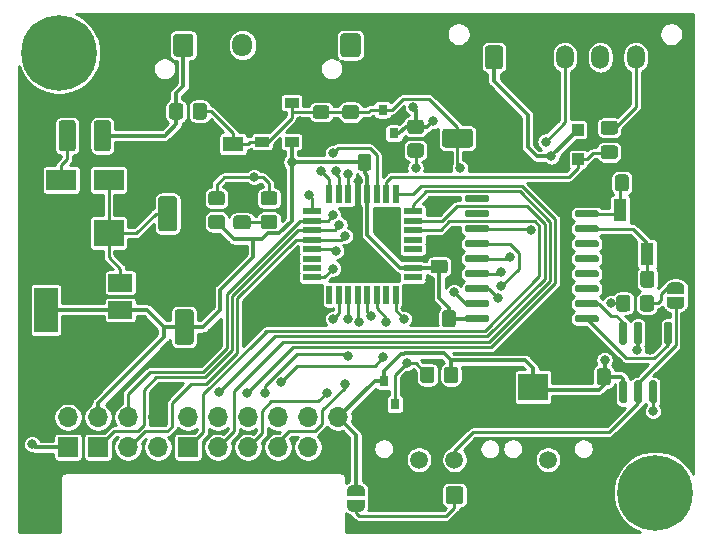
<source format=gbr>
%TF.GenerationSoftware,KiCad,Pcbnew,(5.1.12-1-10_14)*%
%TF.CreationDate,2022-04-05T22:08:35+02:00*%
%TF.ProjectId,SmartDisplay,536d6172-7444-4697-9370-6c61792e6b69,rev?*%
%TF.SameCoordinates,Original*%
%TF.FileFunction,Copper,L1,Top*%
%TF.FilePolarity,Positive*%
%FSLAX46Y46*%
G04 Gerber Fmt 4.6, Leading zero omitted, Abs format (unit mm)*
G04 Created by KiCad (PCBNEW (5.1.12-1-10_14)) date 2022-04-05 22:08:35*
%MOMM*%
%LPD*%
G01*
G04 APERTURE LIST*
%TA.AperFunction,SMDPad,CuDef*%
%ADD10R,0.800000X0.900000*%
%TD*%
%TA.AperFunction,SMDPad,CuDef*%
%ADD11R,2.000000X1.500000*%
%TD*%
%TA.AperFunction,SMDPad,CuDef*%
%ADD12R,2.000000X3.800000*%
%TD*%
%TA.AperFunction,SMDPad,CuDef*%
%ADD13R,2.500000X2.300000*%
%TD*%
%TA.AperFunction,SMDPad,CuDef*%
%ADD14R,2.500000X1.800000*%
%TD*%
%TA.AperFunction,SMDPad,CuDef*%
%ADD15R,1.200000X0.900000*%
%TD*%
%TA.AperFunction,SMDPad,CuDef*%
%ADD16R,0.550000X1.600000*%
%TD*%
%TA.AperFunction,SMDPad,CuDef*%
%ADD17R,1.600000X0.550000*%
%TD*%
%TA.AperFunction,ComponentPad*%
%ADD18O,1.700000X1.700000*%
%TD*%
%TA.AperFunction,ComponentPad*%
%ADD19R,1.700000X1.700000*%
%TD*%
%TA.AperFunction,ComponentPad*%
%ADD20O,1.700000X2.000000*%
%TD*%
%TA.AperFunction,ComponentPad*%
%ADD21O,1.700000X1.950000*%
%TD*%
%TA.AperFunction,ComponentPad*%
%ADD22O,1.500000X2.020000*%
%TD*%
%TA.AperFunction,ComponentPad*%
%ADD23C,1.500000*%
%TD*%
%TA.AperFunction,SMDPad,CuDef*%
%ADD24R,1.000000X1.000000*%
%TD*%
%TA.AperFunction,SMDPad,CuDef*%
%ADD25R,1.100000X1.900000*%
%TD*%
%TA.AperFunction,SMDPad,CuDef*%
%ADD26C,0.100000*%
%TD*%
%TA.AperFunction,SMDPad,CuDef*%
%ADD27R,1.700000X1.300000*%
%TD*%
%TA.AperFunction,ComponentPad*%
%ADD28C,0.800000*%
%TD*%
%TA.AperFunction,ComponentPad*%
%ADD29C,6.400000*%
%TD*%
%TA.AperFunction,ViaPad*%
%ADD30C,0.800000*%
%TD*%
%TA.AperFunction,Conductor*%
%ADD31C,0.250000*%
%TD*%
%TA.AperFunction,Conductor*%
%ADD32C,0.350000*%
%TD*%
%TA.AperFunction,Conductor*%
%ADD33C,0.254000*%
%TD*%
%TA.AperFunction,Conductor*%
%ADD34C,0.100000*%
%TD*%
G04 APERTURE END LIST*
D10*
%TO.P,D9,3*%
%TO.N,A3*%
X158200000Y-85720000D03*
%TO.P,D9,2*%
%TO.N,+5V*%
X159150000Y-87720000D03*
%TO.P,D9,1*%
%TO.N,GND*%
X157250000Y-87720000D03*
%TD*%
%TO.P,C13,2*%
%TO.N,GND*%
%TA.AperFunction,SMDPad,CuDef*%
G36*
G01*
X141950000Y-101220000D02*
X140850000Y-101220000D01*
G75*
G02*
X140600000Y-100970000I0J250000D01*
G01*
X140600000Y-98470000D01*
G75*
G02*
X140850000Y-98220000I250000J0D01*
G01*
X141950000Y-98220000D01*
G75*
G02*
X142200000Y-98470000I0J-250000D01*
G01*
X142200000Y-100970000D01*
G75*
G02*
X141950000Y-101220000I-250000J0D01*
G01*
G37*
%TD.AperFunction*%
%TO.P,C13,1*%
%TO.N,+5V*%
%TA.AperFunction,SMDPad,CuDef*%
G36*
G01*
X141950000Y-105620000D02*
X140850000Y-105620000D01*
G75*
G02*
X140600000Y-105370000I0J250000D01*
G01*
X140600000Y-102870000D01*
G75*
G02*
X140850000Y-102620000I250000J0D01*
G01*
X141950000Y-102620000D01*
G75*
G02*
X142200000Y-102870000I0J-250000D01*
G01*
X142200000Y-105370000D01*
G75*
G02*
X141950000Y-105620000I-250000J0D01*
G01*
G37*
%TD.AperFunction*%
%TD*%
%TO.P,C3,2*%
%TO.N,GND*%
%TA.AperFunction,SMDPad,CuDef*%
G36*
G01*
X140550000Y-91620000D02*
X139450000Y-91620000D01*
G75*
G02*
X139200000Y-91370000I0J250000D01*
G01*
X139200000Y-88870000D01*
G75*
G02*
X139450000Y-88620000I250000J0D01*
G01*
X140550000Y-88620000D01*
G75*
G02*
X140800000Y-88870000I0J-250000D01*
G01*
X140800000Y-91370000D01*
G75*
G02*
X140550000Y-91620000I-250000J0D01*
G01*
G37*
%TD.AperFunction*%
%TO.P,C3,1*%
%TO.N,Net-(C3-Pad1)*%
%TA.AperFunction,SMDPad,CuDef*%
G36*
G01*
X140550000Y-96020000D02*
X139450000Y-96020000D01*
G75*
G02*
X139200000Y-95770000I0J250000D01*
G01*
X139200000Y-93270000D01*
G75*
G02*
X139450000Y-93020000I250000J0D01*
G01*
X140550000Y-93020000D01*
G75*
G02*
X140800000Y-93270000I0J-250000D01*
G01*
X140800000Y-95770000D01*
G75*
G02*
X140550000Y-96020000I-250000J0D01*
G01*
G37*
%TD.AperFunction*%
%TD*%
D11*
%TO.P,U4,1*%
%TO.N,GND*%
X136000000Y-104970000D03*
%TO.P,U4,3*%
%TO.N,Net-(C3-Pad1)*%
X136000000Y-100370000D03*
%TO.P,U4,2*%
%TO.N,+5V*%
X136000000Y-102670000D03*
D12*
X129700000Y-102670000D03*
%TD*%
%TO.P,F1,2*%
%TO.N,+12V*%
%TA.AperFunction,SMDPad,CuDef*%
G36*
G01*
X133762500Y-88995000D02*
X133762500Y-86845000D01*
G75*
G02*
X134012500Y-86595000I250000J0D01*
G01*
X134937500Y-86595000D01*
G75*
G02*
X135187500Y-86845000I0J-250000D01*
G01*
X135187500Y-88995000D01*
G75*
G02*
X134937500Y-89245000I-250000J0D01*
G01*
X134012500Y-89245000D01*
G75*
G02*
X133762500Y-88995000I0J250000D01*
G01*
G37*
%TD.AperFunction*%
%TO.P,F1,1*%
%TO.N,Net-(D7-Pad2)*%
%TA.AperFunction,SMDPad,CuDef*%
G36*
G01*
X130787500Y-88995000D02*
X130787500Y-86845000D01*
G75*
G02*
X131037500Y-86595000I250000J0D01*
G01*
X131962500Y-86595000D01*
G75*
G02*
X132212500Y-86845000I0J-250000D01*
G01*
X132212500Y-88995000D01*
G75*
G02*
X131962500Y-89245000I-250000J0D01*
G01*
X131037500Y-89245000D01*
G75*
G02*
X130787500Y-88995000I0J250000D01*
G01*
G37*
%TD.AperFunction*%
%TD*%
D13*
%TO.P,D8,2*%
%TO.N,GND*%
X130700000Y-96170000D03*
%TO.P,D8,1*%
%TO.N,Net-(C3-Pad1)*%
X135000000Y-96170000D03*
%TD*%
D14*
%TO.P,D7,2*%
%TO.N,Net-(D7-Pad2)*%
X131000000Y-91670000D03*
%TO.P,D7,1*%
%TO.N,Net-(C3-Pad1)*%
X135000000Y-91670000D03*
%TD*%
%TO.P,U3,18*%
%TO.N,+5V*%
%TA.AperFunction,SMDPad,CuDef*%
G36*
G01*
X167225000Y-103270000D02*
X167225000Y-103570000D01*
G75*
G02*
X167075000Y-103720000I-150000J0D01*
G01*
X165325000Y-103720000D01*
G75*
G02*
X165175000Y-103570000I0J150000D01*
G01*
X165175000Y-103270000D01*
G75*
G02*
X165325000Y-103120000I150000J0D01*
G01*
X167075000Y-103120000D01*
G75*
G02*
X167225000Y-103270000I0J-150000D01*
G01*
G37*
%TD.AperFunction*%
%TO.P,U3,17*%
%TO.N,Net-(R3-Pad2)*%
%TA.AperFunction,SMDPad,CuDef*%
G36*
G01*
X167225000Y-102000000D02*
X167225000Y-102300000D01*
G75*
G02*
X167075000Y-102450000I-150000J0D01*
G01*
X165325000Y-102450000D01*
G75*
G02*
X165175000Y-102300000I0J150000D01*
G01*
X165175000Y-102000000D01*
G75*
G02*
X165325000Y-101850000I150000J0D01*
G01*
X167075000Y-101850000D01*
G75*
G02*
X167225000Y-102000000I0J-150000D01*
G01*
G37*
%TD.AperFunction*%
%TO.P,U3,16*%
%TO.N,SS*%
%TA.AperFunction,SMDPad,CuDef*%
G36*
G01*
X167225000Y-100730000D02*
X167225000Y-101030000D01*
G75*
G02*
X167075000Y-101180000I-150000J0D01*
G01*
X165325000Y-101180000D01*
G75*
G02*
X165175000Y-101030000I0J150000D01*
G01*
X165175000Y-100730000D01*
G75*
G02*
X165325000Y-100580000I150000J0D01*
G01*
X167075000Y-100580000D01*
G75*
G02*
X167225000Y-100730000I0J-150000D01*
G01*
G37*
%TD.AperFunction*%
%TO.P,U3,15*%
%TO.N,MISO*%
%TA.AperFunction,SMDPad,CuDef*%
G36*
G01*
X167225000Y-99460000D02*
X167225000Y-99760000D01*
G75*
G02*
X167075000Y-99910000I-150000J0D01*
G01*
X165325000Y-99910000D01*
G75*
G02*
X165175000Y-99760000I0J150000D01*
G01*
X165175000Y-99460000D01*
G75*
G02*
X165325000Y-99310000I150000J0D01*
G01*
X167075000Y-99310000D01*
G75*
G02*
X167225000Y-99460000I0J-150000D01*
G01*
G37*
%TD.AperFunction*%
%TO.P,U3,14*%
%TO.N,MOSI*%
%TA.AperFunction,SMDPad,CuDef*%
G36*
G01*
X167225000Y-98190000D02*
X167225000Y-98490000D01*
G75*
G02*
X167075000Y-98640000I-150000J0D01*
G01*
X165325000Y-98640000D01*
G75*
G02*
X165175000Y-98490000I0J150000D01*
G01*
X165175000Y-98190000D01*
G75*
G02*
X165325000Y-98040000I150000J0D01*
G01*
X167075000Y-98040000D01*
G75*
G02*
X167225000Y-98190000I0J-150000D01*
G01*
G37*
%TD.AperFunction*%
%TO.P,U3,13*%
%TO.N,SCK*%
%TA.AperFunction,SMDPad,CuDef*%
G36*
G01*
X167225000Y-96920000D02*
X167225000Y-97220000D01*
G75*
G02*
X167075000Y-97370000I-150000J0D01*
G01*
X165325000Y-97370000D01*
G75*
G02*
X165175000Y-97220000I0J150000D01*
G01*
X165175000Y-96920000D01*
G75*
G02*
X165325000Y-96770000I150000J0D01*
G01*
X167075000Y-96770000D01*
G75*
G02*
X167225000Y-96920000I0J-150000D01*
G01*
G37*
%TD.AperFunction*%
%TO.P,U3,12*%
%TO.N,INT_CAN*%
%TA.AperFunction,SMDPad,CuDef*%
G36*
G01*
X167225000Y-95650000D02*
X167225000Y-95950000D01*
G75*
G02*
X167075000Y-96100000I-150000J0D01*
G01*
X165325000Y-96100000D01*
G75*
G02*
X165175000Y-95950000I0J150000D01*
G01*
X165175000Y-95650000D01*
G75*
G02*
X165325000Y-95500000I150000J0D01*
G01*
X167075000Y-95500000D01*
G75*
G02*
X167225000Y-95650000I0J-150000D01*
G01*
G37*
%TD.AperFunction*%
%TO.P,U3,11*%
%TO.N,N/C*%
%TA.AperFunction,SMDPad,CuDef*%
G36*
G01*
X167225000Y-94380000D02*
X167225000Y-94680000D01*
G75*
G02*
X167075000Y-94830000I-150000J0D01*
G01*
X165325000Y-94830000D01*
G75*
G02*
X165175000Y-94680000I0J150000D01*
G01*
X165175000Y-94380000D01*
G75*
G02*
X165325000Y-94230000I150000J0D01*
G01*
X167075000Y-94230000D01*
G75*
G02*
X167225000Y-94380000I0J-150000D01*
G01*
G37*
%TD.AperFunction*%
%TO.P,U3,10*%
%TA.AperFunction,SMDPad,CuDef*%
G36*
G01*
X167225000Y-93110000D02*
X167225000Y-93410000D01*
G75*
G02*
X167075000Y-93560000I-150000J0D01*
G01*
X165325000Y-93560000D01*
G75*
G02*
X165175000Y-93410000I0J150000D01*
G01*
X165175000Y-93110000D01*
G75*
G02*
X165325000Y-92960000I150000J0D01*
G01*
X167075000Y-92960000D01*
G75*
G02*
X167225000Y-93110000I0J-150000D01*
G01*
G37*
%TD.AperFunction*%
%TO.P,U3,9*%
%TO.N,GND*%
%TA.AperFunction,SMDPad,CuDef*%
G36*
G01*
X176525000Y-93110000D02*
X176525000Y-93410000D01*
G75*
G02*
X176375000Y-93560000I-150000J0D01*
G01*
X174625000Y-93560000D01*
G75*
G02*
X174475000Y-93410000I0J150000D01*
G01*
X174475000Y-93110000D01*
G75*
G02*
X174625000Y-92960000I150000J0D01*
G01*
X176375000Y-92960000D01*
G75*
G02*
X176525000Y-93110000I0J-150000D01*
G01*
G37*
%TD.AperFunction*%
%TO.P,U3,8*%
%TO.N,Net-(C7-Pad1)*%
%TA.AperFunction,SMDPad,CuDef*%
G36*
G01*
X176525000Y-94380000D02*
X176525000Y-94680000D01*
G75*
G02*
X176375000Y-94830000I-150000J0D01*
G01*
X174625000Y-94830000D01*
G75*
G02*
X174475000Y-94680000I0J150000D01*
G01*
X174475000Y-94380000D01*
G75*
G02*
X174625000Y-94230000I150000J0D01*
G01*
X176375000Y-94230000D01*
G75*
G02*
X176525000Y-94380000I0J-150000D01*
G01*
G37*
%TD.AperFunction*%
%TO.P,U3,7*%
%TO.N,Net-(C8-Pad1)*%
%TA.AperFunction,SMDPad,CuDef*%
G36*
G01*
X176525000Y-95650000D02*
X176525000Y-95950000D01*
G75*
G02*
X176375000Y-96100000I-150000J0D01*
G01*
X174625000Y-96100000D01*
G75*
G02*
X174475000Y-95950000I0J150000D01*
G01*
X174475000Y-95650000D01*
G75*
G02*
X174625000Y-95500000I150000J0D01*
G01*
X176375000Y-95500000D01*
G75*
G02*
X176525000Y-95650000I0J-150000D01*
G01*
G37*
%TD.AperFunction*%
%TO.P,U3,6*%
%TO.N,N/C*%
%TA.AperFunction,SMDPad,CuDef*%
G36*
G01*
X176525000Y-96920000D02*
X176525000Y-97220000D01*
G75*
G02*
X176375000Y-97370000I-150000J0D01*
G01*
X174625000Y-97370000D01*
G75*
G02*
X174475000Y-97220000I0J150000D01*
G01*
X174475000Y-96920000D01*
G75*
G02*
X174625000Y-96770000I150000J0D01*
G01*
X176375000Y-96770000D01*
G75*
G02*
X176525000Y-96920000I0J-150000D01*
G01*
G37*
%TD.AperFunction*%
%TO.P,U3,5*%
%TA.AperFunction,SMDPad,CuDef*%
G36*
G01*
X176525000Y-98190000D02*
X176525000Y-98490000D01*
G75*
G02*
X176375000Y-98640000I-150000J0D01*
G01*
X174625000Y-98640000D01*
G75*
G02*
X174475000Y-98490000I0J150000D01*
G01*
X174475000Y-98190000D01*
G75*
G02*
X174625000Y-98040000I150000J0D01*
G01*
X176375000Y-98040000D01*
G75*
G02*
X176525000Y-98190000I0J-150000D01*
G01*
G37*
%TD.AperFunction*%
%TO.P,U3,4*%
%TA.AperFunction,SMDPad,CuDef*%
G36*
G01*
X176525000Y-99460000D02*
X176525000Y-99760000D01*
G75*
G02*
X176375000Y-99910000I-150000J0D01*
G01*
X174625000Y-99910000D01*
G75*
G02*
X174475000Y-99760000I0J150000D01*
G01*
X174475000Y-99460000D01*
G75*
G02*
X174625000Y-99310000I150000J0D01*
G01*
X176375000Y-99310000D01*
G75*
G02*
X176525000Y-99460000I0J-150000D01*
G01*
G37*
%TD.AperFunction*%
%TO.P,U3,3*%
%TA.AperFunction,SMDPad,CuDef*%
G36*
G01*
X176525000Y-100730000D02*
X176525000Y-101030000D01*
G75*
G02*
X176375000Y-101180000I-150000J0D01*
G01*
X174625000Y-101180000D01*
G75*
G02*
X174475000Y-101030000I0J150000D01*
G01*
X174475000Y-100730000D01*
G75*
G02*
X174625000Y-100580000I150000J0D01*
G01*
X176375000Y-100580000D01*
G75*
G02*
X176525000Y-100730000I0J-150000D01*
G01*
G37*
%TD.AperFunction*%
%TO.P,U3,2*%
%TO.N,Net-(U2-Pad4)*%
%TA.AperFunction,SMDPad,CuDef*%
G36*
G01*
X176525000Y-102000000D02*
X176525000Y-102300000D01*
G75*
G02*
X176375000Y-102450000I-150000J0D01*
G01*
X174625000Y-102450000D01*
G75*
G02*
X174475000Y-102300000I0J150000D01*
G01*
X174475000Y-102000000D01*
G75*
G02*
X174625000Y-101850000I150000J0D01*
G01*
X176375000Y-101850000D01*
G75*
G02*
X176525000Y-102000000I0J-150000D01*
G01*
G37*
%TD.AperFunction*%
%TO.P,U3,1*%
%TO.N,Net-(U2-Pad1)*%
%TA.AperFunction,SMDPad,CuDef*%
G36*
G01*
X176525000Y-103270000D02*
X176525000Y-103570000D01*
G75*
G02*
X176375000Y-103720000I-150000J0D01*
G01*
X174625000Y-103720000D01*
G75*
G02*
X174475000Y-103570000I0J150000D01*
G01*
X174475000Y-103270000D01*
G75*
G02*
X174625000Y-103120000I150000J0D01*
G01*
X176375000Y-103120000D01*
G75*
G02*
X176525000Y-103270000I0J-150000D01*
G01*
G37*
%TD.AperFunction*%
%TD*%
%TO.P,R8,2*%
%TO.N,+5V*%
%TA.AperFunction,SMDPad,CuDef*%
G36*
G01*
X163400000Y-108620001D02*
X163400000Y-107719999D01*
G75*
G02*
X163649999Y-107470000I249999J0D01*
G01*
X164350001Y-107470000D01*
G75*
G02*
X164600000Y-107719999I0J-249999D01*
G01*
X164600000Y-108620001D01*
G75*
G02*
X164350001Y-108870000I-249999J0D01*
G01*
X163649999Y-108870000D01*
G75*
G02*
X163400000Y-108620001I0J249999D01*
G01*
G37*
%TD.AperFunction*%
%TO.P,R8,1*%
%TO.N,1WIRE*%
%TA.AperFunction,SMDPad,CuDef*%
G36*
G01*
X161400000Y-108620001D02*
X161400000Y-107719999D01*
G75*
G02*
X161649999Y-107470000I249999J0D01*
G01*
X162350001Y-107470000D01*
G75*
G02*
X162600000Y-107719999I0J-249999D01*
G01*
X162600000Y-108620001D01*
G75*
G02*
X162350001Y-108870000I-249999J0D01*
G01*
X161649999Y-108870000D01*
G75*
G02*
X161400000Y-108620001I0J249999D01*
G01*
G37*
%TD.AperFunction*%
%TD*%
%TO.P,R7,2*%
%TO.N,GND*%
%TA.AperFunction,SMDPad,CuDef*%
G36*
G01*
X155049999Y-87320000D02*
X155950001Y-87320000D01*
G75*
G02*
X156200000Y-87569999I0J-249999D01*
G01*
X156200000Y-88270001D01*
G75*
G02*
X155950001Y-88520000I-249999J0D01*
G01*
X155049999Y-88520000D01*
G75*
G02*
X154800000Y-88270001I0J249999D01*
G01*
X154800000Y-87569999D01*
G75*
G02*
X155049999Y-87320000I249999J0D01*
G01*
G37*
%TD.AperFunction*%
%TO.P,R7,1*%
%TO.N,A3*%
%TA.AperFunction,SMDPad,CuDef*%
G36*
G01*
X155049999Y-85320000D02*
X155950001Y-85320000D01*
G75*
G02*
X156200000Y-85569999I0J-249999D01*
G01*
X156200000Y-86270001D01*
G75*
G02*
X155950001Y-86520000I-249999J0D01*
G01*
X155049999Y-86520000D01*
G75*
G02*
X154800000Y-86270001I0J249999D01*
G01*
X154800000Y-85569999D01*
G75*
G02*
X155049999Y-85320000I249999J0D01*
G01*
G37*
%TD.AperFunction*%
%TD*%
%TO.P,R6,2*%
%TO.N,+12V*%
%TA.AperFunction,SMDPad,CuDef*%
G36*
G01*
X141323000Y-85401999D02*
X141323000Y-86302001D01*
G75*
G02*
X141073001Y-86552000I-249999J0D01*
G01*
X140372999Y-86552000D01*
G75*
G02*
X140123000Y-86302001I0J249999D01*
G01*
X140123000Y-85401999D01*
G75*
G02*
X140372999Y-85152000I249999J0D01*
G01*
X141073001Y-85152000D01*
G75*
G02*
X141323000Y-85401999I0J-249999D01*
G01*
G37*
%TD.AperFunction*%
%TO.P,R6,1*%
%TO.N,A3*%
%TA.AperFunction,SMDPad,CuDef*%
G36*
G01*
X143323000Y-85401999D02*
X143323000Y-86302001D01*
G75*
G02*
X143073001Y-86552000I-249999J0D01*
G01*
X142372999Y-86552000D01*
G75*
G02*
X142123000Y-86302001I0J249999D01*
G01*
X142123000Y-85401999D01*
G75*
G02*
X142372999Y-85152000I249999J0D01*
G01*
X143073001Y-85152000D01*
G75*
G02*
X143323000Y-85401999I0J-249999D01*
G01*
G37*
%TD.AperFunction*%
%TD*%
%TO.P,R5,2*%
%TO.N,+5V*%
%TA.AperFunction,SMDPad,CuDef*%
G36*
G01*
X143694999Y-94625000D02*
X144595001Y-94625000D01*
G75*
G02*
X144845000Y-94874999I0J-249999D01*
G01*
X144845000Y-95575001D01*
G75*
G02*
X144595001Y-95825000I-249999J0D01*
G01*
X143694999Y-95825000D01*
G75*
G02*
X143445000Y-95575001I0J249999D01*
G01*
X143445000Y-94874999D01*
G75*
G02*
X143694999Y-94625000I249999J0D01*
G01*
G37*
%TD.AperFunction*%
%TO.P,R5,1*%
%TO.N,Net-(J2-Pad1)*%
%TA.AperFunction,SMDPad,CuDef*%
G36*
G01*
X143694999Y-92625000D02*
X144595001Y-92625000D01*
G75*
G02*
X144845000Y-92874999I0J-249999D01*
G01*
X144845000Y-93575001D01*
G75*
G02*
X144595001Y-93825000I-249999J0D01*
G01*
X143694999Y-93825000D01*
G75*
G02*
X143445000Y-93575001I0J249999D01*
G01*
X143445000Y-92874999D01*
G75*
G02*
X143694999Y-92625000I249999J0D01*
G01*
G37*
%TD.AperFunction*%
%TD*%
%TO.P,R4,2*%
%TO.N,D3*%
%TA.AperFunction,SMDPad,CuDef*%
G36*
G01*
X148139999Y-94625000D02*
X149040001Y-94625000D01*
G75*
G02*
X149290000Y-94874999I0J-249999D01*
G01*
X149290000Y-95575001D01*
G75*
G02*
X149040001Y-95825000I-249999J0D01*
G01*
X148139999Y-95825000D01*
G75*
G02*
X147890000Y-95575001I0J249999D01*
G01*
X147890000Y-94874999D01*
G75*
G02*
X148139999Y-94625000I249999J0D01*
G01*
G37*
%TD.AperFunction*%
%TO.P,R4,1*%
%TO.N,Net-(J2-Pad1)*%
%TA.AperFunction,SMDPad,CuDef*%
G36*
G01*
X148139999Y-92625000D02*
X149040001Y-92625000D01*
G75*
G02*
X149290000Y-92874999I0J-249999D01*
G01*
X149290000Y-93575001D01*
G75*
G02*
X149040001Y-93825000I-249999J0D01*
G01*
X148139999Y-93825000D01*
G75*
G02*
X147890000Y-93575001I0J249999D01*
G01*
X147890000Y-92874999D01*
G75*
G02*
X148139999Y-92625000I249999J0D01*
G01*
G37*
%TD.AperFunction*%
%TD*%
%TO.P,R3,2*%
%TO.N,Net-(R3-Pad2)*%
%TA.AperFunction,SMDPad,CuDef*%
G36*
G01*
X160549999Y-88570000D02*
X161450001Y-88570000D01*
G75*
G02*
X161700000Y-88819999I0J-249999D01*
G01*
X161700000Y-89520001D01*
G75*
G02*
X161450001Y-89770000I-249999J0D01*
G01*
X160549999Y-89770000D01*
G75*
G02*
X160300000Y-89520001I0J249999D01*
G01*
X160300000Y-88819999D01*
G75*
G02*
X160549999Y-88570000I249999J0D01*
G01*
G37*
%TD.AperFunction*%
%TO.P,R3,1*%
%TO.N,+5V*%
%TA.AperFunction,SMDPad,CuDef*%
G36*
G01*
X160549999Y-86570000D02*
X161450001Y-86570000D01*
G75*
G02*
X161700000Y-86819999I0J-249999D01*
G01*
X161700000Y-87520001D01*
G75*
G02*
X161450001Y-87770000I-249999J0D01*
G01*
X160549999Y-87770000D01*
G75*
G02*
X160300000Y-87520001I0J249999D01*
G01*
X160300000Y-86819999D01*
G75*
G02*
X160549999Y-86570000I249999J0D01*
G01*
G37*
%TD.AperFunction*%
%TD*%
%TO.P,R2,2*%
%TO.N,CANH*%
%TA.AperFunction,SMDPad,CuDef*%
G36*
G01*
X179187000Y-101657999D02*
X179187000Y-102558001D01*
G75*
G02*
X178937001Y-102808000I-249999J0D01*
G01*
X178236999Y-102808000D01*
G75*
G02*
X177987000Y-102558001I0J249999D01*
G01*
X177987000Y-101657999D01*
G75*
G02*
X178236999Y-101408000I249999J0D01*
G01*
X178937001Y-101408000D01*
G75*
G02*
X179187000Y-101657999I0J-249999D01*
G01*
G37*
%TD.AperFunction*%
%TO.P,R2,1*%
%TO.N,Net-(JP2-Pad1)*%
%TA.AperFunction,SMDPad,CuDef*%
G36*
G01*
X181187000Y-101657999D02*
X181187000Y-102558001D01*
G75*
G02*
X180937001Y-102808000I-249999J0D01*
G01*
X180236999Y-102808000D01*
G75*
G02*
X179987000Y-102558001I0J249999D01*
G01*
X179987000Y-101657999D01*
G75*
G02*
X180236999Y-101408000I249999J0D01*
G01*
X180937001Y-101408000D01*
G75*
G02*
X181187000Y-101657999I0J-249999D01*
G01*
G37*
%TD.AperFunction*%
%TD*%
%TO.P,C12,2*%
%TO.N,RESET*%
%TA.AperFunction,SMDPad,CuDef*%
G36*
G01*
X176925000Y-88732500D02*
X177875000Y-88732500D01*
G75*
G02*
X178125000Y-88982500I0J-250000D01*
G01*
X178125000Y-89657500D01*
G75*
G02*
X177875000Y-89907500I-250000J0D01*
G01*
X176925000Y-89907500D01*
G75*
G02*
X176675000Y-89657500I0J250000D01*
G01*
X176675000Y-88982500D01*
G75*
G02*
X176925000Y-88732500I250000J0D01*
G01*
G37*
%TD.AperFunction*%
%TO.P,C12,1*%
%TO.N,Net-(C12-Pad1)*%
%TA.AperFunction,SMDPad,CuDef*%
G36*
G01*
X176925000Y-86657500D02*
X177875000Y-86657500D01*
G75*
G02*
X178125000Y-86907500I0J-250000D01*
G01*
X178125000Y-87582500D01*
G75*
G02*
X177875000Y-87832500I-250000J0D01*
G01*
X176925000Y-87832500D01*
G75*
G02*
X176675000Y-87582500I0J250000D01*
G01*
X176675000Y-86907500D01*
G75*
G02*
X176925000Y-86657500I250000J0D01*
G01*
G37*
%TD.AperFunction*%
%TD*%
%TO.P,C9,2*%
%TO.N,GND*%
%TA.AperFunction,SMDPad,CuDef*%
G36*
G01*
X146779000Y-93775000D02*
X145829000Y-93775000D01*
G75*
G02*
X145579000Y-93525000I0J250000D01*
G01*
X145579000Y-92850000D01*
G75*
G02*
X145829000Y-92600000I250000J0D01*
G01*
X146779000Y-92600000D01*
G75*
G02*
X147029000Y-92850000I0J-250000D01*
G01*
X147029000Y-93525000D01*
G75*
G02*
X146779000Y-93775000I-250000J0D01*
G01*
G37*
%TD.AperFunction*%
%TO.P,C9,1*%
%TO.N,D3*%
%TA.AperFunction,SMDPad,CuDef*%
G36*
G01*
X146779000Y-95850000D02*
X145829000Y-95850000D01*
G75*
G02*
X145579000Y-95600000I0J250000D01*
G01*
X145579000Y-94925000D01*
G75*
G02*
X145829000Y-94675000I250000J0D01*
G01*
X146779000Y-94675000D01*
G75*
G02*
X147029000Y-94925000I0J-250000D01*
G01*
X147029000Y-95600000D01*
G75*
G02*
X146779000Y-95850000I-250000J0D01*
G01*
G37*
%TD.AperFunction*%
%TD*%
%TO.P,C8,2*%
%TO.N,GND*%
%TA.AperFunction,SMDPad,CuDef*%
G36*
G01*
X179137000Y-99601000D02*
X179137000Y-100551000D01*
G75*
G02*
X178887000Y-100801000I-250000J0D01*
G01*
X178212000Y-100801000D01*
G75*
G02*
X177962000Y-100551000I0J250000D01*
G01*
X177962000Y-99601000D01*
G75*
G02*
X178212000Y-99351000I250000J0D01*
G01*
X178887000Y-99351000D01*
G75*
G02*
X179137000Y-99601000I0J-250000D01*
G01*
G37*
%TD.AperFunction*%
%TO.P,C8,1*%
%TO.N,Net-(C8-Pad1)*%
%TA.AperFunction,SMDPad,CuDef*%
G36*
G01*
X181212000Y-99601000D02*
X181212000Y-100551000D01*
G75*
G02*
X180962000Y-100801000I-250000J0D01*
G01*
X180287000Y-100801000D01*
G75*
G02*
X180037000Y-100551000I0J250000D01*
G01*
X180037000Y-99601000D01*
G75*
G02*
X180287000Y-99351000I250000J0D01*
G01*
X180962000Y-99351000D01*
G75*
G02*
X181212000Y-99601000I0J-250000D01*
G01*
G37*
%TD.AperFunction*%
%TD*%
%TO.P,C7,2*%
%TO.N,GND*%
%TA.AperFunction,SMDPad,CuDef*%
G36*
G01*
X179950000Y-92395000D02*
X179950000Y-91445000D01*
G75*
G02*
X180200000Y-91195000I250000J0D01*
G01*
X180875000Y-91195000D01*
G75*
G02*
X181125000Y-91445000I0J-250000D01*
G01*
X181125000Y-92395000D01*
G75*
G02*
X180875000Y-92645000I-250000J0D01*
G01*
X180200000Y-92645000D01*
G75*
G02*
X179950000Y-92395000I0J250000D01*
G01*
G37*
%TD.AperFunction*%
%TO.P,C7,1*%
%TO.N,Net-(C7-Pad1)*%
%TA.AperFunction,SMDPad,CuDef*%
G36*
G01*
X177875000Y-92395000D02*
X177875000Y-91445000D01*
G75*
G02*
X178125000Y-91195000I250000J0D01*
G01*
X178800000Y-91195000D01*
G75*
G02*
X179050000Y-91445000I0J-250000D01*
G01*
X179050000Y-92395000D01*
G75*
G02*
X178800000Y-92645000I-250000J0D01*
G01*
X178125000Y-92645000D01*
G75*
G02*
X177875000Y-92395000I0J250000D01*
G01*
G37*
%TD.AperFunction*%
%TD*%
%TO.P,C6,2*%
%TO.N,GND*%
%TA.AperFunction,SMDPad,CuDef*%
G36*
G01*
X158162500Y-90645000D02*
X158162500Y-89695000D01*
G75*
G02*
X158412500Y-89445000I250000J0D01*
G01*
X159087500Y-89445000D01*
G75*
G02*
X159337500Y-89695000I0J-250000D01*
G01*
X159337500Y-90645000D01*
G75*
G02*
X159087500Y-90895000I-250000J0D01*
G01*
X158412500Y-90895000D01*
G75*
G02*
X158162500Y-90645000I0J250000D01*
G01*
G37*
%TD.AperFunction*%
%TO.P,C6,1*%
%TO.N,+5V*%
%TA.AperFunction,SMDPad,CuDef*%
G36*
G01*
X156087500Y-90645000D02*
X156087500Y-89695000D01*
G75*
G02*
X156337500Y-89445000I250000J0D01*
G01*
X157012500Y-89445000D01*
G75*
G02*
X157262500Y-89695000I0J-250000D01*
G01*
X157262500Y-90645000D01*
G75*
G02*
X157012500Y-90895000I-250000J0D01*
G01*
X156337500Y-90895000D01*
G75*
G02*
X156087500Y-90645000I0J250000D01*
G01*
G37*
%TD.AperFunction*%
%TD*%
%TO.P,C5,2*%
%TO.N,+5V*%
%TA.AperFunction,SMDPad,CuDef*%
G36*
G01*
X176336000Y-108806000D02*
X176336000Y-107856000D01*
G75*
G02*
X176586000Y-107606000I250000J0D01*
G01*
X177261000Y-107606000D01*
G75*
G02*
X177511000Y-107856000I0J-250000D01*
G01*
X177511000Y-108806000D01*
G75*
G02*
X177261000Y-109056000I-250000J0D01*
G01*
X176586000Y-109056000D01*
G75*
G02*
X176336000Y-108806000I0J250000D01*
G01*
G37*
%TD.AperFunction*%
%TO.P,C5,1*%
%TO.N,GND*%
%TA.AperFunction,SMDPad,CuDef*%
G36*
G01*
X174261000Y-108806000D02*
X174261000Y-107856000D01*
G75*
G02*
X174511000Y-107606000I250000J0D01*
G01*
X175186000Y-107606000D01*
G75*
G02*
X175436000Y-107856000I0J-250000D01*
G01*
X175436000Y-108806000D01*
G75*
G02*
X175186000Y-109056000I-250000J0D01*
G01*
X174511000Y-109056000D01*
G75*
G02*
X174261000Y-108806000I0J250000D01*
G01*
G37*
%TD.AperFunction*%
%TD*%
%TO.P,C2,2*%
%TO.N,GND*%
%TA.AperFunction,SMDPad,CuDef*%
G36*
G01*
X163475000Y-97507500D02*
X162525000Y-97507500D01*
G75*
G02*
X162275000Y-97257500I0J250000D01*
G01*
X162275000Y-96582500D01*
G75*
G02*
X162525000Y-96332500I250000J0D01*
G01*
X163475000Y-96332500D01*
G75*
G02*
X163725000Y-96582500I0J-250000D01*
G01*
X163725000Y-97257500D01*
G75*
G02*
X163475000Y-97507500I-250000J0D01*
G01*
G37*
%TD.AperFunction*%
%TO.P,C2,1*%
%TO.N,+5V*%
%TA.AperFunction,SMDPad,CuDef*%
G36*
G01*
X163475000Y-99582500D02*
X162525000Y-99582500D01*
G75*
G02*
X162275000Y-99332500I0J250000D01*
G01*
X162275000Y-98657500D01*
G75*
G02*
X162525000Y-98407500I250000J0D01*
G01*
X163475000Y-98407500D01*
G75*
G02*
X163725000Y-98657500I0J-250000D01*
G01*
X163725000Y-99332500D01*
G75*
G02*
X163475000Y-99582500I-250000J0D01*
G01*
G37*
%TD.AperFunction*%
%TD*%
%TO.P,C1,2*%
%TO.N,+5V*%
%TA.AperFunction,SMDPad,CuDef*%
G36*
G01*
X163237500Y-103895000D02*
X163237500Y-102945000D01*
G75*
G02*
X163487500Y-102695000I250000J0D01*
G01*
X164162500Y-102695000D01*
G75*
G02*
X164412500Y-102945000I0J-250000D01*
G01*
X164412500Y-103895000D01*
G75*
G02*
X164162500Y-104145000I-250000J0D01*
G01*
X163487500Y-104145000D01*
G75*
G02*
X163237500Y-103895000I0J250000D01*
G01*
G37*
%TD.AperFunction*%
%TO.P,C1,1*%
%TO.N,GND*%
%TA.AperFunction,SMDPad,CuDef*%
G36*
G01*
X161162500Y-103895000D02*
X161162500Y-102945000D01*
G75*
G02*
X161412500Y-102695000I250000J0D01*
G01*
X162087500Y-102695000D01*
G75*
G02*
X162337500Y-102945000I0J-250000D01*
G01*
X162337500Y-103895000D01*
G75*
G02*
X162087500Y-104145000I-250000J0D01*
G01*
X161412500Y-104145000D01*
G75*
G02*
X161162500Y-103895000I0J250000D01*
G01*
G37*
%TD.AperFunction*%
%TD*%
D15*
%TO.P,D6,2*%
%TO.N,GND*%
X148000000Y-85120000D03*
%TO.P,D6,1*%
%TO.N,A3*%
X148000000Y-88420000D03*
%TD*%
%TO.P,D5,2*%
%TO.N,A3*%
X150500000Y-85120000D03*
%TO.P,D5,1*%
%TO.N,+5V*%
X150500000Y-88420000D03*
%TD*%
D16*
%TO.P,U1,32*%
%TO.N,SDA*%
X153700000Y-92870000D03*
%TO.P,U1,31*%
%TO.N,RXD*%
X154500000Y-92870000D03*
%TO.P,U1,30*%
%TO.N,TXD*%
X155300000Y-92870000D03*
%TO.P,U1,29*%
%TO.N,GND*%
X156100000Y-92870000D03*
%TO.P,U1,28*%
%TO.N,+5V*%
X156900000Y-92870000D03*
%TO.P,U1,27*%
%TO.N,UPDI*%
X157700000Y-92870000D03*
%TO.P,U1,26*%
%TO.N,RESET*%
X158500000Y-92870000D03*
%TO.P,U1,25*%
%TO.N,D9*%
X159300000Y-92870000D03*
D17*
%TO.P,U1,24*%
%TO.N,D8*%
X160750000Y-94320000D03*
%TO.P,U1,23*%
%TO.N,D7*%
X160750000Y-95120000D03*
%TO.P,U1,22*%
%TO.N,D6*%
X160750000Y-95920000D03*
%TO.P,U1,21*%
%TO.N,N/C*%
X160750000Y-96720000D03*
%TO.P,U1,20*%
X160750000Y-97520000D03*
%TO.P,U1,19*%
%TO.N,GND*%
X160750000Y-98320000D03*
%TO.P,U1,18*%
%TO.N,+5V*%
X160750000Y-99120000D03*
%TO.P,U1,17*%
%TO.N,N/C*%
X160750000Y-99920000D03*
D16*
%TO.P,U1,16*%
%TO.N,1WIRE*%
X159300000Y-101370000D03*
%TO.P,U1,15*%
%TO.N,N/C*%
X158500000Y-101370000D03*
%TO.P,U1,14*%
%TO.N,D4*%
X157700000Y-101370000D03*
%TO.P,U1,13*%
%TO.N,A3*%
X156900000Y-101370000D03*
%TO.P,U1,12*%
%TO.N,A2*%
X156100000Y-101370000D03*
%TO.P,U1,11*%
%TO.N,A1*%
X155300000Y-101370000D03*
%TO.P,U1,10*%
%TO.N,A0*%
X154500000Y-101370000D03*
%TO.P,U1,9*%
%TO.N,N/C*%
X153700000Y-101370000D03*
D17*
%TO.P,U1,8*%
%TO.N,INT_CAN*%
X152250000Y-99920000D03*
%TO.P,U1,7*%
%TO.N,N/C*%
X152250000Y-99120000D03*
%TO.P,U1,6*%
X152250000Y-98320000D03*
%TO.P,U1,5*%
%TO.N,SS*%
X152250000Y-97520000D03*
%TO.P,U1,4*%
%TO.N,SCK*%
X152250000Y-96720000D03*
%TO.P,U1,3*%
%TO.N,MISO*%
X152250000Y-95920000D03*
%TO.P,U1,2*%
%TO.N,MOSI*%
X152250000Y-95120000D03*
%TO.P,U1,1*%
%TO.N,SCL*%
X152250000Y-94320000D03*
%TD*%
D10*
%TO.P,D3,3*%
%TO.N,1WIRE*%
X159250000Y-110670000D03*
%TO.P,D3,2*%
%TO.N,+5V*%
X158300000Y-108670000D03*
%TO.P,D3,1*%
%TO.N,GND*%
X160200000Y-108670000D03*
%TD*%
D18*
%TO.P,J5,6*%
%TO.N,GND*%
X139192000Y-111760000D03*
%TO.P,J5,5*%
%TO.N,UPDI*%
X139192000Y-114300000D03*
%TO.P,J5,4*%
%TO.N,MOSI*%
X136652000Y-111760000D03*
%TO.P,J5,3*%
%TO.N,SCK*%
X136652000Y-114300000D03*
%TO.P,J5,2*%
%TO.N,+5V*%
X134112000Y-111760000D03*
D19*
%TO.P,J5,1*%
%TO.N,MISO*%
X134112000Y-114300000D03*
%TD*%
D20*
%TO.P,J2,2*%
%TO.N,GND*%
X157988000Y-80264000D03*
%TO.P,J2,1*%
%TO.N,Net-(J2-Pad1)*%
%TA.AperFunction,ComponentPad*%
G36*
G01*
X154638000Y-81014000D02*
X154638000Y-79514000D01*
G75*
G02*
X154888000Y-79264000I250000J0D01*
G01*
X156088000Y-79264000D01*
G75*
G02*
X156338000Y-79514000I0J-250000D01*
G01*
X156338000Y-81014000D01*
G75*
G02*
X156088000Y-81264000I-250000J0D01*
G01*
X154888000Y-81264000D01*
G75*
G02*
X154638000Y-81014000I0J250000D01*
G01*
G37*
%TD.AperFunction*%
%TD*%
D21*
%TO.P,J4,4*%
%TO.N,GND*%
X148844000Y-80264000D03*
%TO.P,J4,3*%
%TO.N,INSTR.BEL*%
X146344000Y-80264000D03*
%TO.P,J4,2*%
%TO.N,GND*%
X143844000Y-80264000D03*
%TO.P,J4,1*%
%TO.N,+12V*%
%TA.AperFunction,ComponentPad*%
G36*
G01*
X140494000Y-80989000D02*
X140494000Y-79539000D01*
G75*
G02*
X140744000Y-79289000I250000J0D01*
G01*
X141944000Y-79289000D01*
G75*
G02*
X142194000Y-79539000I0J-250000D01*
G01*
X142194000Y-80989000D01*
G75*
G02*
X141944000Y-81239000I-250000J0D01*
G01*
X140744000Y-81239000D01*
G75*
G02*
X140494000Y-80989000I0J250000D01*
G01*
G37*
%TD.AperFunction*%
%TD*%
D18*
%TO.P,J3,2*%
%TO.N,INSTR.BEL*%
X131572000Y-111760000D03*
D19*
%TO.P,J3,1*%
%TO.N,+12V*%
X131572000Y-114300000D03*
%TD*%
D22*
%TO.P,J6,5*%
%TO.N,Net-(C12-Pad1)*%
X179640000Y-81280000D03*
%TO.P,J6,4*%
%TO.N,RXD*%
X176640000Y-81280000D03*
%TO.P,J6,3*%
%TO.N,TXD*%
X173640000Y-81280000D03*
%TO.P,J6,2*%
%TO.N,GND*%
X170640000Y-81280000D03*
%TO.P,J6,1*%
%TO.N,+5V*%
%TA.AperFunction,ComponentPad*%
G36*
G01*
X166890000Y-82040000D02*
X166890000Y-80520000D01*
G75*
G02*
X167140000Y-80270000I250000J0D01*
G01*
X168140000Y-80270000D01*
G75*
G02*
X168390000Y-80520000I0J-250000D01*
G01*
X168390000Y-82040000D01*
G75*
G02*
X168140000Y-82290000I-250000J0D01*
G01*
X167140000Y-82290000D01*
G75*
G02*
X166890000Y-82040000I0J250000D01*
G01*
G37*
%TD.AperFunction*%
%TD*%
D18*
%TO.P,J7,12*%
%TO.N,+5V*%
X154432000Y-111760000D03*
%TO.P,J7,11*%
%TO.N,GND*%
X154432000Y-114300000D03*
%TO.P,J7,10*%
%TO.N,SCL*%
X151892000Y-111760000D03*
%TO.P,J7,9*%
%TO.N,SDA*%
X151892000Y-114300000D03*
%TO.P,J7,8*%
%TO.N,D4*%
X149352000Y-111760000D03*
%TO.P,J7,7*%
%TO.N,A2*%
X149352000Y-114300000D03*
%TO.P,J7,6*%
%TO.N,A1*%
X146812000Y-111760000D03*
%TO.P,J7,5*%
%TO.N,A0*%
X146812000Y-114300000D03*
%TO.P,J7,4*%
%TO.N,D9*%
X144272000Y-111760000D03*
%TO.P,J7,3*%
%TO.N,D8*%
X144272000Y-114300000D03*
%TO.P,J7,2*%
%TO.N,D7*%
X141732000Y-111760000D03*
D19*
%TO.P,J7,1*%
%TO.N,D6*%
X141732000Y-114300000D03*
%TD*%
D13*
%TO.P,D2,2*%
%TO.N,GND*%
X166642000Y-109220000D03*
%TO.P,D2,1*%
%TO.N,+5V*%
X170942000Y-109220000D03*
%TD*%
D23*
%TO.P,J8,2*%
%TO.N,1WIRE*%
X172212000Y-115364000D03*
%TO.P,J8,1*%
%TO.N,GND*%
%TA.AperFunction,ComponentPad*%
G36*
G01*
X172962000Y-117864000D02*
X172962000Y-118864000D01*
G75*
G02*
X172712000Y-119114000I-250000J0D01*
G01*
X171712000Y-119114000D01*
G75*
G02*
X171462000Y-118864000I0J250000D01*
G01*
X171462000Y-117864000D01*
G75*
G02*
X171712000Y-117614000I250000J0D01*
G01*
X172712000Y-117614000D01*
G75*
G02*
X172962000Y-117864000I0J-250000D01*
G01*
G37*
%TD.AperFunction*%
%TD*%
D24*
%TO.P,D1,2*%
%TO.N,RESET*%
X174752000Y-89916000D03*
%TO.P,D1,1*%
%TO.N,+5V*%
X174752000Y-87416000D03*
%TD*%
D25*
%TO.P,Y2,4*%
%TO.N,GND*%
X180608000Y-94234000D03*
%TO.P,Y2,3*%
%TO.N,Net-(C8-Pad1)*%
X180608000Y-97934000D03*
%TO.P,Y2,2*%
%TO.N,GND*%
X178308000Y-97934000D03*
%TO.P,Y2,1*%
%TO.N,Net-(C7-Pad1)*%
X178308000Y-94234000D03*
%TD*%
%TA.AperFunction,SMDPad,CuDef*%
D26*
%TO.P,JP1,2*%
%TO.N,Net-(J1-Pad1)*%
G36*
X156705398Y-119268000D02*
G01*
X156705398Y-119292534D01*
X156700588Y-119341365D01*
X156691016Y-119389490D01*
X156676772Y-119436445D01*
X156657995Y-119481778D01*
X156634864Y-119525051D01*
X156607604Y-119565850D01*
X156576476Y-119603779D01*
X156541779Y-119638476D01*
X156503850Y-119669604D01*
X156463051Y-119696864D01*
X156419778Y-119719995D01*
X156374445Y-119738772D01*
X156327490Y-119753016D01*
X156279365Y-119762588D01*
X156230534Y-119767398D01*
X156206000Y-119767398D01*
X156206000Y-119768000D01*
X155706000Y-119768000D01*
X155706000Y-119767398D01*
X155681466Y-119767398D01*
X155632635Y-119762588D01*
X155584510Y-119753016D01*
X155537555Y-119738772D01*
X155492222Y-119719995D01*
X155448949Y-119696864D01*
X155408150Y-119669604D01*
X155370221Y-119638476D01*
X155335524Y-119603779D01*
X155304396Y-119565850D01*
X155277136Y-119525051D01*
X155254005Y-119481778D01*
X155235228Y-119436445D01*
X155220984Y-119389490D01*
X155211412Y-119341365D01*
X155206602Y-119292534D01*
X155206602Y-119268000D01*
X155206000Y-119268000D01*
X155206000Y-118768000D01*
X156706000Y-118768000D01*
X156706000Y-119268000D01*
X156705398Y-119268000D01*
G37*
%TD.AperFunction*%
%TA.AperFunction,SMDPad,CuDef*%
%TO.P,JP1,1*%
%TO.N,+5V*%
G36*
X155206000Y-118468000D02*
G01*
X155206000Y-117968000D01*
X155206602Y-117968000D01*
X155206602Y-117943466D01*
X155211412Y-117894635D01*
X155220984Y-117846510D01*
X155235228Y-117799555D01*
X155254005Y-117754222D01*
X155277136Y-117710949D01*
X155304396Y-117670150D01*
X155335524Y-117632221D01*
X155370221Y-117597524D01*
X155408150Y-117566396D01*
X155448949Y-117539136D01*
X155492222Y-117516005D01*
X155537555Y-117497228D01*
X155584510Y-117482984D01*
X155632635Y-117473412D01*
X155681466Y-117468602D01*
X155706000Y-117468602D01*
X155706000Y-117468000D01*
X156206000Y-117468000D01*
X156206000Y-117468602D01*
X156230534Y-117468602D01*
X156279365Y-117473412D01*
X156327490Y-117482984D01*
X156374445Y-117497228D01*
X156419778Y-117516005D01*
X156463051Y-117539136D01*
X156503850Y-117566396D01*
X156541779Y-117597524D01*
X156576476Y-117632221D01*
X156607604Y-117670150D01*
X156634864Y-117710949D01*
X156657995Y-117754222D01*
X156676772Y-117799555D01*
X156691016Y-117846510D01*
X156700588Y-117894635D01*
X156705398Y-117943466D01*
X156705398Y-117968000D01*
X156706000Y-117968000D01*
X156706000Y-118468000D01*
X155206000Y-118468000D01*
G37*
%TD.AperFunction*%
%TD*%
D27*
%TO.P,D4,2*%
%TO.N,GND*%
X145542000Y-85146000D03*
%TO.P,D4,1*%
%TO.N,A3*%
X145542000Y-88646000D03*
%TD*%
%TO.P,C11,2*%
%TO.N,GND*%
%TA.AperFunction,SMDPad,CuDef*%
G36*
G01*
X166848000Y-88688000D02*
X166848000Y-87588000D01*
G75*
G02*
X167098000Y-87338000I250000J0D01*
G01*
X169198000Y-87338000D01*
G75*
G02*
X169448000Y-87588000I0J-250000D01*
G01*
X169448000Y-88688000D01*
G75*
G02*
X169198000Y-88938000I-250000J0D01*
G01*
X167098000Y-88938000D01*
G75*
G02*
X166848000Y-88688000I0J250000D01*
G01*
G37*
%TD.AperFunction*%
%TO.P,C11,1*%
%TO.N,A3*%
%TA.AperFunction,SMDPad,CuDef*%
G36*
G01*
X163248000Y-88688000D02*
X163248000Y-87588000D01*
G75*
G02*
X163498000Y-87338000I250000J0D01*
G01*
X165598000Y-87338000D01*
G75*
G02*
X165848000Y-87588000I0J-250000D01*
G01*
X165848000Y-88688000D01*
G75*
G02*
X165598000Y-88938000I-250000J0D01*
G01*
X163498000Y-88938000D01*
G75*
G02*
X163248000Y-88688000I0J250000D01*
G01*
G37*
%TD.AperFunction*%
%TD*%
%TO.P,C10,2*%
%TO.N,GND*%
%TA.AperFunction,SMDPad,CuDef*%
G36*
G01*
X152549999Y-87395000D02*
X153450001Y-87395000D01*
G75*
G02*
X153700000Y-87644999I0J-249999D01*
G01*
X153700000Y-88295001D01*
G75*
G02*
X153450001Y-88545000I-249999J0D01*
G01*
X152549999Y-88545000D01*
G75*
G02*
X152300000Y-88295001I0J249999D01*
G01*
X152300000Y-87644999D01*
G75*
G02*
X152549999Y-87395000I249999J0D01*
G01*
G37*
%TD.AperFunction*%
%TO.P,C10,1*%
%TO.N,A3*%
%TA.AperFunction,SMDPad,CuDef*%
G36*
G01*
X152549999Y-85345000D02*
X153450001Y-85345000D01*
G75*
G02*
X153700000Y-85594999I0J-249999D01*
G01*
X153700000Y-86245001D01*
G75*
G02*
X153450001Y-86495000I-249999J0D01*
G01*
X152549999Y-86495000D01*
G75*
G02*
X152300000Y-86245001I0J249999D01*
G01*
X152300000Y-85594999D01*
G75*
G02*
X152549999Y-85345000I249999J0D01*
G01*
G37*
%TD.AperFunction*%
%TD*%
D28*
%TO.P,H2,1*%
%TO.N,Net-(H2-Pad1)*%
X182972112Y-116459000D03*
X181275056Y-115756056D03*
X179578000Y-116459000D03*
X178875056Y-118156056D03*
X179578000Y-119853112D03*
X181275056Y-120556056D03*
X182972112Y-119853112D03*
X183675056Y-118156056D03*
D29*
X181275056Y-118156056D03*
%TD*%
D28*
%TO.P,H1,1*%
%TO.N,Net-(H1-Pad1)*%
X132507056Y-79201944D03*
X130810000Y-78499000D03*
X129112944Y-79201944D03*
X128410000Y-80899000D03*
X129112944Y-82596056D03*
X130810000Y-83299000D03*
X132507056Y-82596056D03*
X133210000Y-80899000D03*
D29*
X130810000Y-80899000D03*
%TD*%
%TO.P,U2,8*%
%TO.N,GND*%
%TA.AperFunction,SMDPad,CuDef*%
G36*
G01*
X182222000Y-108623000D02*
X182522000Y-108623000D01*
G75*
G02*
X182672000Y-108773000I0J-150000D01*
G01*
X182672000Y-110423000D01*
G75*
G02*
X182522000Y-110573000I-150000J0D01*
G01*
X182222000Y-110573000D01*
G75*
G02*
X182072000Y-110423000I0J150000D01*
G01*
X182072000Y-108773000D01*
G75*
G02*
X182222000Y-108623000I150000J0D01*
G01*
G37*
%TD.AperFunction*%
%TO.P,U2,7*%
%TO.N,CANH*%
%TA.AperFunction,SMDPad,CuDef*%
G36*
G01*
X180952000Y-108623000D02*
X181252000Y-108623000D01*
G75*
G02*
X181402000Y-108773000I0J-150000D01*
G01*
X181402000Y-110423000D01*
G75*
G02*
X181252000Y-110573000I-150000J0D01*
G01*
X180952000Y-110573000D01*
G75*
G02*
X180802000Y-110423000I0J150000D01*
G01*
X180802000Y-108773000D01*
G75*
G02*
X180952000Y-108623000I150000J0D01*
G01*
G37*
%TD.AperFunction*%
%TO.P,U2,6*%
%TO.N,CANL*%
%TA.AperFunction,SMDPad,CuDef*%
G36*
G01*
X179682000Y-108623000D02*
X179982000Y-108623000D01*
G75*
G02*
X180132000Y-108773000I0J-150000D01*
G01*
X180132000Y-110423000D01*
G75*
G02*
X179982000Y-110573000I-150000J0D01*
G01*
X179682000Y-110573000D01*
G75*
G02*
X179532000Y-110423000I0J150000D01*
G01*
X179532000Y-108773000D01*
G75*
G02*
X179682000Y-108623000I150000J0D01*
G01*
G37*
%TD.AperFunction*%
%TO.P,U2,5*%
%TO.N,+5V*%
%TA.AperFunction,SMDPad,CuDef*%
G36*
G01*
X178412000Y-108623000D02*
X178712000Y-108623000D01*
G75*
G02*
X178862000Y-108773000I0J-150000D01*
G01*
X178862000Y-110423000D01*
G75*
G02*
X178712000Y-110573000I-150000J0D01*
G01*
X178412000Y-110573000D01*
G75*
G02*
X178262000Y-110423000I0J150000D01*
G01*
X178262000Y-108773000D01*
G75*
G02*
X178412000Y-108623000I150000J0D01*
G01*
G37*
%TD.AperFunction*%
%TO.P,U2,4*%
%TO.N,Net-(U2-Pad4)*%
%TA.AperFunction,SMDPad,CuDef*%
G36*
G01*
X178412000Y-103673000D02*
X178712000Y-103673000D01*
G75*
G02*
X178862000Y-103823000I0J-150000D01*
G01*
X178862000Y-105473000D01*
G75*
G02*
X178712000Y-105623000I-150000J0D01*
G01*
X178412000Y-105623000D01*
G75*
G02*
X178262000Y-105473000I0J150000D01*
G01*
X178262000Y-103823000D01*
G75*
G02*
X178412000Y-103673000I150000J0D01*
G01*
G37*
%TD.AperFunction*%
%TO.P,U2,3*%
%TO.N,+5V*%
%TA.AperFunction,SMDPad,CuDef*%
G36*
G01*
X179682000Y-103673000D02*
X179982000Y-103673000D01*
G75*
G02*
X180132000Y-103823000I0J-150000D01*
G01*
X180132000Y-105473000D01*
G75*
G02*
X179982000Y-105623000I-150000J0D01*
G01*
X179682000Y-105623000D01*
G75*
G02*
X179532000Y-105473000I0J150000D01*
G01*
X179532000Y-103823000D01*
G75*
G02*
X179682000Y-103673000I150000J0D01*
G01*
G37*
%TD.AperFunction*%
%TO.P,U2,2*%
%TO.N,GND*%
%TA.AperFunction,SMDPad,CuDef*%
G36*
G01*
X180952000Y-103673000D02*
X181252000Y-103673000D01*
G75*
G02*
X181402000Y-103823000I0J-150000D01*
G01*
X181402000Y-105473000D01*
G75*
G02*
X181252000Y-105623000I-150000J0D01*
G01*
X180952000Y-105623000D01*
G75*
G02*
X180802000Y-105473000I0J150000D01*
G01*
X180802000Y-103823000D01*
G75*
G02*
X180952000Y-103673000I150000J0D01*
G01*
G37*
%TD.AperFunction*%
%TO.P,U2,1*%
%TO.N,Net-(U2-Pad1)*%
%TA.AperFunction,SMDPad,CuDef*%
G36*
G01*
X182222000Y-103673000D02*
X182522000Y-103673000D01*
G75*
G02*
X182672000Y-103823000I0J-150000D01*
G01*
X182672000Y-105473000D01*
G75*
G02*
X182522000Y-105623000I-150000J0D01*
G01*
X182222000Y-105623000D01*
G75*
G02*
X182072000Y-105473000I0J150000D01*
G01*
X182072000Y-103823000D01*
G75*
G02*
X182222000Y-103673000I150000J0D01*
G01*
G37*
%TD.AperFunction*%
%TD*%
D23*
%TO.P,J1,4*%
%TO.N,CANH*%
X161290000Y-115364000D03*
%TO.P,J1,3*%
%TO.N,CANL*%
X164290000Y-115364000D03*
%TO.P,J1,2*%
%TO.N,GND*%
X161290000Y-118364000D03*
%TO.P,J1,1*%
%TO.N,Net-(J1-Pad1)*%
%TA.AperFunction,ComponentPad*%
G36*
G01*
X165040000Y-117864000D02*
X165040000Y-118864000D01*
G75*
G02*
X164790000Y-119114000I-250000J0D01*
G01*
X163790000Y-119114000D01*
G75*
G02*
X163540000Y-118864000I0J250000D01*
G01*
X163540000Y-117864000D01*
G75*
G02*
X163790000Y-117614000I250000J0D01*
G01*
X164790000Y-117614000D01*
G75*
G02*
X165040000Y-117864000I0J-250000D01*
G01*
G37*
%TD.AperFunction*%
%TD*%
%TA.AperFunction,SMDPad,CuDef*%
D26*
%TO.P,JP2,2*%
%TO.N,CANL*%
G36*
X183756398Y-102108000D02*
G01*
X183756398Y-102132534D01*
X183751588Y-102181365D01*
X183742016Y-102229490D01*
X183727772Y-102276445D01*
X183708995Y-102321778D01*
X183685864Y-102365051D01*
X183658604Y-102405850D01*
X183627476Y-102443779D01*
X183592779Y-102478476D01*
X183554850Y-102509604D01*
X183514051Y-102536864D01*
X183470778Y-102559995D01*
X183425445Y-102578772D01*
X183378490Y-102593016D01*
X183330365Y-102602588D01*
X183281534Y-102607398D01*
X183257000Y-102607398D01*
X183257000Y-102608000D01*
X182757000Y-102608000D01*
X182757000Y-102607398D01*
X182732466Y-102607398D01*
X182683635Y-102602588D01*
X182635510Y-102593016D01*
X182588555Y-102578772D01*
X182543222Y-102559995D01*
X182499949Y-102536864D01*
X182459150Y-102509604D01*
X182421221Y-102478476D01*
X182386524Y-102443779D01*
X182355396Y-102405850D01*
X182328136Y-102365051D01*
X182305005Y-102321778D01*
X182286228Y-102276445D01*
X182271984Y-102229490D01*
X182262412Y-102181365D01*
X182257602Y-102132534D01*
X182257602Y-102108000D01*
X182257000Y-102108000D01*
X182257000Y-101608000D01*
X183757000Y-101608000D01*
X183757000Y-102108000D01*
X183756398Y-102108000D01*
G37*
%TD.AperFunction*%
%TA.AperFunction,SMDPad,CuDef*%
%TO.P,JP2,1*%
%TO.N,Net-(JP2-Pad1)*%
G36*
X182257000Y-101308000D02*
G01*
X182257000Y-100808000D01*
X182257602Y-100808000D01*
X182257602Y-100783466D01*
X182262412Y-100734635D01*
X182271984Y-100686510D01*
X182286228Y-100639555D01*
X182305005Y-100594222D01*
X182328136Y-100550949D01*
X182355396Y-100510150D01*
X182386524Y-100472221D01*
X182421221Y-100437524D01*
X182459150Y-100406396D01*
X182499949Y-100379136D01*
X182543222Y-100356005D01*
X182588555Y-100337228D01*
X182635510Y-100322984D01*
X182683635Y-100313412D01*
X182732466Y-100308602D01*
X182757000Y-100308602D01*
X182757000Y-100308000D01*
X183257000Y-100308000D01*
X183257000Y-100308602D01*
X183281534Y-100308602D01*
X183330365Y-100313412D01*
X183378490Y-100322984D01*
X183425445Y-100337228D01*
X183470778Y-100356005D01*
X183514051Y-100379136D01*
X183554850Y-100406396D01*
X183592779Y-100437524D01*
X183627476Y-100472221D01*
X183658604Y-100510150D01*
X183685864Y-100550949D01*
X183708995Y-100594222D01*
X183727772Y-100639555D01*
X183742016Y-100686510D01*
X183751588Y-100734635D01*
X183756398Y-100783466D01*
X183756398Y-100808000D01*
X183757000Y-100808000D01*
X183757000Y-101308000D01*
X182257000Y-101308000D01*
G37*
%TD.AperFunction*%
%TD*%
D30*
%TO.N,GND*%
X159600000Y-89120000D03*
X180848000Y-106045000D03*
X176657000Y-110490000D03*
X146250000Y-97920000D03*
X143400000Y-106320000D03*
X151250000Y-86670000D03*
X148750000Y-83670000D03*
X156500000Y-99420000D03*
X162250000Y-100170000D03*
X162000000Y-101920000D03*
X148500000Y-101920000D03*
X152800000Y-102720000D03*
X163000000Y-93520000D03*
X158800000Y-94720000D03*
%TO.N,D7*%
X144342268Y-109645000D03*
%TO.N,SCK*%
X155000000Y-96420000D03*
X168250000Y-100670000D03*
%TO.N,MOSI*%
X154000000Y-94670000D03*
X169000000Y-98170000D03*
%TO.N,MISO*%
X154554701Y-95502052D03*
X168250000Y-99420000D03*
%TO.N,+5V*%
X179750000Y-106045001D03*
X177000000Y-106920000D03*
X172498000Y-89670000D03*
X162500000Y-86670000D03*
X150500000Y-90170000D03*
X160800000Y-85520000D03*
%TO.N,TXD*%
X155250000Y-91170000D03*
X172000000Y-88420000D03*
%TO.N,RXD*%
X154250000Y-90920000D03*
%TO.N,SCL*%
X152012653Y-92932653D03*
%TO.N,SDA*%
X153000000Y-90920000D03*
%TO.N,A3*%
X157250000Y-103170000D03*
X164750000Y-90670000D03*
%TO.N,A2*%
X156250000Y-103670000D03*
X155000000Y-108920000D03*
%TO.N,A1*%
X148250000Y-109670000D03*
X155250000Y-106545040D03*
X155250000Y-103420000D03*
%TO.N,A0*%
X154000000Y-103420000D03*
X153500000Y-109670000D03*
%TO.N,D9*%
X146750000Y-109670000D03*
%TO.N,D4*%
X158500000Y-103670000D03*
X149604810Y-108774810D03*
X158250000Y-106670000D03*
%TO.N,+12V*%
X128524000Y-114046000D03*
%TO.N,Net-(R3-Pad2)*%
X164250000Y-101170000D03*
X161000000Y-90670000D03*
%TO.N,Net-(J2-Pad1)*%
X147320000Y-91440000D03*
%TO.N,CANH*%
X181102000Y-111252000D03*
X177546000Y-102108000D03*
%TO.N,1WIRE*%
X160000000Y-103420000D03*
X160250000Y-107170000D03*
%TO.N,INT_CAN*%
X154000000Y-99170000D03*
X170750000Y-95920000D03*
%TO.N,SS*%
X154250000Y-97670000D03*
X167959348Y-101626830D03*
%TO.N,UPDI*%
X154000000Y-89369999D03*
%TD*%
D31*
%TO.N,D6*%
X143000000Y-113032000D02*
X141732000Y-114300000D01*
X143000000Y-109829230D02*
X143000000Y-113032000D01*
X171475001Y-99841767D02*
X166846758Y-104470010D01*
X171475001Y-95571999D02*
X171475001Y-99841767D01*
X171077992Y-95174990D02*
X171475001Y-95571999D01*
X163858242Y-95174990D02*
X171077992Y-95174990D01*
X166846758Y-104470010D02*
X148359220Y-104470010D01*
X163113232Y-95920000D02*
X163858242Y-95174990D01*
X148359220Y-104470010D02*
X147454615Y-105374615D01*
X160750000Y-95920000D02*
X163113232Y-95920000D01*
X147454615Y-105374615D02*
X143000000Y-109829230D01*
X148409230Y-104420000D02*
X147454615Y-105374615D01*
%TO.N,D7*%
X144342268Y-109327732D02*
X144342268Y-109645000D01*
X149067248Y-104920020D02*
X144342268Y-109645000D01*
X171925010Y-100028168D02*
X167033158Y-104920020D01*
X167033158Y-104920020D02*
X149067248Y-104920020D01*
X171925011Y-95385599D02*
X171925010Y-100028168D01*
X164491832Y-93904990D02*
X170444402Y-93904990D01*
X170444402Y-93904990D02*
X171925011Y-95385599D01*
X163276822Y-95120000D02*
X164491832Y-93904990D01*
X160750000Y-95120000D02*
X163276822Y-95120000D01*
%TO.N,SCK*%
X136756410Y-114300000D02*
X136652000Y-114300000D01*
X139984999Y-112935001D02*
X138121409Y-112935001D01*
X138121409Y-112935001D02*
X136756410Y-114300000D01*
X142000000Y-108920000D02*
X140367001Y-110552999D01*
X150872820Y-96720000D02*
X145900019Y-101692801D01*
X143272820Y-108920000D02*
X142000000Y-108920000D01*
X140367001Y-110552999D02*
X140367001Y-112552999D01*
X145900018Y-106292802D02*
X143272820Y-108920000D01*
X140367001Y-112552999D02*
X139984999Y-112935001D01*
X145900019Y-101692801D02*
X145900018Y-106292802D01*
X152250000Y-96720000D02*
X150872820Y-96720000D01*
X154700000Y-96720000D02*
X155000000Y-96420000D01*
X152250000Y-96720000D02*
X154700000Y-96720000D01*
X169725001Y-97821999D02*
X168973002Y-97070000D01*
X169725001Y-99194999D02*
X169725001Y-97821999D01*
X168973002Y-97070000D02*
X166200000Y-97070000D01*
X168250000Y-100670000D02*
X169725001Y-99194999D01*
%TO.N,MOSI*%
X151200000Y-95120000D02*
X145000000Y-101320000D01*
X152250000Y-95120000D02*
X151200000Y-95120000D01*
X145000000Y-101320000D02*
X145000000Y-105920000D01*
X145000000Y-105920000D02*
X143000000Y-107920000D01*
X143000000Y-107920000D02*
X138500000Y-107920000D01*
X136652000Y-109768000D02*
X136652000Y-111760000D01*
X138500000Y-107920000D02*
X136652000Y-109768000D01*
X152250000Y-95120000D02*
X153550000Y-95120000D01*
X153550000Y-95120000D02*
X154000000Y-94670000D01*
X168830000Y-98340000D02*
X169000000Y-98170000D01*
X166200000Y-98340000D02*
X168830000Y-98340000D01*
%TO.N,MISO*%
X152250000Y-95920000D02*
X151036410Y-95920000D01*
X151036410Y-95920000D02*
X145450010Y-101506400D01*
X145450009Y-106106401D02*
X143186400Y-108370010D01*
X145450010Y-101506400D02*
X145450009Y-106106401D01*
X143186400Y-108370010D02*
X139049990Y-108370010D01*
X139049990Y-108370010D02*
X138000000Y-109420000D01*
X138000000Y-109420000D02*
X138000000Y-112420000D01*
X137484999Y-112935001D02*
X135476999Y-112935001D01*
X135476999Y-112935001D02*
X134112000Y-114300000D01*
X138000000Y-112420000D02*
X137484999Y-112935001D01*
X154136753Y-95920000D02*
X154554701Y-95502052D01*
X152250000Y-95920000D02*
X154136753Y-95920000D01*
X168060000Y-99610000D02*
X168250000Y-99420000D01*
X166200000Y-99610000D02*
X168060000Y-99610000D01*
D32*
%TO.N,+5V*%
X162875000Y-99120000D02*
X163000000Y-98995000D01*
X160750000Y-99120000D02*
X162875000Y-99120000D01*
X163000000Y-98995000D02*
X163000000Y-101670000D01*
X164750000Y-103420000D02*
X166200000Y-103420000D01*
X156900000Y-92870000D02*
X156900000Y-96320000D01*
X159700000Y-99120000D02*
X160750000Y-99120000D01*
X156900000Y-96320000D02*
X159700000Y-99120000D01*
X156900000Y-92870000D02*
X156900000Y-91320000D01*
X156675000Y-91095000D02*
X156675000Y-90170000D01*
X156900000Y-91320000D02*
X156675000Y-91095000D01*
X156649999Y-90144999D02*
X151275001Y-90144999D01*
X150500000Y-89420000D02*
X150500000Y-88420000D01*
X156675000Y-90170000D02*
X156649999Y-90144999D01*
X174752000Y-87416000D02*
X172498000Y-89670000D01*
X172498000Y-89670000D02*
X171250000Y-89670000D01*
X171250000Y-89670000D02*
X170500000Y-88920000D01*
X170500000Y-88920000D02*
X170500000Y-86170000D01*
X167640000Y-83310000D02*
X167640000Y-81280000D01*
X170500000Y-86170000D02*
X167640000Y-83310000D01*
X179832000Y-105963001D02*
X179750000Y-106045001D01*
X179832000Y-104648000D02*
X179832000Y-105963001D01*
X177000000Y-108254500D02*
X176923500Y-108331000D01*
X177000000Y-106920000D02*
X177000000Y-108254500D01*
X176923500Y-108331000D02*
X178411000Y-108331000D01*
X178562000Y-108482000D02*
X178562000Y-109598000D01*
X178411000Y-108331000D02*
X178562000Y-108482000D01*
X171153010Y-109431010D02*
X176488990Y-109431010D01*
X170942000Y-109220000D02*
X171153010Y-109431010D01*
X176923500Y-108996500D02*
X176923500Y-108331000D01*
X176488990Y-109431010D02*
X176923500Y-108996500D01*
X129700000Y-102670000D02*
X136000000Y-102670000D01*
X136000000Y-102670000D02*
X138250000Y-102670000D01*
X134112000Y-111760000D02*
X134112000Y-111308000D01*
X149412870Y-96200010D02*
X150500000Y-95112880D01*
X149219990Y-96200010D02*
X149412870Y-96200010D01*
X150500000Y-90170000D02*
X150500000Y-88420000D01*
X150525001Y-90144999D02*
X150500000Y-90170000D01*
X151275001Y-90144999D02*
X150525001Y-90144999D01*
X150500000Y-95112880D02*
X150500000Y-90170000D01*
X144145000Y-95225000D02*
X145590000Y-96670000D01*
X145590000Y-96670000D02*
X147250000Y-96670000D01*
X147250000Y-96670000D02*
X147250000Y-98170000D01*
X148469990Y-96200010D02*
X149219990Y-96200010D01*
X148000000Y-96670000D02*
X148469990Y-96200010D01*
X147250000Y-96670000D02*
X148000000Y-96670000D01*
X155956000Y-113284000D02*
X154432000Y-111760000D01*
X155956000Y-117968000D02*
X155956000Y-113284000D01*
X157522000Y-108670000D02*
X154432000Y-111760000D01*
X158300000Y-108670000D02*
X157522000Y-108670000D01*
X166200000Y-103420000D02*
X163825000Y-103420000D01*
X163825000Y-102495000D02*
X163000000Y-101670000D01*
X163825000Y-103420000D02*
X163825000Y-102495000D01*
X158300000Y-107870000D02*
X159750000Y-106420000D01*
X158300000Y-108670000D02*
X158300000Y-107870000D01*
X160000000Y-106420000D02*
X160099950Y-106320050D01*
X159750000Y-106420000D02*
X160000000Y-106420000D01*
X160099950Y-106320050D02*
X163400050Y-106320050D01*
X164000000Y-106920000D02*
X164000000Y-108170000D01*
X163400050Y-106320050D02*
X164000000Y-106920000D01*
X164000000Y-106920000D02*
X170250000Y-106920000D01*
X170942000Y-107612000D02*
X170942000Y-109220000D01*
X170250000Y-106920000D02*
X170942000Y-107612000D01*
X162000000Y-87170000D02*
X162500000Y-86670000D01*
X161000000Y-87170000D02*
X162000000Y-87170000D01*
X141400000Y-104120000D02*
X143000000Y-104120000D01*
X143000000Y-104120000D02*
X144450000Y-102670000D01*
X144450000Y-102670000D02*
X144450000Y-100970000D01*
X144450000Y-100970000D02*
X147250000Y-98170000D01*
X139700000Y-104120000D02*
X138250000Y-102670000D01*
X141400000Y-104120000D02*
X139700000Y-104120000D01*
X139700000Y-104969919D02*
X139700000Y-104120000D01*
X134112000Y-110557919D02*
X139700000Y-104969919D01*
X134112000Y-111760000D02*
X134112000Y-110557919D01*
X161000000Y-85720000D02*
X160800000Y-85520000D01*
X161000000Y-87170000D02*
X161000000Y-85720000D01*
X159150000Y-87720000D02*
X159600000Y-87720000D01*
X160150000Y-87170000D02*
X161000000Y-87170000D01*
X159600000Y-87720000D02*
X160150000Y-87170000D01*
D31*
%TO.N,RESET*%
X158500000Y-91820000D02*
X158924999Y-91395001D01*
X158500000Y-92870000D02*
X158500000Y-91820000D01*
X174752000Y-90618002D02*
X173975001Y-91395001D01*
X174752000Y-89916000D02*
X174752000Y-90618002D01*
X158924999Y-91395001D02*
X173975001Y-91395001D01*
X174752000Y-89916000D02*
X175504000Y-89916000D01*
X175999500Y-89420500D02*
X177165000Y-89420500D01*
X175504000Y-89916000D02*
X175999500Y-89420500D01*
%TO.N,TXD*%
X155300000Y-91220000D02*
X155250000Y-91170000D01*
X155300000Y-92870000D02*
X155300000Y-91220000D01*
X173640000Y-86780000D02*
X173640000Y-81280000D01*
X172000000Y-88420000D02*
X173640000Y-86780000D01*
%TO.N,RXD*%
X154500000Y-92870000D02*
X154500000Y-91420000D01*
X154250000Y-91170000D02*
X154250000Y-90920000D01*
X154500000Y-91420000D02*
X154250000Y-91170000D01*
%TO.N,SCL*%
X152012653Y-92932653D02*
X152250000Y-93170000D01*
X152250000Y-93170000D02*
X152250000Y-94320000D01*
%TO.N,SDA*%
X153700000Y-92870000D02*
X153700000Y-91620000D01*
X153700000Y-91620000D02*
X153000000Y-90920000D01*
%TO.N,A3*%
X142723000Y-85852000D02*
X143682000Y-85852000D01*
X145542000Y-87712000D02*
X145542000Y-88646000D01*
X143682000Y-85852000D02*
X145542000Y-87712000D01*
X148000000Y-88420000D02*
X147000000Y-88420000D01*
X146774000Y-88646000D02*
X145542000Y-88646000D01*
X147000000Y-88420000D02*
X146774000Y-88646000D01*
X148000000Y-88420000D02*
X148500000Y-88420000D01*
X148500000Y-88420000D02*
X150500000Y-86420000D01*
X153000000Y-85920000D02*
X150500000Y-85920000D01*
X150500000Y-85920000D02*
X150500000Y-85120000D01*
X150500000Y-86420000D02*
X150500000Y-85920000D01*
X153000000Y-85920000D02*
X155500000Y-85920000D01*
X156900000Y-101370000D02*
X156900000Y-102820000D01*
X156900000Y-102820000D02*
X157250000Y-103170000D01*
X164548000Y-90468000D02*
X164750000Y-90670000D01*
X164548000Y-88138000D02*
X164548000Y-90468000D01*
X155500000Y-85920000D02*
X157000000Y-85920000D01*
X157200000Y-85720000D02*
X158200000Y-85720000D01*
X157000000Y-85920000D02*
X157200000Y-85720000D01*
X159925001Y-84794999D02*
X162124999Y-84794999D01*
X159000000Y-85720000D02*
X159925001Y-84794999D01*
X164548000Y-87218000D02*
X164548000Y-88138000D01*
X162124999Y-84794999D02*
X164548000Y-87218000D01*
X158200000Y-85720000D02*
X159000000Y-85720000D01*
%TO.N,A2*%
X156100000Y-101370000D02*
X156100000Y-103520000D01*
X156100000Y-103520000D02*
X156250000Y-103670000D01*
X152456001Y-112935001D02*
X150265001Y-112935001D01*
X153067001Y-112324001D02*
X152456001Y-112935001D01*
X149352000Y-113848002D02*
X149352000Y-114300000D01*
X150265001Y-112935001D02*
X149352000Y-113848002D01*
X155000000Y-109243002D02*
X153067001Y-111176001D01*
X153067001Y-111176001D02*
X153067001Y-112324001D01*
X155000000Y-108920000D02*
X155000000Y-109243002D01*
%TO.N,A1*%
X148250000Y-109104315D02*
X150934315Y-106420000D01*
X148250000Y-109670000D02*
X148250000Y-109104315D01*
X155124960Y-106420000D02*
X155250000Y-106545040D01*
X150934315Y-106420000D02*
X155124960Y-106420000D01*
X155300000Y-103370000D02*
X155250000Y-103420000D01*
X155300000Y-101370000D02*
X155300000Y-103370000D01*
%TO.N,A0*%
X154500000Y-101370000D02*
X154500000Y-101920000D01*
X154500000Y-101920000D02*
X154500000Y-102920000D01*
X154500000Y-102920000D02*
X154000000Y-103420000D01*
X147987001Y-113124999D02*
X146812000Y-114300000D01*
X148787999Y-110395001D02*
X147987001Y-111195999D01*
X152774999Y-110395001D02*
X148787999Y-110395001D01*
X147987001Y-111195999D02*
X147987001Y-113124999D01*
X153500000Y-109670000D02*
X152774999Y-110395001D01*
%TO.N,D9*%
X172825028Y-100400970D02*
X167405958Y-105820040D01*
X159300000Y-92870000D02*
X160800000Y-92870000D01*
X160800000Y-92870000D02*
X161485019Y-92184981D01*
X172825029Y-95012801D02*
X172825028Y-100400970D01*
X169997211Y-92184981D02*
X172825029Y-95012801D01*
X161485019Y-92184981D02*
X169997211Y-92184981D01*
X167405958Y-105820040D02*
X150599960Y-105820040D01*
X150599960Y-105820040D02*
X146750000Y-109670000D01*
%TO.N,D8*%
X145636999Y-112935001D02*
X144272000Y-114300000D01*
X145636999Y-109533001D02*
X145636999Y-112935001D01*
X149799970Y-105370030D02*
X145636999Y-109533001D01*
X160750000Y-93795000D02*
X161910010Y-92634990D01*
X169810810Y-92634990D02*
X172375020Y-95199200D01*
X172375020Y-95199200D02*
X172375019Y-100214569D01*
X161910010Y-92634990D02*
X169810810Y-92634990D01*
X167219558Y-105370030D02*
X149799970Y-105370030D01*
X172375019Y-100214569D02*
X167219558Y-105370030D01*
X160750000Y-94320000D02*
X160750000Y-93795000D01*
%TO.N,D4*%
X158500000Y-103346998D02*
X158500000Y-103670000D01*
X157700000Y-102546998D02*
X158500000Y-103346998D01*
X157700000Y-101370000D02*
X157700000Y-102546998D01*
X149604810Y-108774810D02*
X151000000Y-107379620D01*
X151000000Y-107379620D02*
X157540380Y-107379620D01*
X157540380Y-107379620D02*
X158250000Y-106670000D01*
%TO.N,D3*%
X148552500Y-95262500D02*
X148590000Y-95225000D01*
X146304000Y-95262500D02*
X148552500Y-95262500D01*
D32*
%TO.N,+12V*%
X141344000Y-80264000D02*
X141344000Y-83700000D01*
X140698000Y-84346000D02*
X140698000Y-85852000D01*
X141344000Y-83700000D02*
X140698000Y-84346000D01*
X128778000Y-114300000D02*
X128524000Y-114046000D01*
X131572000Y-114300000D02*
X128778000Y-114300000D01*
X134475000Y-87920000D02*
X139750000Y-87920000D01*
X140723000Y-86947000D02*
X140723000Y-85852000D01*
X139750000Y-87920000D02*
X140723000Y-86947000D01*
D31*
%TO.N,Net-(C7-Pad1)*%
X178012000Y-94530000D02*
X178308000Y-94234000D01*
X175500000Y-94530000D02*
X178012000Y-94530000D01*
X178308000Y-92074500D02*
X178462500Y-91920000D01*
X178308000Y-94234000D02*
X178308000Y-92074500D01*
%TO.N,Net-(C8-Pad1)*%
X175500000Y-95800000D02*
X179380000Y-95800000D01*
X180608000Y-97028000D02*
X180608000Y-97934000D01*
X179380000Y-95800000D02*
X180608000Y-97028000D01*
X180624500Y-97950500D02*
X180608000Y-97934000D01*
X180624500Y-100076000D02*
X180624500Y-97950500D01*
%TO.N,Net-(R3-Pad2)*%
X166200000Y-102150000D02*
X165230000Y-102150000D01*
X165230000Y-102150000D02*
X164250000Y-101170000D01*
X161000000Y-90670000D02*
X161000000Y-89170000D01*
%TO.N,Net-(C12-Pad1)*%
X177400000Y-87245000D02*
X177875000Y-87245000D01*
X179640000Y-85480000D02*
X179640000Y-81280000D01*
X177875000Y-87245000D02*
X179640000Y-85480000D01*
%TO.N,Net-(J1-Pad1)*%
X164290000Y-118364000D02*
X164290000Y-119428000D01*
X164290000Y-119428000D02*
X163576000Y-120142000D01*
X163576000Y-120142000D02*
X156210000Y-120142000D01*
X155956000Y-119888000D02*
X155956000Y-119268000D01*
X156210000Y-120142000D02*
X155956000Y-119888000D01*
%TO.N,Net-(J2-Pad1)*%
X147320000Y-91440000D02*
X144780000Y-91440000D01*
X144145000Y-92075000D02*
X144145000Y-93200000D01*
X144780000Y-91440000D02*
X144145000Y-92075000D01*
X147320000Y-91440000D02*
X148082000Y-91440000D01*
X148590000Y-91948000D02*
X148590000Y-93200000D01*
X148082000Y-91440000D02*
X148590000Y-91948000D01*
%TO.N,Net-(JP2-Pad1)*%
X183007000Y-100808000D02*
X182275000Y-100808000D01*
X182275000Y-100808000D02*
X181737000Y-101346000D01*
X181737000Y-101346000D02*
X181737000Y-101854000D01*
X181483000Y-102108000D02*
X180721000Y-102108000D01*
X181737000Y-101854000D02*
X181483000Y-102108000D01*
%TO.N,CANH*%
X181102000Y-111252000D02*
X181102000Y-109598000D01*
X177546000Y-102108000D02*
X178562000Y-102108000D01*
%TO.N,CANL*%
X183007000Y-105659768D02*
X179832000Y-108834768D01*
X179832000Y-108834768D02*
X179832000Y-109598000D01*
X183007000Y-102108000D02*
X183007000Y-105659768D01*
X179832000Y-110573000D02*
X177375000Y-113030000D01*
X179832000Y-109598000D02*
X179832000Y-110573000D01*
X177375000Y-113030000D02*
X165862000Y-113030000D01*
X164290000Y-114602000D02*
X164290000Y-115364000D01*
X165862000Y-113030000D02*
X164290000Y-114602000D01*
%TO.N,Net-(U2-Pad4)*%
X176525000Y-102150000D02*
X177545000Y-103170000D01*
X175500000Y-102150000D02*
X176525000Y-102150000D01*
X177545000Y-103170000D02*
X178000000Y-103170000D01*
X178562000Y-103732000D02*
X178562000Y-104648000D01*
X178000000Y-103170000D02*
X178562000Y-103732000D01*
%TO.N,Net-(U2-Pad1)*%
X182372000Y-105623000D02*
X182372000Y-104648000D01*
X181224999Y-106770001D02*
X182372000Y-105623000D01*
X178850001Y-106770001D02*
X181224999Y-106770001D01*
X175500000Y-103420000D02*
X178850001Y-106770001D01*
%TO.N,1WIRE*%
X159300000Y-101370000D02*
X159300000Y-102720000D01*
X159300000Y-102720000D02*
X160000000Y-103420000D01*
X161000000Y-107170000D02*
X162000000Y-108170000D01*
X160250000Y-107170000D02*
X161000000Y-107170000D01*
X159250000Y-108170000D02*
X160250000Y-107170000D01*
X159250000Y-110670000D02*
X159250000Y-108170000D01*
%TO.N,INT_CAN*%
X152250000Y-99920000D02*
X153250000Y-99920000D01*
X153250000Y-99920000D02*
X154000000Y-99170000D01*
X170630000Y-95800000D02*
X170750000Y-95920000D01*
X166200000Y-95800000D02*
X170630000Y-95800000D01*
%TO.N,SS*%
X154100000Y-97520000D02*
X154250000Y-97670000D01*
X152250000Y-97520000D02*
X154100000Y-97520000D01*
X167212518Y-100880000D02*
X167959348Y-101626830D01*
X166200000Y-100880000D02*
X167212518Y-100880000D01*
%TO.N,UPDI*%
X157100690Y-88970000D02*
X157700000Y-89569310D01*
X157700000Y-89569310D02*
X157700000Y-92870000D01*
X154399999Y-88970000D02*
X157100690Y-88970000D01*
X154000000Y-89369999D02*
X154399999Y-88970000D01*
%TO.N,Net-(C3-Pad1)*%
X135000000Y-91670000D02*
X135000000Y-96170000D01*
X136000000Y-100370000D02*
X136000000Y-99170000D01*
X135000000Y-98170000D02*
X135000000Y-96170000D01*
X136000000Y-99170000D02*
X135000000Y-98170000D01*
X140000000Y-94520000D02*
X139000000Y-94520000D01*
X137350000Y-96170000D02*
X135000000Y-96170000D01*
X139000000Y-94520000D02*
X137350000Y-96170000D01*
%TO.N,Net-(D7-Pad2)*%
X131000000Y-91670000D02*
X131000000Y-90420000D01*
X131500000Y-89920000D02*
X131500000Y-87920000D01*
X131000000Y-90420000D02*
X131500000Y-89920000D01*
%TD*%
D33*
%TO.N,GND*%
X184506000Y-116598641D02*
X184448497Y-116459816D01*
X184056600Y-115873302D01*
X183557810Y-115374512D01*
X182971296Y-114982615D01*
X182319595Y-114712672D01*
X181627754Y-114575056D01*
X180922358Y-114575056D01*
X180230517Y-114712672D01*
X179578816Y-114982615D01*
X178992302Y-115374512D01*
X178493512Y-115873302D01*
X178101615Y-116459816D01*
X177831672Y-117111517D01*
X177694056Y-117803358D01*
X177694056Y-118508754D01*
X177831672Y-119200595D01*
X178101615Y-119852296D01*
X178493512Y-120438810D01*
X178992302Y-120937600D01*
X179578816Y-121329497D01*
X180024246Y-121514000D01*
X155092000Y-121514000D01*
X155092000Y-119899124D01*
X155118092Y-119925216D01*
X155176107Y-119972827D01*
X155257606Y-120027283D01*
X155323796Y-120062663D01*
X155414352Y-120100172D01*
X155486169Y-120121957D01*
X155509820Y-120126661D01*
X155533241Y-120170479D01*
X155596473Y-120247527D01*
X155615785Y-120263376D01*
X155834624Y-120482215D01*
X155850473Y-120501527D01*
X155927521Y-120564759D01*
X156015425Y-120611745D01*
X156110806Y-120640678D01*
X156120694Y-120641652D01*
X156185146Y-120648000D01*
X156185153Y-120648000D01*
X156209999Y-120650447D01*
X156234845Y-120648000D01*
X163551154Y-120648000D01*
X163576000Y-120650447D01*
X163600846Y-120648000D01*
X163600854Y-120648000D01*
X163675193Y-120640678D01*
X163770575Y-120611745D01*
X163858479Y-120564759D01*
X163935527Y-120501527D01*
X163951376Y-120482215D01*
X164630220Y-119803372D01*
X164649527Y-119787527D01*
X164712759Y-119710479D01*
X164759745Y-119622575D01*
X164788678Y-119527193D01*
X164791684Y-119496677D01*
X164913462Y-119484683D01*
X165032179Y-119448671D01*
X165141589Y-119390190D01*
X165237488Y-119311488D01*
X165316190Y-119215589D01*
X165374671Y-119106179D01*
X165410683Y-118987462D01*
X165422843Y-118864000D01*
X165422843Y-117864000D01*
X165410683Y-117740538D01*
X165374671Y-117621821D01*
X165316190Y-117512411D01*
X165237488Y-117416512D01*
X165141589Y-117337810D01*
X165032179Y-117279329D01*
X164913462Y-117243317D01*
X164790000Y-117231157D01*
X163790000Y-117231157D01*
X163666538Y-117243317D01*
X163547821Y-117279329D01*
X163438411Y-117337810D01*
X163342512Y-117416512D01*
X163263810Y-117512411D01*
X163205329Y-117621821D01*
X163169317Y-117740538D01*
X163157157Y-117864000D01*
X163157157Y-118864000D01*
X163169317Y-118987462D01*
X163205329Y-119106179D01*
X163263810Y-119215589D01*
X163342512Y-119311488D01*
X163438411Y-119390190D01*
X163547821Y-119448671D01*
X163552361Y-119450048D01*
X163366409Y-119636000D01*
X157006546Y-119636000D01*
X157038172Y-119559648D01*
X157059957Y-119487831D01*
X157079079Y-119391698D01*
X157086435Y-119317009D01*
X157086435Y-119292450D01*
X157088843Y-119268000D01*
X157088843Y-118768000D01*
X157081487Y-118693311D01*
X157059701Y-118621492D01*
X157057834Y-118618000D01*
X157059701Y-118614508D01*
X157081487Y-118542689D01*
X157088843Y-118468000D01*
X157088843Y-117968000D01*
X157086435Y-117943550D01*
X157086435Y-117918991D01*
X157079079Y-117844302D01*
X157059957Y-117748169D01*
X157038172Y-117676352D01*
X157000663Y-117585796D01*
X156965283Y-117519606D01*
X156910827Y-117438107D01*
X156863216Y-117380092D01*
X156793908Y-117310784D01*
X156735893Y-117263173D01*
X156654394Y-117208717D01*
X156588204Y-117173337D01*
X156512000Y-117141773D01*
X156512000Y-114337229D01*
X157409000Y-114337229D01*
X157409000Y-114510771D01*
X157442856Y-114680978D01*
X157509268Y-114841310D01*
X157605682Y-114985605D01*
X157728395Y-115108318D01*
X157872690Y-115204732D01*
X158033022Y-115271144D01*
X158203229Y-115305000D01*
X158376771Y-115305000D01*
X158546978Y-115271144D01*
X158591732Y-115252606D01*
X160159000Y-115252606D01*
X160159000Y-115475394D01*
X160202464Y-115693900D01*
X160287721Y-115899729D01*
X160411495Y-116084970D01*
X160569030Y-116242505D01*
X160754271Y-116366279D01*
X160960100Y-116451536D01*
X161178606Y-116495000D01*
X161401394Y-116495000D01*
X161619900Y-116451536D01*
X161825729Y-116366279D01*
X162010970Y-116242505D01*
X162168505Y-116084970D01*
X162292279Y-115899729D01*
X162377536Y-115693900D01*
X162421000Y-115475394D01*
X162421000Y-115252606D01*
X162377536Y-115034100D01*
X162292279Y-114828271D01*
X162168505Y-114643030D01*
X162010970Y-114485495D01*
X161825729Y-114361721D01*
X161619900Y-114276464D01*
X161401394Y-114233000D01*
X161178606Y-114233000D01*
X160960100Y-114276464D01*
X160754271Y-114361721D01*
X160569030Y-114485495D01*
X160411495Y-114643030D01*
X160287721Y-114828271D01*
X160202464Y-115034100D01*
X160159000Y-115252606D01*
X158591732Y-115252606D01*
X158707310Y-115204732D01*
X158851605Y-115108318D01*
X158974318Y-114985605D01*
X159070732Y-114841310D01*
X159137144Y-114680978D01*
X159171000Y-114510771D01*
X159171000Y-114337229D01*
X159137144Y-114167022D01*
X159070732Y-114006690D01*
X158974318Y-113862395D01*
X158851605Y-113739682D01*
X158707310Y-113643268D01*
X158546978Y-113576856D01*
X158376771Y-113543000D01*
X158203229Y-113543000D01*
X158033022Y-113576856D01*
X157872690Y-113643268D01*
X157728395Y-113739682D01*
X157605682Y-113862395D01*
X157509268Y-114006690D01*
X157442856Y-114167022D01*
X157409000Y-114337229D01*
X156512000Y-114337229D01*
X156512000Y-113311296D01*
X156514688Y-113283999D01*
X156512000Y-113256702D01*
X156512000Y-113256688D01*
X156503955Y-113175005D01*
X156472162Y-113070199D01*
X156420534Y-112973608D01*
X156375453Y-112918678D01*
X156368463Y-112910160D01*
X156368460Y-112910157D01*
X156351053Y-112888947D01*
X156329843Y-112871540D01*
X155604469Y-112146167D01*
X155615693Y-112119069D01*
X155663000Y-111881243D01*
X155663000Y-111638757D01*
X155615693Y-111400931D01*
X155604469Y-111373833D01*
X157610494Y-109367808D01*
X157629289Y-109390711D01*
X157687304Y-109438322D01*
X157753492Y-109473701D01*
X157825311Y-109495487D01*
X157900000Y-109502843D01*
X158700000Y-109502843D01*
X158744000Y-109498509D01*
X158744000Y-109854011D01*
X158703492Y-109866299D01*
X158637304Y-109901678D01*
X158579289Y-109949289D01*
X158531678Y-110007304D01*
X158496299Y-110073492D01*
X158474513Y-110145311D01*
X158467157Y-110220000D01*
X158467157Y-111120000D01*
X158474513Y-111194689D01*
X158496299Y-111266508D01*
X158531678Y-111332696D01*
X158579289Y-111390711D01*
X158637304Y-111438322D01*
X158703492Y-111473701D01*
X158775311Y-111495487D01*
X158850000Y-111502843D01*
X159650000Y-111502843D01*
X159724689Y-111495487D01*
X159796508Y-111473701D01*
X159862696Y-111438322D01*
X159920711Y-111390711D01*
X159968322Y-111332696D01*
X160003701Y-111266508D01*
X160025487Y-111194689D01*
X160032843Y-111120000D01*
X160032843Y-110220000D01*
X160025487Y-110145311D01*
X160003701Y-110073492D01*
X159968322Y-110007304D01*
X159920711Y-109949289D01*
X159862696Y-109901678D01*
X159796508Y-109866299D01*
X159756000Y-109854011D01*
X159756000Y-108379591D01*
X160184592Y-107951000D01*
X160326922Y-107951000D01*
X160477809Y-107920987D01*
X160619942Y-107862113D01*
X160747859Y-107776642D01*
X160819455Y-107705046D01*
X161017157Y-107902748D01*
X161017157Y-108620001D01*
X161029317Y-108743462D01*
X161065329Y-108862179D01*
X161123810Y-108971589D01*
X161202512Y-109067488D01*
X161298411Y-109146190D01*
X161407821Y-109204671D01*
X161526538Y-109240683D01*
X161649999Y-109252843D01*
X162350001Y-109252843D01*
X162473462Y-109240683D01*
X162592179Y-109204671D01*
X162701589Y-109146190D01*
X162797488Y-109067488D01*
X162876190Y-108971589D01*
X162934671Y-108862179D01*
X162970683Y-108743462D01*
X162982843Y-108620001D01*
X162982843Y-107719999D01*
X162970683Y-107596538D01*
X162934671Y-107477821D01*
X162876190Y-107368411D01*
X162797488Y-107272512D01*
X162701589Y-107193810D01*
X162592179Y-107135329D01*
X162473462Y-107099317D01*
X162350001Y-107087157D01*
X161649999Y-107087157D01*
X161634295Y-107088704D01*
X161421641Y-106876050D01*
X163169748Y-106876050D01*
X163424091Y-107130394D01*
X163407821Y-107135329D01*
X163298411Y-107193810D01*
X163202512Y-107272512D01*
X163123810Y-107368411D01*
X163065329Y-107477821D01*
X163029317Y-107596538D01*
X163017157Y-107719999D01*
X163017157Y-108620001D01*
X163029317Y-108743462D01*
X163065329Y-108862179D01*
X163123810Y-108971589D01*
X163202512Y-109067488D01*
X163298411Y-109146190D01*
X163407821Y-109204671D01*
X163526538Y-109240683D01*
X163649999Y-109252843D01*
X164350001Y-109252843D01*
X164473462Y-109240683D01*
X164592179Y-109204671D01*
X164701589Y-109146190D01*
X164797488Y-109067488D01*
X164876190Y-108971589D01*
X164934671Y-108862179D01*
X164970683Y-108743462D01*
X164982843Y-108620001D01*
X164982843Y-107719999D01*
X164970683Y-107596538D01*
X164934671Y-107477821D01*
X164933698Y-107476000D01*
X170019699Y-107476000D01*
X170230855Y-107687157D01*
X169692000Y-107687157D01*
X169617311Y-107694513D01*
X169545492Y-107716299D01*
X169479304Y-107751678D01*
X169421289Y-107799289D01*
X169373678Y-107857304D01*
X169338299Y-107923492D01*
X169316513Y-107995311D01*
X169309157Y-108070000D01*
X169309157Y-110370000D01*
X169316513Y-110444689D01*
X169338299Y-110516508D01*
X169373678Y-110582696D01*
X169421289Y-110640711D01*
X169479304Y-110688322D01*
X169545492Y-110723701D01*
X169617311Y-110745487D01*
X169692000Y-110752843D01*
X172192000Y-110752843D01*
X172266689Y-110745487D01*
X172338508Y-110723701D01*
X172404696Y-110688322D01*
X172462711Y-110640711D01*
X172510322Y-110582696D01*
X172545701Y-110516508D01*
X172567487Y-110444689D01*
X172574843Y-110370000D01*
X172574843Y-109987010D01*
X176461686Y-109987010D01*
X176488990Y-109989699D01*
X176516294Y-109987010D01*
X176516302Y-109987010D01*
X176597985Y-109978965D01*
X176702791Y-109947172D01*
X176799382Y-109895544D01*
X176884043Y-109826063D01*
X176901459Y-109804842D01*
X177268165Y-109438137D01*
X177384462Y-109426683D01*
X177503179Y-109390671D01*
X177612589Y-109332190D01*
X177708488Y-109253488D01*
X177787190Y-109157589D01*
X177845671Y-109048179D01*
X177879157Y-108937789D01*
X177879157Y-110423000D01*
X177889395Y-110526953D01*
X177919717Y-110626910D01*
X177968957Y-110719032D01*
X178035223Y-110799777D01*
X178115968Y-110866043D01*
X178208090Y-110915283D01*
X178308047Y-110945605D01*
X178412000Y-110955843D01*
X178712000Y-110955843D01*
X178735921Y-110953487D01*
X177165409Y-112524000D01*
X165886854Y-112524000D01*
X165862000Y-112521552D01*
X165837146Y-112524000D01*
X165762807Y-112531322D01*
X165667425Y-112560255D01*
X165579521Y-112607241D01*
X165502473Y-112670473D01*
X165486629Y-112689779D01*
X163949785Y-114226624D01*
X163930473Y-114242473D01*
X163872952Y-114312562D01*
X163754271Y-114361721D01*
X163569030Y-114485495D01*
X163411495Y-114643030D01*
X163287721Y-114828271D01*
X163202464Y-115034100D01*
X163159000Y-115252606D01*
X163159000Y-115475394D01*
X163202464Y-115693900D01*
X163287721Y-115899729D01*
X163411495Y-116084970D01*
X163569030Y-116242505D01*
X163754271Y-116366279D01*
X163960100Y-116451536D01*
X164178606Y-116495000D01*
X164401394Y-116495000D01*
X164619900Y-116451536D01*
X164825729Y-116366279D01*
X165010970Y-116242505D01*
X165168505Y-116084970D01*
X165292279Y-115899729D01*
X165377536Y-115693900D01*
X165421000Y-115475394D01*
X165421000Y-115252606D01*
X165377536Y-115034100D01*
X165292279Y-114828271D01*
X165168505Y-114643030D01*
X165066533Y-114541058D01*
X165270362Y-114337229D01*
X166409000Y-114337229D01*
X166409000Y-114510771D01*
X166442856Y-114680978D01*
X166509268Y-114841310D01*
X166605682Y-114985605D01*
X166728395Y-115108318D01*
X166872690Y-115204732D01*
X167033022Y-115271144D01*
X167203229Y-115305000D01*
X167376771Y-115305000D01*
X167546978Y-115271144D01*
X167707310Y-115204732D01*
X167851605Y-115108318D01*
X167974318Y-114985605D01*
X168070732Y-114841310D01*
X168137144Y-114680978D01*
X168171000Y-114510771D01*
X168171000Y-114337229D01*
X168331000Y-114337229D01*
X168331000Y-114510771D01*
X168364856Y-114680978D01*
X168431268Y-114841310D01*
X168527682Y-114985605D01*
X168650395Y-115108318D01*
X168794690Y-115204732D01*
X168955022Y-115271144D01*
X169125229Y-115305000D01*
X169298771Y-115305000D01*
X169468978Y-115271144D01*
X169513732Y-115252606D01*
X171081000Y-115252606D01*
X171081000Y-115475394D01*
X171124464Y-115693900D01*
X171209721Y-115899729D01*
X171333495Y-116084970D01*
X171491030Y-116242505D01*
X171676271Y-116366279D01*
X171882100Y-116451536D01*
X172100606Y-116495000D01*
X172323394Y-116495000D01*
X172541900Y-116451536D01*
X172747729Y-116366279D01*
X172932970Y-116242505D01*
X173090505Y-116084970D01*
X173214279Y-115899729D01*
X173299536Y-115693900D01*
X173343000Y-115475394D01*
X173343000Y-115252606D01*
X173299536Y-115034100D01*
X173214279Y-114828271D01*
X173090505Y-114643030D01*
X172932970Y-114485495D01*
X172747729Y-114361721D01*
X172688600Y-114337229D01*
X174331000Y-114337229D01*
X174331000Y-114510771D01*
X174364856Y-114680978D01*
X174431268Y-114841310D01*
X174527682Y-114985605D01*
X174650395Y-115108318D01*
X174794690Y-115204732D01*
X174955022Y-115271144D01*
X175125229Y-115305000D01*
X175298771Y-115305000D01*
X175468978Y-115271144D01*
X175629310Y-115204732D01*
X175773605Y-115108318D01*
X175896318Y-114985605D01*
X175992732Y-114841310D01*
X176059144Y-114680978D01*
X176093000Y-114510771D01*
X176093000Y-114337229D01*
X176059144Y-114167022D01*
X175992732Y-114006690D01*
X175896318Y-113862395D01*
X175773605Y-113739682D01*
X175629310Y-113643268D01*
X175468978Y-113576856D01*
X175298771Y-113543000D01*
X175125229Y-113543000D01*
X174955022Y-113576856D01*
X174794690Y-113643268D01*
X174650395Y-113739682D01*
X174527682Y-113862395D01*
X174431268Y-114006690D01*
X174364856Y-114167022D01*
X174331000Y-114337229D01*
X172688600Y-114337229D01*
X172541900Y-114276464D01*
X172323394Y-114233000D01*
X172100606Y-114233000D01*
X171882100Y-114276464D01*
X171676271Y-114361721D01*
X171491030Y-114485495D01*
X171333495Y-114643030D01*
X171209721Y-114828271D01*
X171124464Y-115034100D01*
X171081000Y-115252606D01*
X169513732Y-115252606D01*
X169629310Y-115204732D01*
X169773605Y-115108318D01*
X169896318Y-114985605D01*
X169992732Y-114841310D01*
X170059144Y-114680978D01*
X170093000Y-114510771D01*
X170093000Y-114337229D01*
X170059144Y-114167022D01*
X169992732Y-114006690D01*
X169896318Y-113862395D01*
X169773605Y-113739682D01*
X169629310Y-113643268D01*
X169468978Y-113576856D01*
X169298771Y-113543000D01*
X169125229Y-113543000D01*
X168955022Y-113576856D01*
X168794690Y-113643268D01*
X168650395Y-113739682D01*
X168527682Y-113862395D01*
X168431268Y-114006690D01*
X168364856Y-114167022D01*
X168331000Y-114337229D01*
X168171000Y-114337229D01*
X168137144Y-114167022D01*
X168070732Y-114006690D01*
X167974318Y-113862395D01*
X167851605Y-113739682D01*
X167707310Y-113643268D01*
X167546978Y-113576856D01*
X167376771Y-113543000D01*
X167203229Y-113543000D01*
X167033022Y-113576856D01*
X166872690Y-113643268D01*
X166728395Y-113739682D01*
X166605682Y-113862395D01*
X166509268Y-114006690D01*
X166442856Y-114167022D01*
X166409000Y-114337229D01*
X165270362Y-114337229D01*
X166071592Y-113536000D01*
X177350154Y-113536000D01*
X177375000Y-113538447D01*
X177399846Y-113536000D01*
X177399854Y-113536000D01*
X177474193Y-113528678D01*
X177569575Y-113499745D01*
X177657479Y-113452759D01*
X177734527Y-113389527D01*
X177750376Y-113370215D01*
X180172220Y-110948372D01*
X180191527Y-110932527D01*
X180221127Y-110896459D01*
X180278032Y-110866043D01*
X180358777Y-110799777D01*
X180425043Y-110719032D01*
X180467000Y-110640536D01*
X180508957Y-110719032D01*
X180518653Y-110730846D01*
X180495358Y-110754141D01*
X180409887Y-110882058D01*
X180351013Y-111024191D01*
X180321000Y-111175078D01*
X180321000Y-111328922D01*
X180351013Y-111479809D01*
X180409887Y-111621942D01*
X180495358Y-111749859D01*
X180604141Y-111858642D01*
X180732058Y-111944113D01*
X180874191Y-112002987D01*
X181025078Y-112033000D01*
X181178922Y-112033000D01*
X181329809Y-112002987D01*
X181471942Y-111944113D01*
X181599859Y-111858642D01*
X181708642Y-111749859D01*
X181794113Y-111621942D01*
X181852987Y-111479809D01*
X181883000Y-111328922D01*
X181883000Y-111175078D01*
X181852987Y-111024191D01*
X181794113Y-110882058D01*
X181708642Y-110754141D01*
X181685347Y-110730846D01*
X181695043Y-110719032D01*
X181744283Y-110626910D01*
X181774605Y-110526953D01*
X181784843Y-110423000D01*
X181784843Y-108773000D01*
X181774605Y-108669047D01*
X181744283Y-108569090D01*
X181695043Y-108476968D01*
X181628777Y-108396223D01*
X181548032Y-108329957D01*
X181455910Y-108280717D01*
X181355953Y-108250395D01*
X181252000Y-108240157D01*
X181142202Y-108240157D01*
X183347220Y-106035140D01*
X183366527Y-106019295D01*
X183429759Y-105942247D01*
X183476745Y-105854343D01*
X183505678Y-105758961D01*
X183513000Y-105684622D01*
X183513000Y-105684615D01*
X183515447Y-105659769D01*
X183513000Y-105634923D01*
X183513000Y-102950985D01*
X183548648Y-102940172D01*
X183639204Y-102902663D01*
X183705394Y-102867283D01*
X183786893Y-102812827D01*
X183844908Y-102765216D01*
X183914216Y-102695908D01*
X183961827Y-102637893D01*
X184016283Y-102556394D01*
X184051663Y-102490204D01*
X184089172Y-102399648D01*
X184110957Y-102327831D01*
X184130079Y-102231698D01*
X184137435Y-102157009D01*
X184137435Y-102132450D01*
X184139843Y-102108000D01*
X184139843Y-101608000D01*
X184132487Y-101533311D01*
X184110701Y-101461492D01*
X184108834Y-101458000D01*
X184110701Y-101454508D01*
X184132487Y-101382689D01*
X184139843Y-101308000D01*
X184139843Y-100808000D01*
X184137435Y-100783550D01*
X184137435Y-100758991D01*
X184130079Y-100684302D01*
X184110957Y-100588169D01*
X184089172Y-100516352D01*
X184051663Y-100425796D01*
X184016283Y-100359606D01*
X183961827Y-100278107D01*
X183914216Y-100220092D01*
X183844908Y-100150784D01*
X183786893Y-100103173D01*
X183705394Y-100048717D01*
X183639204Y-100013337D01*
X183548648Y-99975828D01*
X183476831Y-99954043D01*
X183380698Y-99934921D01*
X183306009Y-99927565D01*
X183281450Y-99927565D01*
X183257000Y-99925157D01*
X182757000Y-99925157D01*
X182732550Y-99927565D01*
X182707991Y-99927565D01*
X182633302Y-99934921D01*
X182537169Y-99954043D01*
X182465352Y-99975828D01*
X182374796Y-100013337D01*
X182308606Y-100048717D01*
X182227107Y-100103173D01*
X182169092Y-100150784D01*
X182099784Y-100220092D01*
X182052173Y-100278107D01*
X181997717Y-100359606D01*
X181977367Y-100397678D01*
X181915473Y-100448473D01*
X181899628Y-100467780D01*
X181515026Y-100852383D01*
X181546671Y-100793179D01*
X181582683Y-100674462D01*
X181594843Y-100551000D01*
X181594843Y-99601000D01*
X181582683Y-99477538D01*
X181546671Y-99358821D01*
X181488190Y-99249411D01*
X181417812Y-99163655D01*
X181428711Y-99154711D01*
X181476322Y-99096696D01*
X181511701Y-99030508D01*
X181533487Y-98958689D01*
X181540843Y-98884000D01*
X181540843Y-96984000D01*
X181533487Y-96909311D01*
X181511701Y-96837492D01*
X181476322Y-96771304D01*
X181428711Y-96713289D01*
X181370696Y-96665678D01*
X181304508Y-96630299D01*
X181232689Y-96608513D01*
X181158000Y-96601157D01*
X180896749Y-96601157D01*
X179755376Y-95459785D01*
X179739527Y-95440473D01*
X179662479Y-95377241D01*
X179574575Y-95330255D01*
X179479193Y-95301322D01*
X179404854Y-95294000D01*
X179404846Y-95294000D01*
X179380000Y-95291553D01*
X179355154Y-95294000D01*
X179222776Y-95294000D01*
X179233487Y-95258689D01*
X179240843Y-95184000D01*
X179240843Y-93284000D01*
X179233487Y-93209311D01*
X179211701Y-93137492D01*
X179176322Y-93071304D01*
X179128711Y-93013289D01*
X179070696Y-92965678D01*
X179069527Y-92965053D01*
X179151589Y-92921190D01*
X179247488Y-92842488D01*
X179326190Y-92746589D01*
X179384671Y-92637179D01*
X179420683Y-92518462D01*
X179432843Y-92395000D01*
X179432843Y-91445000D01*
X179420683Y-91321538D01*
X179384671Y-91202821D01*
X179326190Y-91093411D01*
X179247488Y-90997512D01*
X179151589Y-90918810D01*
X179042179Y-90860329D01*
X178923462Y-90824317D01*
X178800000Y-90812157D01*
X178125000Y-90812157D01*
X178001538Y-90824317D01*
X177882821Y-90860329D01*
X177773411Y-90918810D01*
X177677512Y-90997512D01*
X177598810Y-91093411D01*
X177540329Y-91202821D01*
X177504317Y-91321538D01*
X177492157Y-91445000D01*
X177492157Y-92395000D01*
X177504317Y-92518462D01*
X177540329Y-92637179D01*
X177598810Y-92746589D01*
X177677512Y-92842488D01*
X177749965Y-92901948D01*
X177683311Y-92908513D01*
X177611492Y-92930299D01*
X177545304Y-92965678D01*
X177487289Y-93013289D01*
X177439678Y-93071304D01*
X177404299Y-93137492D01*
X177382513Y-93209311D01*
X177375157Y-93284000D01*
X177375157Y-94024000D01*
X176768828Y-94024000D01*
X176751777Y-94003223D01*
X176671032Y-93936957D01*
X176578910Y-93887717D01*
X176478953Y-93857395D01*
X176375000Y-93847157D01*
X174625000Y-93847157D01*
X174521047Y-93857395D01*
X174421090Y-93887717D01*
X174328968Y-93936957D01*
X174248223Y-94003223D01*
X174181957Y-94083968D01*
X174132717Y-94176090D01*
X174102395Y-94276047D01*
X174092157Y-94380000D01*
X174092157Y-94680000D01*
X174102395Y-94783953D01*
X174132717Y-94883910D01*
X174181957Y-94976032D01*
X174248223Y-95056777D01*
X174328968Y-95123043D01*
X174407464Y-95165000D01*
X174328968Y-95206957D01*
X174248223Y-95273223D01*
X174181957Y-95353968D01*
X174132717Y-95446090D01*
X174102395Y-95546047D01*
X174092157Y-95650000D01*
X174092157Y-95950000D01*
X174102395Y-96053953D01*
X174132717Y-96153910D01*
X174181957Y-96246032D01*
X174248223Y-96326777D01*
X174328968Y-96393043D01*
X174407464Y-96435000D01*
X174328968Y-96476957D01*
X174248223Y-96543223D01*
X174181957Y-96623968D01*
X174132717Y-96716090D01*
X174102395Y-96816047D01*
X174092157Y-96920000D01*
X174092157Y-97220000D01*
X174102395Y-97323953D01*
X174132717Y-97423910D01*
X174181957Y-97516032D01*
X174248223Y-97596777D01*
X174328968Y-97663043D01*
X174407464Y-97705000D01*
X174328968Y-97746957D01*
X174248223Y-97813223D01*
X174181957Y-97893968D01*
X174132717Y-97986090D01*
X174102395Y-98086047D01*
X174092157Y-98190000D01*
X174092157Y-98490000D01*
X174102395Y-98593953D01*
X174132717Y-98693910D01*
X174181957Y-98786032D01*
X174248223Y-98866777D01*
X174328968Y-98933043D01*
X174407464Y-98975000D01*
X174328968Y-99016957D01*
X174248223Y-99083223D01*
X174181957Y-99163968D01*
X174132717Y-99256090D01*
X174102395Y-99356047D01*
X174092157Y-99460000D01*
X174092157Y-99760000D01*
X174102395Y-99863953D01*
X174132717Y-99963910D01*
X174181957Y-100056032D01*
X174248223Y-100136777D01*
X174328968Y-100203043D01*
X174407464Y-100245000D01*
X174328968Y-100286957D01*
X174248223Y-100353223D01*
X174181957Y-100433968D01*
X174132717Y-100526090D01*
X174102395Y-100626047D01*
X174092157Y-100730000D01*
X174092157Y-101030000D01*
X174102395Y-101133953D01*
X174132717Y-101233910D01*
X174181957Y-101326032D01*
X174248223Y-101406777D01*
X174328968Y-101473043D01*
X174407464Y-101515000D01*
X174328968Y-101556957D01*
X174248223Y-101623223D01*
X174181957Y-101703968D01*
X174132717Y-101796090D01*
X174102395Y-101896047D01*
X174092157Y-102000000D01*
X174092157Y-102300000D01*
X174102395Y-102403953D01*
X174132717Y-102503910D01*
X174181957Y-102596032D01*
X174248223Y-102676777D01*
X174328968Y-102743043D01*
X174407464Y-102785000D01*
X174328968Y-102826957D01*
X174248223Y-102893223D01*
X174181957Y-102973968D01*
X174132717Y-103066090D01*
X174102395Y-103166047D01*
X174092157Y-103270000D01*
X174092157Y-103570000D01*
X174102395Y-103673953D01*
X174132717Y-103773910D01*
X174181957Y-103866032D01*
X174248223Y-103946777D01*
X174328968Y-104013043D01*
X174421090Y-104062283D01*
X174521047Y-104092605D01*
X174625000Y-104102843D01*
X175467252Y-104102843D01*
X178474629Y-107110221D01*
X178490474Y-107129528D01*
X178567522Y-107192760D01*
X178637926Y-107230392D01*
X178655426Y-107239746D01*
X178750808Y-107268679D01*
X178850001Y-107278449D01*
X178874855Y-107276001D01*
X180675176Y-107276001D01*
X179711020Y-108240157D01*
X179682000Y-108240157D01*
X179578047Y-108250395D01*
X179478090Y-108280717D01*
X179385968Y-108329957D01*
X179305223Y-108396223D01*
X179238957Y-108476968D01*
X179197000Y-108555464D01*
X179155043Y-108476968D01*
X179115442Y-108428714D01*
X179109955Y-108373005D01*
X179109047Y-108370010D01*
X179100780Y-108342759D01*
X179078162Y-108268199D01*
X179026534Y-108171608D01*
X178957053Y-108086947D01*
X178935836Y-108069535D01*
X178823468Y-107957167D01*
X178806053Y-107935947D01*
X178721392Y-107866466D01*
X178624801Y-107814838D01*
X178519995Y-107783045D01*
X178438312Y-107775000D01*
X178438304Y-107775000D01*
X178411000Y-107772311D01*
X178383696Y-107775000D01*
X177885865Y-107775000D01*
X177881683Y-107732538D01*
X177845671Y-107613821D01*
X177787190Y-107504411D01*
X177708488Y-107408512D01*
X177646745Y-107357841D01*
X177692113Y-107289942D01*
X177750987Y-107147809D01*
X177781000Y-106996922D01*
X177781000Y-106843078D01*
X177750987Y-106692191D01*
X177692113Y-106550058D01*
X177606642Y-106422141D01*
X177497859Y-106313358D01*
X177369942Y-106227887D01*
X177227809Y-106169013D01*
X177076922Y-106139000D01*
X176923078Y-106139000D01*
X176772191Y-106169013D01*
X176630058Y-106227887D01*
X176502141Y-106313358D01*
X176393358Y-106422141D01*
X176307887Y-106550058D01*
X176249013Y-106692191D01*
X176219000Y-106843078D01*
X176219000Y-106996922D01*
X176249013Y-107147809D01*
X176307887Y-107289942D01*
X176308180Y-107290380D01*
X176234411Y-107329810D01*
X176138512Y-107408512D01*
X176059810Y-107504411D01*
X176001329Y-107613821D01*
X175965317Y-107732538D01*
X175953157Y-107856000D01*
X175953157Y-108806000D01*
X175959954Y-108875010D01*
X172574843Y-108875010D01*
X172574843Y-108070000D01*
X172567487Y-107995311D01*
X172545701Y-107923492D01*
X172510322Y-107857304D01*
X172462711Y-107799289D01*
X172404696Y-107751678D01*
X172338508Y-107716299D01*
X172266689Y-107694513D01*
X172192000Y-107687157D01*
X171498000Y-107687157D01*
X171498000Y-107639305D01*
X171500689Y-107612000D01*
X171498000Y-107584695D01*
X171498000Y-107584688D01*
X171489955Y-107503005D01*
X171458162Y-107398199D01*
X171406534Y-107301608D01*
X171376626Y-107265166D01*
X171354464Y-107238161D01*
X171354460Y-107238157D01*
X171337053Y-107216947D01*
X171315843Y-107199540D01*
X170662469Y-106546167D01*
X170645053Y-106524947D01*
X170560392Y-106455466D01*
X170463801Y-106403838D01*
X170358995Y-106372045D01*
X170277312Y-106364000D01*
X170277304Y-106364000D01*
X170250000Y-106361311D01*
X170222696Y-106364000D01*
X164230302Y-106364000D01*
X164192342Y-106326040D01*
X167381112Y-106326040D01*
X167405958Y-106328487D01*
X167430804Y-106326040D01*
X167430812Y-106326040D01*
X167505151Y-106318718D01*
X167600533Y-106289785D01*
X167688437Y-106242799D01*
X167765485Y-106179567D01*
X167781334Y-106160255D01*
X173165253Y-100776337D01*
X173184554Y-100760497D01*
X173200394Y-100741196D01*
X173200398Y-100741192D01*
X173247786Y-100683449D01*
X173294772Y-100595545D01*
X173323706Y-100500164D01*
X173333475Y-100400971D01*
X173331027Y-100376115D01*
X173331029Y-95037648D01*
X173333476Y-95012801D01*
X173331029Y-94987955D01*
X173331029Y-94987948D01*
X173323928Y-94915854D01*
X173323707Y-94913608D01*
X173294774Y-94818226D01*
X173261780Y-94756500D01*
X173247788Y-94730323D01*
X173234864Y-94714575D01*
X173200399Y-94672579D01*
X173200396Y-94672576D01*
X173184556Y-94653275D01*
X173165255Y-94637435D01*
X170428822Y-91901001D01*
X173950155Y-91901001D01*
X173975001Y-91903448D01*
X173999847Y-91901001D01*
X173999855Y-91901001D01*
X174074194Y-91893679D01*
X174169576Y-91864746D01*
X174257480Y-91817760D01*
X174334528Y-91754528D01*
X174350377Y-91735216D01*
X175092220Y-90993374D01*
X175111527Y-90977529D01*
X175174759Y-90900481D01*
X175221745Y-90812577D01*
X175225911Y-90798843D01*
X175252000Y-90798843D01*
X175326689Y-90791487D01*
X175398508Y-90769701D01*
X175464696Y-90734322D01*
X175522711Y-90686711D01*
X175570322Y-90628696D01*
X175605701Y-90562508D01*
X175627487Y-90490689D01*
X175634843Y-90416000D01*
X175634843Y-90405077D01*
X175698575Y-90385745D01*
X175786479Y-90338759D01*
X175863527Y-90275527D01*
X175879376Y-90256215D01*
X176209092Y-89926500D01*
X176354665Y-89926500D01*
X176398810Y-90009089D01*
X176477512Y-90104988D01*
X176573411Y-90183690D01*
X176682821Y-90242171D01*
X176801538Y-90278183D01*
X176925000Y-90290343D01*
X177875000Y-90290343D01*
X177998462Y-90278183D01*
X178117179Y-90242171D01*
X178226589Y-90183690D01*
X178322488Y-90104988D01*
X178401190Y-90009089D01*
X178459671Y-89899679D01*
X178495683Y-89780962D01*
X178507843Y-89657500D01*
X178507843Y-88982500D01*
X178495683Y-88859038D01*
X178459671Y-88740321D01*
X178401190Y-88630911D01*
X178322488Y-88535012D01*
X178226589Y-88456310D01*
X178117179Y-88397829D01*
X177998462Y-88361817D01*
X177875000Y-88349657D01*
X176925000Y-88349657D01*
X176801538Y-88361817D01*
X176682821Y-88397829D01*
X176573411Y-88456310D01*
X176477512Y-88535012D01*
X176398810Y-88630911D01*
X176340329Y-88740321D01*
X176304317Y-88859038D01*
X176298854Y-88914500D01*
X176024354Y-88914500D01*
X175999500Y-88912052D01*
X175974646Y-88914500D01*
X175900307Y-88921822D01*
X175804925Y-88950755D01*
X175717021Y-88997741D01*
X175639973Y-89060973D01*
X175624128Y-89080280D01*
X175539122Y-89165286D01*
X175522711Y-89145289D01*
X175464696Y-89097678D01*
X175398508Y-89062299D01*
X175326689Y-89040513D01*
X175252000Y-89033157D01*
X174252000Y-89033157D01*
X174177311Y-89040513D01*
X174105492Y-89062299D01*
X174039304Y-89097678D01*
X173981289Y-89145289D01*
X173933678Y-89203304D01*
X173898299Y-89269492D01*
X173876513Y-89341311D01*
X173869157Y-89416000D01*
X173869157Y-90416000D01*
X173876513Y-90490689D01*
X173898299Y-90562508D01*
X173933678Y-90628696D01*
X173975164Y-90679247D01*
X173765410Y-90889001D01*
X165502739Y-90889001D01*
X165531000Y-90746922D01*
X165531000Y-90593078D01*
X165500987Y-90442191D01*
X165442113Y-90300058D01*
X165356642Y-90172141D01*
X165247859Y-90063358D01*
X165119942Y-89977887D01*
X165054000Y-89950573D01*
X165054000Y-89320843D01*
X165598000Y-89320843D01*
X165721462Y-89308683D01*
X165840179Y-89272671D01*
X165949589Y-89214190D01*
X166045488Y-89135488D01*
X166124190Y-89039589D01*
X166182671Y-88930179D01*
X166218683Y-88811462D01*
X166230843Y-88688000D01*
X166230843Y-87588000D01*
X166218683Y-87464538D01*
X166182671Y-87345821D01*
X166124190Y-87236411D01*
X166045488Y-87140512D01*
X165949589Y-87061810D01*
X165840179Y-87003329D01*
X165721462Y-86967317D01*
X165598000Y-86955157D01*
X164981255Y-86955157D01*
X164970759Y-86935521D01*
X164907527Y-86858473D01*
X164888220Y-86842628D01*
X162500375Y-84454784D01*
X162484526Y-84435472D01*
X162407478Y-84372240D01*
X162319574Y-84325254D01*
X162224192Y-84296321D01*
X162149853Y-84288999D01*
X162149845Y-84288999D01*
X162124999Y-84286552D01*
X162100153Y-84288999D01*
X159949847Y-84288999D01*
X159925001Y-84286552D01*
X159900155Y-84288999D01*
X159900147Y-84288999D01*
X159825808Y-84296321D01*
X159730426Y-84325254D01*
X159642522Y-84372240D01*
X159565474Y-84435472D01*
X159549629Y-84454779D01*
X158928348Y-85076061D01*
X158918322Y-85057304D01*
X158870711Y-84999289D01*
X158812696Y-84951678D01*
X158746508Y-84916299D01*
X158674689Y-84894513D01*
X158600000Y-84887157D01*
X157800000Y-84887157D01*
X157725311Y-84894513D01*
X157653492Y-84916299D01*
X157587304Y-84951678D01*
X157529289Y-84999289D01*
X157481678Y-85057304D01*
X157446299Y-85123492D01*
X157424513Y-85195311D01*
X157422672Y-85214000D01*
X157224854Y-85214000D01*
X157200000Y-85211552D01*
X157175146Y-85214000D01*
X157100807Y-85221322D01*
X157005425Y-85250255D01*
X156917521Y-85297241D01*
X156840473Y-85360473D01*
X156824624Y-85379785D01*
X156790409Y-85414000D01*
X156560813Y-85414000D01*
X156534671Y-85327821D01*
X156476190Y-85218411D01*
X156397488Y-85122512D01*
X156301589Y-85043810D01*
X156192179Y-84985329D01*
X156073462Y-84949317D01*
X155950001Y-84937157D01*
X155049999Y-84937157D01*
X154926538Y-84949317D01*
X154807821Y-84985329D01*
X154698411Y-85043810D01*
X154602512Y-85122512D01*
X154523810Y-85218411D01*
X154465329Y-85327821D01*
X154439187Y-85414000D01*
X154053229Y-85414000D01*
X154034671Y-85352821D01*
X153976190Y-85243411D01*
X153897488Y-85147512D01*
X153801589Y-85068810D01*
X153692179Y-85010329D01*
X153573462Y-84974317D01*
X153450001Y-84962157D01*
X152549999Y-84962157D01*
X152426538Y-84974317D01*
X152307821Y-85010329D01*
X152198411Y-85068810D01*
X152102512Y-85147512D01*
X152023810Y-85243411D01*
X151965329Y-85352821D01*
X151946771Y-85414000D01*
X151482843Y-85414000D01*
X151482843Y-84670000D01*
X151475487Y-84595311D01*
X151453701Y-84523492D01*
X151418322Y-84457304D01*
X151370711Y-84399289D01*
X151312696Y-84351678D01*
X151246508Y-84316299D01*
X151174689Y-84294513D01*
X151100000Y-84287157D01*
X149900000Y-84287157D01*
X149825311Y-84294513D01*
X149753492Y-84316299D01*
X149687304Y-84351678D01*
X149629289Y-84399289D01*
X149581678Y-84457304D01*
X149546299Y-84523492D01*
X149524513Y-84595311D01*
X149517157Y-84670000D01*
X149517157Y-85570000D01*
X149524513Y-85644689D01*
X149546299Y-85716508D01*
X149581678Y-85782696D01*
X149629289Y-85840711D01*
X149687304Y-85888322D01*
X149753492Y-85923701D01*
X149825311Y-85945487D01*
X149900000Y-85952843D01*
X149994001Y-85952843D01*
X149994000Y-86210408D01*
X148615705Y-87588704D01*
X148600000Y-87587157D01*
X147400000Y-87587157D01*
X147325311Y-87594513D01*
X147253492Y-87616299D01*
X147187304Y-87651678D01*
X147129289Y-87699289D01*
X147081678Y-87757304D01*
X147046299Y-87823492D01*
X147024513Y-87895311D01*
X147022693Y-87913788D01*
X146999999Y-87911553D01*
X146975153Y-87914000D01*
X146975146Y-87914000D01*
X146914229Y-87920000D01*
X146900806Y-87921322D01*
X146878607Y-87928056D01*
X146805425Y-87950255D01*
X146772092Y-87968072D01*
X146767487Y-87921311D01*
X146745701Y-87849492D01*
X146710322Y-87783304D01*
X146662711Y-87725289D01*
X146604696Y-87677678D01*
X146538508Y-87642299D01*
X146466689Y-87620513D01*
X146392000Y-87613157D01*
X146040713Y-87613157D01*
X146040678Y-87612806D01*
X146011745Y-87517425D01*
X145964759Y-87429521D01*
X145901527Y-87352473D01*
X145882220Y-87336628D01*
X144057376Y-85511785D01*
X144041527Y-85492473D01*
X143964479Y-85429241D01*
X143876575Y-85382255D01*
X143781193Y-85353322D01*
X143706854Y-85346000D01*
X143706846Y-85346000D01*
X143700264Y-85345352D01*
X143693683Y-85278538D01*
X143657671Y-85159821D01*
X143599190Y-85050411D01*
X143520488Y-84954512D01*
X143424589Y-84875810D01*
X143315179Y-84817329D01*
X143196462Y-84781317D01*
X143073001Y-84769157D01*
X142372999Y-84769157D01*
X142249538Y-84781317D01*
X142130821Y-84817329D01*
X142021411Y-84875810D01*
X141925512Y-84954512D01*
X141846810Y-85050411D01*
X141788329Y-85159821D01*
X141752317Y-85278538D01*
X141740157Y-85401999D01*
X141740157Y-86302001D01*
X141752317Y-86425462D01*
X141788329Y-86544179D01*
X141846810Y-86653589D01*
X141925512Y-86749488D01*
X142021411Y-86828190D01*
X142130821Y-86886671D01*
X142249538Y-86922683D01*
X142372999Y-86934843D01*
X143073001Y-86934843D01*
X143196462Y-86922683D01*
X143315179Y-86886671D01*
X143424589Y-86828190D01*
X143520488Y-86749488D01*
X143599190Y-86653589D01*
X143657671Y-86544179D01*
X143657884Y-86543476D01*
X144727565Y-87613157D01*
X144692000Y-87613157D01*
X144617311Y-87620513D01*
X144545492Y-87642299D01*
X144479304Y-87677678D01*
X144421289Y-87725289D01*
X144373678Y-87783304D01*
X144338299Y-87849492D01*
X144316513Y-87921311D01*
X144309157Y-87996000D01*
X144309157Y-89296000D01*
X144316513Y-89370689D01*
X144338299Y-89442508D01*
X144373678Y-89508696D01*
X144421289Y-89566711D01*
X144479304Y-89614322D01*
X144545492Y-89649701D01*
X144617311Y-89671487D01*
X144692000Y-89678843D01*
X146392000Y-89678843D01*
X146466689Y-89671487D01*
X146538508Y-89649701D01*
X146604696Y-89614322D01*
X146662711Y-89566711D01*
X146710322Y-89508696D01*
X146745701Y-89442508D01*
X146767487Y-89370689D01*
X146774843Y-89296000D01*
X146774843Y-89154364D01*
X146798846Y-89152000D01*
X146798854Y-89152000D01*
X146873193Y-89144678D01*
X146968575Y-89115745D01*
X147056479Y-89068759D01*
X147068816Y-89058634D01*
X147081678Y-89082696D01*
X147129289Y-89140711D01*
X147187304Y-89188322D01*
X147253492Y-89223701D01*
X147325311Y-89245487D01*
X147400000Y-89252843D01*
X148600000Y-89252843D01*
X148674689Y-89245487D01*
X148746508Y-89223701D01*
X148812696Y-89188322D01*
X148870711Y-89140711D01*
X148918322Y-89082696D01*
X148953701Y-89016508D01*
X148975487Y-88944689D01*
X148982843Y-88870000D01*
X148982843Y-88652748D01*
X149517157Y-88118434D01*
X149517157Y-88870000D01*
X149524513Y-88944689D01*
X149546299Y-89016508D01*
X149581678Y-89082696D01*
X149629289Y-89140711D01*
X149687304Y-89188322D01*
X149753492Y-89223701D01*
X149825311Y-89245487D01*
X149900000Y-89252843D01*
X149944000Y-89252843D01*
X149944001Y-89293838D01*
X149944000Y-89621499D01*
X149893358Y-89672141D01*
X149807887Y-89800058D01*
X149749013Y-89942191D01*
X149719000Y-90093078D01*
X149719000Y-90246922D01*
X149749013Y-90397809D01*
X149807887Y-90539942D01*
X149893358Y-90667859D01*
X149944001Y-90718502D01*
X149944000Y-94882578D01*
X149672843Y-95153735D01*
X149672843Y-94874999D01*
X149660683Y-94751538D01*
X149624671Y-94632821D01*
X149566190Y-94523411D01*
X149487488Y-94427512D01*
X149391589Y-94348810D01*
X149282179Y-94290329D01*
X149163462Y-94254317D01*
X149040001Y-94242157D01*
X148139999Y-94242157D01*
X148016538Y-94254317D01*
X147897821Y-94290329D01*
X147788411Y-94348810D01*
X147692512Y-94427512D01*
X147613810Y-94523411D01*
X147555329Y-94632821D01*
X147519317Y-94751538D01*
X147518828Y-94756500D01*
X147386021Y-94756500D01*
X147363671Y-94682821D01*
X147305190Y-94573411D01*
X147226488Y-94477512D01*
X147130589Y-94398810D01*
X147021179Y-94340329D01*
X146902462Y-94304317D01*
X146779000Y-94292157D01*
X145829000Y-94292157D01*
X145705538Y-94304317D01*
X145586821Y-94340329D01*
X145477411Y-94398810D01*
X145381512Y-94477512D01*
X145302810Y-94573411D01*
X145244329Y-94682821D01*
X145217595Y-94770952D01*
X145215683Y-94751538D01*
X145179671Y-94632821D01*
X145121190Y-94523411D01*
X145042488Y-94427512D01*
X144946589Y-94348810D01*
X144837179Y-94290329D01*
X144718462Y-94254317D01*
X144595001Y-94242157D01*
X143694999Y-94242157D01*
X143571538Y-94254317D01*
X143452821Y-94290329D01*
X143343411Y-94348810D01*
X143247512Y-94427512D01*
X143168810Y-94523411D01*
X143110329Y-94632821D01*
X143074317Y-94751538D01*
X143062157Y-94874999D01*
X143062157Y-95575001D01*
X143074317Y-95698462D01*
X143110329Y-95817179D01*
X143168810Y-95926589D01*
X143247512Y-96022488D01*
X143343411Y-96101190D01*
X143452821Y-96159671D01*
X143571538Y-96195683D01*
X143694999Y-96207843D01*
X144341541Y-96207843D01*
X145177540Y-97043843D01*
X145194947Y-97065053D01*
X145216157Y-97082460D01*
X145216161Y-97082464D01*
X145279608Y-97134534D01*
X145376198Y-97186162D01*
X145447186Y-97207696D01*
X145481005Y-97217955D01*
X145562688Y-97226000D01*
X145562695Y-97226000D01*
X145590000Y-97228689D01*
X145617305Y-97226000D01*
X146694000Y-97226000D01*
X146694001Y-97939697D01*
X144076163Y-100557536D01*
X144054948Y-100574947D01*
X143985467Y-100659608D01*
X143941860Y-100741192D01*
X143933839Y-100756199D01*
X143902045Y-100861006D01*
X143891311Y-100970000D01*
X143894001Y-100997314D01*
X143894000Y-102439697D01*
X142769699Y-103564000D01*
X142582843Y-103564000D01*
X142582843Y-102870000D01*
X142570683Y-102746538D01*
X142534671Y-102627821D01*
X142476190Y-102518411D01*
X142397488Y-102422512D01*
X142301589Y-102343810D01*
X142192179Y-102285329D01*
X142073462Y-102249317D01*
X141950000Y-102237157D01*
X140850000Y-102237157D01*
X140726538Y-102249317D01*
X140607821Y-102285329D01*
X140498411Y-102343810D01*
X140402512Y-102422512D01*
X140323810Y-102518411D01*
X140265329Y-102627821D01*
X140229317Y-102746538D01*
X140217157Y-102870000D01*
X140217157Y-103564000D01*
X139930303Y-103564000D01*
X138662469Y-102296168D01*
X138645053Y-102274947D01*
X138560392Y-102205466D01*
X138463801Y-102153838D01*
X138358995Y-102122045D01*
X138277312Y-102114000D01*
X138277304Y-102114000D01*
X138250000Y-102111311D01*
X138222696Y-102114000D01*
X137382843Y-102114000D01*
X137382843Y-101920000D01*
X137375487Y-101845311D01*
X137353701Y-101773492D01*
X137318322Y-101707304D01*
X137270711Y-101649289D01*
X137212696Y-101601678D01*
X137146508Y-101566299D01*
X137074689Y-101544513D01*
X137000000Y-101537157D01*
X135000000Y-101537157D01*
X134925311Y-101544513D01*
X134853492Y-101566299D01*
X134787304Y-101601678D01*
X134729289Y-101649289D01*
X134681678Y-101707304D01*
X134646299Y-101773492D01*
X134624513Y-101845311D01*
X134617157Y-101920000D01*
X134617157Y-102114000D01*
X131082843Y-102114000D01*
X131082843Y-100770000D01*
X131075487Y-100695311D01*
X131053701Y-100623492D01*
X131018322Y-100557304D01*
X130970711Y-100499289D01*
X130912696Y-100451678D01*
X130846508Y-100416299D01*
X130774689Y-100394513D01*
X130700000Y-100387157D01*
X128700000Y-100387157D01*
X128625311Y-100394513D01*
X128553492Y-100416299D01*
X128487304Y-100451678D01*
X128429289Y-100499289D01*
X128381678Y-100557304D01*
X128346299Y-100623492D01*
X128324513Y-100695311D01*
X128317157Y-100770000D01*
X128317157Y-104570000D01*
X128324513Y-104644689D01*
X128346299Y-104716508D01*
X128381678Y-104782696D01*
X128429289Y-104840711D01*
X128487304Y-104888322D01*
X128553492Y-104923701D01*
X128625311Y-104945487D01*
X128700000Y-104952843D01*
X130700000Y-104952843D01*
X130774689Y-104945487D01*
X130846508Y-104923701D01*
X130912696Y-104888322D01*
X130970711Y-104840711D01*
X131018322Y-104782696D01*
X131053701Y-104716508D01*
X131075487Y-104644689D01*
X131082843Y-104570000D01*
X131082843Y-103226000D01*
X134617157Y-103226000D01*
X134617157Y-103420000D01*
X134624513Y-103494689D01*
X134646299Y-103566508D01*
X134681678Y-103632696D01*
X134729289Y-103690711D01*
X134787304Y-103738322D01*
X134853492Y-103773701D01*
X134925311Y-103795487D01*
X135000000Y-103802843D01*
X137000000Y-103802843D01*
X137074689Y-103795487D01*
X137146508Y-103773701D01*
X137212696Y-103738322D01*
X137270711Y-103690711D01*
X137318322Y-103632696D01*
X137353701Y-103566508D01*
X137375487Y-103494689D01*
X137382843Y-103420000D01*
X137382843Y-103226000D01*
X138019699Y-103226000D01*
X139144000Y-104350303D01*
X139144000Y-104739616D01*
X133738163Y-110145455D01*
X133716948Y-110162866D01*
X133647467Y-110247527D01*
X133631905Y-110276642D01*
X133595839Y-110344118D01*
X133564045Y-110448925D01*
X133553311Y-110557919D01*
X133556001Y-110585233D01*
X133556001Y-110657878D01*
X133528903Y-110669102D01*
X133327283Y-110803820D01*
X133155820Y-110975283D01*
X133021102Y-111176903D01*
X132928307Y-111400931D01*
X132881000Y-111638757D01*
X132881000Y-111881243D01*
X132928307Y-112119069D01*
X133021102Y-112343097D01*
X133155820Y-112544717D01*
X133327283Y-112716180D01*
X133528903Y-112850898D01*
X133752931Y-112943693D01*
X133990757Y-112991000D01*
X134233243Y-112991000D01*
X134471069Y-112943693D01*
X134695097Y-112850898D01*
X134896717Y-112716180D01*
X135068180Y-112544717D01*
X135202898Y-112343097D01*
X135295693Y-112119069D01*
X135343000Y-111881243D01*
X135343000Y-111638757D01*
X135295693Y-111400931D01*
X135202898Y-111176903D01*
X135068180Y-110975283D01*
X134896717Y-110803820D01*
X134750260Y-110705960D01*
X140073843Y-105382379D01*
X140095053Y-105364972D01*
X140112460Y-105343762D01*
X140112463Y-105343759D01*
X140138862Y-105311592D01*
X140164534Y-105280311D01*
X140216162Y-105183720D01*
X140217157Y-105180440D01*
X140217157Y-105370000D01*
X140229317Y-105493462D01*
X140265329Y-105612179D01*
X140323810Y-105721589D01*
X140402512Y-105817488D01*
X140498411Y-105896190D01*
X140607821Y-105954671D01*
X140726538Y-105990683D01*
X140850000Y-106002843D01*
X141950000Y-106002843D01*
X142073462Y-105990683D01*
X142192179Y-105954671D01*
X142301589Y-105896190D01*
X142397488Y-105817488D01*
X142476190Y-105721589D01*
X142534671Y-105612179D01*
X142570683Y-105493462D01*
X142582843Y-105370000D01*
X142582843Y-104676000D01*
X142972696Y-104676000D01*
X143000000Y-104678689D01*
X143027304Y-104676000D01*
X143027312Y-104676000D01*
X143108995Y-104667955D01*
X143213801Y-104636162D01*
X143310392Y-104584534D01*
X143395053Y-104515053D01*
X143412469Y-104493832D01*
X144494000Y-103412302D01*
X144494001Y-105710407D01*
X142790409Y-107414000D01*
X138524854Y-107414000D01*
X138500000Y-107411552D01*
X138475146Y-107414000D01*
X138400807Y-107421322D01*
X138305425Y-107450255D01*
X138217521Y-107497241D01*
X138140473Y-107560473D01*
X138124629Y-107579779D01*
X136311785Y-109392624D01*
X136292473Y-109408473D01*
X136229241Y-109485521D01*
X136182255Y-109573426D01*
X136153322Y-109668808D01*
X136146000Y-109743147D01*
X136146000Y-109743154D01*
X136143553Y-109768000D01*
X136146000Y-109792846D01*
X136146000Y-110637167D01*
X136068903Y-110669102D01*
X135867283Y-110803820D01*
X135695820Y-110975283D01*
X135561102Y-111176903D01*
X135468307Y-111400931D01*
X135421000Y-111638757D01*
X135421000Y-111881243D01*
X135468307Y-112119069D01*
X135561102Y-112343097D01*
X135618501Y-112429001D01*
X135501844Y-112429001D01*
X135476998Y-112426554D01*
X135452152Y-112429001D01*
X135452145Y-112429001D01*
X135387693Y-112435349D01*
X135377805Y-112436323D01*
X135349682Y-112444854D01*
X135282424Y-112465256D01*
X135194520Y-112512242D01*
X135117472Y-112575474D01*
X135101628Y-112594780D01*
X134629251Y-113067157D01*
X133262000Y-113067157D01*
X133187311Y-113074513D01*
X133115492Y-113096299D01*
X133049304Y-113131678D01*
X132991289Y-113179289D01*
X132943678Y-113237304D01*
X132908299Y-113303492D01*
X132886513Y-113375311D01*
X132879157Y-113450000D01*
X132879157Y-115150000D01*
X132886513Y-115224689D01*
X132908299Y-115296508D01*
X132943678Y-115362696D01*
X132991289Y-115420711D01*
X133049304Y-115468322D01*
X133115492Y-115503701D01*
X133187311Y-115525487D01*
X133262000Y-115532843D01*
X134962000Y-115532843D01*
X135036689Y-115525487D01*
X135108508Y-115503701D01*
X135174696Y-115468322D01*
X135232711Y-115420711D01*
X135280322Y-115362696D01*
X135315701Y-115296508D01*
X135337487Y-115224689D01*
X135344843Y-115150000D01*
X135344843Y-113782749D01*
X135686591Y-113441001D01*
X135770102Y-113441001D01*
X135695820Y-113515283D01*
X135561102Y-113716903D01*
X135468307Y-113940931D01*
X135421000Y-114178757D01*
X135421000Y-114421243D01*
X135468307Y-114659069D01*
X135561102Y-114883097D01*
X135695820Y-115084717D01*
X135867283Y-115256180D01*
X136068903Y-115390898D01*
X136292931Y-115483693D01*
X136530757Y-115531000D01*
X136773243Y-115531000D01*
X137011069Y-115483693D01*
X137235097Y-115390898D01*
X137436717Y-115256180D01*
X137608180Y-115084717D01*
X137742898Y-114883097D01*
X137835693Y-114659069D01*
X137883000Y-114421243D01*
X137883000Y-114178757D01*
X137835693Y-113940931D01*
X137834339Y-113937662D01*
X138193737Y-113578265D01*
X138101102Y-113716903D01*
X138008307Y-113940931D01*
X137961000Y-114178757D01*
X137961000Y-114421243D01*
X138008307Y-114659069D01*
X138101102Y-114883097D01*
X138235820Y-115084717D01*
X138407283Y-115256180D01*
X138608903Y-115390898D01*
X138832931Y-115483693D01*
X139070757Y-115531000D01*
X139313243Y-115531000D01*
X139551069Y-115483693D01*
X139775097Y-115390898D01*
X139976717Y-115256180D01*
X140148180Y-115084717D01*
X140282898Y-114883097D01*
X140375693Y-114659069D01*
X140423000Y-114421243D01*
X140423000Y-114178757D01*
X140375693Y-113940931D01*
X140282898Y-113716903D01*
X140148180Y-113515283D01*
X140068156Y-113435259D01*
X140084192Y-113433679D01*
X140179574Y-113404746D01*
X140267478Y-113357760D01*
X140344526Y-113294528D01*
X140360375Y-113275216D01*
X140707221Y-112928371D01*
X140726528Y-112912526D01*
X140789760Y-112835478D01*
X140836746Y-112747574D01*
X140864750Y-112655255D01*
X140865679Y-112652193D01*
X140867258Y-112636155D01*
X140947283Y-112716180D01*
X141148903Y-112850898D01*
X141372931Y-112943693D01*
X141610757Y-112991000D01*
X141853243Y-112991000D01*
X142091069Y-112943693D01*
X142315097Y-112850898D01*
X142494001Y-112731358D01*
X142494001Y-112822407D01*
X142249251Y-113067157D01*
X140882000Y-113067157D01*
X140807311Y-113074513D01*
X140735492Y-113096299D01*
X140669304Y-113131678D01*
X140611289Y-113179289D01*
X140563678Y-113237304D01*
X140528299Y-113303492D01*
X140506513Y-113375311D01*
X140499157Y-113450000D01*
X140499157Y-115150000D01*
X140506513Y-115224689D01*
X140528299Y-115296508D01*
X140563678Y-115362696D01*
X140611289Y-115420711D01*
X140669304Y-115468322D01*
X140735492Y-115503701D01*
X140807311Y-115525487D01*
X140882000Y-115532843D01*
X142582000Y-115532843D01*
X142656689Y-115525487D01*
X142728508Y-115503701D01*
X142794696Y-115468322D01*
X142852711Y-115420711D01*
X142900322Y-115362696D01*
X142935701Y-115296508D01*
X142957487Y-115224689D01*
X142964843Y-115150000D01*
X142964843Y-113782749D01*
X143340220Y-113407372D01*
X143359527Y-113391527D01*
X143422759Y-113314479D01*
X143469745Y-113226575D01*
X143498678Y-113131193D01*
X143506000Y-113056854D01*
X143508448Y-113032000D01*
X143506000Y-113007146D01*
X143506000Y-112728686D01*
X143688903Y-112850898D01*
X143912931Y-112943693D01*
X144150757Y-112991000D01*
X144393243Y-112991000D01*
X144631069Y-112943693D01*
X144855097Y-112850898D01*
X145056717Y-112716180D01*
X145131000Y-112641897D01*
X145131000Y-112725408D01*
X144708167Y-113148242D01*
X144631069Y-113116307D01*
X144393243Y-113069000D01*
X144150757Y-113069000D01*
X143912931Y-113116307D01*
X143688903Y-113209102D01*
X143487283Y-113343820D01*
X143315820Y-113515283D01*
X143181102Y-113716903D01*
X143088307Y-113940931D01*
X143041000Y-114178757D01*
X143041000Y-114421243D01*
X143088307Y-114659069D01*
X143181102Y-114883097D01*
X143315820Y-115084717D01*
X143487283Y-115256180D01*
X143688903Y-115390898D01*
X143912931Y-115483693D01*
X144150757Y-115531000D01*
X144393243Y-115531000D01*
X144631069Y-115483693D01*
X144855097Y-115390898D01*
X145056717Y-115256180D01*
X145228180Y-115084717D01*
X145362898Y-114883097D01*
X145455693Y-114659069D01*
X145503000Y-114421243D01*
X145503000Y-114178757D01*
X145455693Y-113940931D01*
X145423758Y-113863833D01*
X145977221Y-113310371D01*
X145996526Y-113294528D01*
X146059758Y-113217480D01*
X146106744Y-113129576D01*
X146127410Y-113061447D01*
X146135677Y-113034195D01*
X146139931Y-112991000D01*
X146142999Y-112959855D01*
X146142999Y-112959848D01*
X146145446Y-112935002D01*
X146142999Y-112910156D01*
X146142999Y-112793499D01*
X146228903Y-112850898D01*
X146452931Y-112943693D01*
X146690757Y-112991000D01*
X146933243Y-112991000D01*
X147171069Y-112943693D01*
X147395097Y-112850898D01*
X147481002Y-112793498D01*
X147481002Y-112915406D01*
X147248167Y-113148242D01*
X147171069Y-113116307D01*
X146933243Y-113069000D01*
X146690757Y-113069000D01*
X146452931Y-113116307D01*
X146228903Y-113209102D01*
X146027283Y-113343820D01*
X145855820Y-113515283D01*
X145721102Y-113716903D01*
X145628307Y-113940931D01*
X145581000Y-114178757D01*
X145581000Y-114421243D01*
X145628307Y-114659069D01*
X145721102Y-114883097D01*
X145855820Y-115084717D01*
X146027283Y-115256180D01*
X146228903Y-115390898D01*
X146452931Y-115483693D01*
X146690757Y-115531000D01*
X146933243Y-115531000D01*
X147171069Y-115483693D01*
X147395097Y-115390898D01*
X147596717Y-115256180D01*
X147768180Y-115084717D01*
X147902898Y-114883097D01*
X147995693Y-114659069D01*
X148043000Y-114421243D01*
X148043000Y-114178757D01*
X147995693Y-113940931D01*
X147963758Y-113863833D01*
X148327221Y-113500371D01*
X148346528Y-113484526D01*
X148409760Y-113407478D01*
X148456746Y-113319574D01*
X148485679Y-113224192D01*
X148493001Y-113149853D01*
X148493001Y-113149846D01*
X148495448Y-113125000D01*
X148493001Y-113100154D01*
X148493001Y-112641898D01*
X148567283Y-112716180D01*
X148768903Y-112850898D01*
X148992931Y-112943693D01*
X149230757Y-112991000D01*
X149473243Y-112991000D01*
X149498418Y-112985992D01*
X149415411Y-113069000D01*
X149230757Y-113069000D01*
X148992931Y-113116307D01*
X148768903Y-113209102D01*
X148567283Y-113343820D01*
X148395820Y-113515283D01*
X148261102Y-113716903D01*
X148168307Y-113940931D01*
X148121000Y-114178757D01*
X148121000Y-114421243D01*
X148168307Y-114659069D01*
X148261102Y-114883097D01*
X148395820Y-115084717D01*
X148567283Y-115256180D01*
X148768903Y-115390898D01*
X148992931Y-115483693D01*
X149230757Y-115531000D01*
X149473243Y-115531000D01*
X149711069Y-115483693D01*
X149935097Y-115390898D01*
X150136717Y-115256180D01*
X150308180Y-115084717D01*
X150442898Y-114883097D01*
X150535693Y-114659069D01*
X150583000Y-114421243D01*
X150583000Y-114178757D01*
X150535693Y-113940931D01*
X150442898Y-113716903D01*
X150345082Y-113570511D01*
X150474593Y-113441001D01*
X151010102Y-113441001D01*
X150935820Y-113515283D01*
X150801102Y-113716903D01*
X150708307Y-113940931D01*
X150661000Y-114178757D01*
X150661000Y-114421243D01*
X150708307Y-114659069D01*
X150801102Y-114883097D01*
X150935820Y-115084717D01*
X151107283Y-115256180D01*
X151308903Y-115390898D01*
X151532931Y-115483693D01*
X151770757Y-115531000D01*
X152013243Y-115531000D01*
X152251069Y-115483693D01*
X152475097Y-115390898D01*
X152676717Y-115256180D01*
X152848180Y-115084717D01*
X152982898Y-114883097D01*
X153075693Y-114659069D01*
X153123000Y-114421243D01*
X153123000Y-114178757D01*
X153075693Y-113940931D01*
X152982898Y-113716903D01*
X152848180Y-113515283D01*
X152707315Y-113374418D01*
X152738480Y-113357760D01*
X152815528Y-113294528D01*
X152831377Y-113275216D01*
X153407221Y-112699373D01*
X153426528Y-112683528D01*
X153489760Y-112606480D01*
X153506418Y-112575315D01*
X153647283Y-112716180D01*
X153848903Y-112850898D01*
X154072931Y-112943693D01*
X154310757Y-112991000D01*
X154553243Y-112991000D01*
X154791069Y-112943693D01*
X154818167Y-112932469D01*
X155400001Y-113514304D01*
X155400000Y-117141773D01*
X155323796Y-117173337D01*
X155257606Y-117208717D01*
X155176107Y-117263173D01*
X155118092Y-117310784D01*
X155092000Y-117336876D01*
X155092000Y-116859941D01*
X155093964Y-116840000D01*
X155086125Y-116760410D01*
X155062910Y-116683879D01*
X155025210Y-116613347D01*
X154974474Y-116551526D01*
X154912653Y-116500790D01*
X154842121Y-116463090D01*
X154765590Y-116439875D01*
X154705941Y-116434000D01*
X154705940Y-116434000D01*
X154686000Y-116432036D01*
X154666059Y-116434000D01*
X131337940Y-116434000D01*
X131318000Y-116432036D01*
X131298059Y-116434000D01*
X131238410Y-116439875D01*
X131161879Y-116463090D01*
X131091347Y-116500790D01*
X131029526Y-116551526D01*
X130978790Y-116613347D01*
X130941090Y-116683879D01*
X130917875Y-116760410D01*
X130910036Y-116840000D01*
X130912000Y-116859941D01*
X130912001Y-121514000D01*
X127406000Y-121514000D01*
X127406000Y-113969078D01*
X127743000Y-113969078D01*
X127743000Y-114122922D01*
X127773013Y-114273809D01*
X127831887Y-114415942D01*
X127917358Y-114543859D01*
X128026141Y-114652642D01*
X128154058Y-114738113D01*
X128296191Y-114796987D01*
X128447078Y-114827000D01*
X128599927Y-114827000D01*
X128637211Y-114838310D01*
X128669004Y-114847955D01*
X128680040Y-114849042D01*
X128750688Y-114856000D01*
X128750694Y-114856000D01*
X128777999Y-114858689D01*
X128805304Y-114856000D01*
X130339157Y-114856000D01*
X130339157Y-115150000D01*
X130346513Y-115224689D01*
X130368299Y-115296508D01*
X130403678Y-115362696D01*
X130451289Y-115420711D01*
X130509304Y-115468322D01*
X130575492Y-115503701D01*
X130647311Y-115525487D01*
X130722000Y-115532843D01*
X132422000Y-115532843D01*
X132496689Y-115525487D01*
X132568508Y-115503701D01*
X132634696Y-115468322D01*
X132692711Y-115420711D01*
X132740322Y-115362696D01*
X132775701Y-115296508D01*
X132797487Y-115224689D01*
X132804843Y-115150000D01*
X132804843Y-113450000D01*
X132797487Y-113375311D01*
X132775701Y-113303492D01*
X132740322Y-113237304D01*
X132692711Y-113179289D01*
X132634696Y-113131678D01*
X132568508Y-113096299D01*
X132496689Y-113074513D01*
X132422000Y-113067157D01*
X130722000Y-113067157D01*
X130647311Y-113074513D01*
X130575492Y-113096299D01*
X130509304Y-113131678D01*
X130451289Y-113179289D01*
X130403678Y-113237304D01*
X130368299Y-113303492D01*
X130346513Y-113375311D01*
X130339157Y-113450000D01*
X130339157Y-113744000D01*
X129244256Y-113744000D01*
X129216113Y-113676058D01*
X129130642Y-113548141D01*
X129021859Y-113439358D01*
X128893942Y-113353887D01*
X128751809Y-113295013D01*
X128600922Y-113265000D01*
X128447078Y-113265000D01*
X128296191Y-113295013D01*
X128154058Y-113353887D01*
X128026141Y-113439358D01*
X127917358Y-113548141D01*
X127831887Y-113676058D01*
X127773013Y-113818191D01*
X127743000Y-113969078D01*
X127406000Y-113969078D01*
X127406000Y-111638757D01*
X130341000Y-111638757D01*
X130341000Y-111881243D01*
X130388307Y-112119069D01*
X130481102Y-112343097D01*
X130615820Y-112544717D01*
X130787283Y-112716180D01*
X130988903Y-112850898D01*
X131212931Y-112943693D01*
X131450757Y-112991000D01*
X131693243Y-112991000D01*
X131931069Y-112943693D01*
X132155097Y-112850898D01*
X132356717Y-112716180D01*
X132528180Y-112544717D01*
X132662898Y-112343097D01*
X132755693Y-112119069D01*
X132803000Y-111881243D01*
X132803000Y-111638757D01*
X132755693Y-111400931D01*
X132662898Y-111176903D01*
X132528180Y-110975283D01*
X132356717Y-110803820D01*
X132155097Y-110669102D01*
X131931069Y-110576307D01*
X131693243Y-110529000D01*
X131450757Y-110529000D01*
X131212931Y-110576307D01*
X130988903Y-110669102D01*
X130787283Y-110803820D01*
X130615820Y-110975283D01*
X130481102Y-111176903D01*
X130388307Y-111400931D01*
X130341000Y-111638757D01*
X127406000Y-111638757D01*
X127406000Y-90770000D01*
X129367157Y-90770000D01*
X129367157Y-92570000D01*
X129374513Y-92644689D01*
X129396299Y-92716508D01*
X129431678Y-92782696D01*
X129479289Y-92840711D01*
X129537304Y-92888322D01*
X129603492Y-92923701D01*
X129675311Y-92945487D01*
X129750000Y-92952843D01*
X132250000Y-92952843D01*
X132324689Y-92945487D01*
X132396508Y-92923701D01*
X132462696Y-92888322D01*
X132520711Y-92840711D01*
X132568322Y-92782696D01*
X132603701Y-92716508D01*
X132625487Y-92644689D01*
X132632843Y-92570000D01*
X132632843Y-90770000D01*
X133367157Y-90770000D01*
X133367157Y-92570000D01*
X133374513Y-92644689D01*
X133396299Y-92716508D01*
X133431678Y-92782696D01*
X133479289Y-92840711D01*
X133537304Y-92888322D01*
X133603492Y-92923701D01*
X133675311Y-92945487D01*
X133750000Y-92952843D01*
X134494000Y-92952843D01*
X134494001Y-94637157D01*
X133750000Y-94637157D01*
X133675311Y-94644513D01*
X133603492Y-94666299D01*
X133537304Y-94701678D01*
X133479289Y-94749289D01*
X133431678Y-94807304D01*
X133396299Y-94873492D01*
X133374513Y-94945311D01*
X133367157Y-95020000D01*
X133367157Y-97320000D01*
X133374513Y-97394689D01*
X133396299Y-97466508D01*
X133431678Y-97532696D01*
X133479289Y-97590711D01*
X133537304Y-97638322D01*
X133603492Y-97673701D01*
X133675311Y-97695487D01*
X133750000Y-97702843D01*
X134494000Y-97702843D01*
X134494000Y-98145154D01*
X134491553Y-98170000D01*
X134494000Y-98194846D01*
X134494000Y-98194853D01*
X134501322Y-98269192D01*
X134530255Y-98364574D01*
X134577241Y-98452479D01*
X134640473Y-98529527D01*
X134659785Y-98545376D01*
X135351565Y-99237157D01*
X135000000Y-99237157D01*
X134925311Y-99244513D01*
X134853492Y-99266299D01*
X134787304Y-99301678D01*
X134729289Y-99349289D01*
X134681678Y-99407304D01*
X134646299Y-99473492D01*
X134624513Y-99545311D01*
X134617157Y-99620000D01*
X134617157Y-101120000D01*
X134624513Y-101194689D01*
X134646299Y-101266508D01*
X134681678Y-101332696D01*
X134729289Y-101390711D01*
X134787304Y-101438322D01*
X134853492Y-101473701D01*
X134925311Y-101495487D01*
X135000000Y-101502843D01*
X137000000Y-101502843D01*
X137074689Y-101495487D01*
X137146508Y-101473701D01*
X137212696Y-101438322D01*
X137270711Y-101390711D01*
X137318322Y-101332696D01*
X137353701Y-101266508D01*
X137375487Y-101194689D01*
X137382843Y-101120000D01*
X137382843Y-99620000D01*
X137375487Y-99545311D01*
X137353701Y-99473492D01*
X137318322Y-99407304D01*
X137270711Y-99349289D01*
X137212696Y-99301678D01*
X137146508Y-99266299D01*
X137074689Y-99244513D01*
X137000000Y-99237157D01*
X136506000Y-99237157D01*
X136506000Y-99194854D01*
X136508448Y-99170000D01*
X136498678Y-99070807D01*
X136469745Y-98975425D01*
X136456291Y-98950255D01*
X136422759Y-98887521D01*
X136359527Y-98810473D01*
X136340220Y-98794628D01*
X135506000Y-97960409D01*
X135506000Y-97702843D01*
X136250000Y-97702843D01*
X136324689Y-97695487D01*
X136396508Y-97673701D01*
X136462696Y-97638322D01*
X136520711Y-97590711D01*
X136568322Y-97532696D01*
X136603701Y-97466508D01*
X136625487Y-97394689D01*
X136632843Y-97320000D01*
X136632843Y-96676000D01*
X137325154Y-96676000D01*
X137350000Y-96678447D01*
X137374846Y-96676000D01*
X137374854Y-96676000D01*
X137449193Y-96668678D01*
X137544575Y-96639745D01*
X137632479Y-96592759D01*
X137709527Y-96529527D01*
X137725376Y-96510215D01*
X138817157Y-95418435D01*
X138817157Y-95770000D01*
X138829317Y-95893462D01*
X138865329Y-96012179D01*
X138923810Y-96121589D01*
X139002512Y-96217488D01*
X139098411Y-96296190D01*
X139207821Y-96354671D01*
X139326538Y-96390683D01*
X139450000Y-96402843D01*
X140550000Y-96402843D01*
X140673462Y-96390683D01*
X140792179Y-96354671D01*
X140901589Y-96296190D01*
X140997488Y-96217488D01*
X141076190Y-96121589D01*
X141134671Y-96012179D01*
X141170683Y-95893462D01*
X141182843Y-95770000D01*
X141182843Y-93270000D01*
X141170683Y-93146538D01*
X141134671Y-93027821D01*
X141076190Y-92918411D01*
X141040563Y-92874999D01*
X143062157Y-92874999D01*
X143062157Y-93575001D01*
X143074317Y-93698462D01*
X143110329Y-93817179D01*
X143168810Y-93926589D01*
X143247512Y-94022488D01*
X143343411Y-94101190D01*
X143452821Y-94159671D01*
X143571538Y-94195683D01*
X143694999Y-94207843D01*
X144595001Y-94207843D01*
X144718462Y-94195683D01*
X144837179Y-94159671D01*
X144946589Y-94101190D01*
X145042488Y-94022488D01*
X145121190Y-93926589D01*
X145179671Y-93817179D01*
X145215683Y-93698462D01*
X145227843Y-93575001D01*
X145227843Y-92874999D01*
X145215683Y-92751538D01*
X145179671Y-92632821D01*
X145121190Y-92523411D01*
X145042488Y-92427512D01*
X144946589Y-92348810D01*
X144837179Y-92290329D01*
X144718462Y-92254317D01*
X144684609Y-92250983D01*
X144989592Y-91946000D01*
X146721499Y-91946000D01*
X146822141Y-92046642D01*
X146950058Y-92132113D01*
X147092191Y-92190987D01*
X147243078Y-92221000D01*
X147396922Y-92221000D01*
X147547809Y-92190987D01*
X147689942Y-92132113D01*
X147817859Y-92046642D01*
X147895455Y-91969046D01*
X148084000Y-92157592D01*
X148084000Y-92247672D01*
X148016538Y-92254317D01*
X147897821Y-92290329D01*
X147788411Y-92348810D01*
X147692512Y-92427512D01*
X147613810Y-92523411D01*
X147555329Y-92632821D01*
X147519317Y-92751538D01*
X147507157Y-92874999D01*
X147507157Y-93575001D01*
X147519317Y-93698462D01*
X147555329Y-93817179D01*
X147613810Y-93926589D01*
X147692512Y-94022488D01*
X147788411Y-94101190D01*
X147897821Y-94159671D01*
X148016538Y-94195683D01*
X148139999Y-94207843D01*
X149040001Y-94207843D01*
X149163462Y-94195683D01*
X149282179Y-94159671D01*
X149391589Y-94101190D01*
X149487488Y-94022488D01*
X149566190Y-93926589D01*
X149624671Y-93817179D01*
X149660683Y-93698462D01*
X149672843Y-93575001D01*
X149672843Y-92874999D01*
X149660683Y-92751538D01*
X149624671Y-92632821D01*
X149566190Y-92523411D01*
X149487488Y-92427512D01*
X149391589Y-92348810D01*
X149282179Y-92290329D01*
X149163462Y-92254317D01*
X149096000Y-92247672D01*
X149096000Y-91972845D01*
X149098447Y-91947999D01*
X149096000Y-91923153D01*
X149096000Y-91923146D01*
X149088678Y-91848807D01*
X149059745Y-91753425D01*
X149012759Y-91665521D01*
X148949527Y-91588473D01*
X148930220Y-91572628D01*
X148457376Y-91099785D01*
X148441527Y-91080473D01*
X148364479Y-91017241D01*
X148276575Y-90970255D01*
X148181193Y-90941322D01*
X148106854Y-90934000D01*
X148106846Y-90934000D01*
X148082000Y-90931553D01*
X148057154Y-90934000D01*
X147918501Y-90934000D01*
X147817859Y-90833358D01*
X147689942Y-90747887D01*
X147547809Y-90689013D01*
X147396922Y-90659000D01*
X147243078Y-90659000D01*
X147092191Y-90689013D01*
X146950058Y-90747887D01*
X146822141Y-90833358D01*
X146721499Y-90934000D01*
X144804854Y-90934000D01*
X144780000Y-90931552D01*
X144755146Y-90934000D01*
X144680807Y-90941322D01*
X144585425Y-90970255D01*
X144497521Y-91017241D01*
X144420473Y-91080473D01*
X144404628Y-91099780D01*
X143804785Y-91699624D01*
X143785473Y-91715473D01*
X143722241Y-91792521D01*
X143675255Y-91880426D01*
X143646322Y-91975808D01*
X143639000Y-92050147D01*
X143639000Y-92050154D01*
X143636553Y-92075000D01*
X143639000Y-92099847D01*
X143639000Y-92247672D01*
X143571538Y-92254317D01*
X143452821Y-92290329D01*
X143343411Y-92348810D01*
X143247512Y-92427512D01*
X143168810Y-92523411D01*
X143110329Y-92632821D01*
X143074317Y-92751538D01*
X143062157Y-92874999D01*
X141040563Y-92874999D01*
X140997488Y-92822512D01*
X140901589Y-92743810D01*
X140792179Y-92685329D01*
X140673462Y-92649317D01*
X140550000Y-92637157D01*
X139450000Y-92637157D01*
X139326538Y-92649317D01*
X139207821Y-92685329D01*
X139098411Y-92743810D01*
X139002512Y-92822512D01*
X138923810Y-92918411D01*
X138865329Y-93027821D01*
X138829317Y-93146538D01*
X138817157Y-93270000D01*
X138817157Y-94046696D01*
X138805425Y-94050255D01*
X138717521Y-94097241D01*
X138640473Y-94160473D01*
X138624628Y-94179780D01*
X137140409Y-95664000D01*
X136632843Y-95664000D01*
X136632843Y-95020000D01*
X136625487Y-94945311D01*
X136603701Y-94873492D01*
X136568322Y-94807304D01*
X136520711Y-94749289D01*
X136462696Y-94701678D01*
X136396508Y-94666299D01*
X136324689Y-94644513D01*
X136250000Y-94637157D01*
X135506000Y-94637157D01*
X135506000Y-92952843D01*
X136250000Y-92952843D01*
X136324689Y-92945487D01*
X136396508Y-92923701D01*
X136462696Y-92888322D01*
X136520711Y-92840711D01*
X136568322Y-92782696D01*
X136603701Y-92716508D01*
X136625487Y-92644689D01*
X136632843Y-92570000D01*
X136632843Y-90770000D01*
X136625487Y-90695311D01*
X136603701Y-90623492D01*
X136568322Y-90557304D01*
X136520711Y-90499289D01*
X136462696Y-90451678D01*
X136396508Y-90416299D01*
X136324689Y-90394513D01*
X136250000Y-90387157D01*
X133750000Y-90387157D01*
X133675311Y-90394513D01*
X133603492Y-90416299D01*
X133537304Y-90451678D01*
X133479289Y-90499289D01*
X133431678Y-90557304D01*
X133396299Y-90623492D01*
X133374513Y-90695311D01*
X133367157Y-90770000D01*
X132632843Y-90770000D01*
X132625487Y-90695311D01*
X132603701Y-90623492D01*
X132568322Y-90557304D01*
X132520711Y-90499289D01*
X132462696Y-90451678D01*
X132396508Y-90416299D01*
X132324689Y-90394513D01*
X132250000Y-90387157D01*
X131748435Y-90387157D01*
X131840220Y-90295372D01*
X131859527Y-90279527D01*
X131922759Y-90202479D01*
X131969745Y-90114575D01*
X131998678Y-90019193D01*
X132006000Y-89944854D01*
X132006000Y-89944853D01*
X132008448Y-89920000D01*
X132006000Y-89895146D01*
X132006000Y-89623559D01*
X132085962Y-89615683D01*
X132204679Y-89579671D01*
X132314089Y-89521190D01*
X132409988Y-89442488D01*
X132488690Y-89346589D01*
X132547171Y-89237179D01*
X132583183Y-89118462D01*
X132595343Y-88995000D01*
X132595343Y-86845000D01*
X133379657Y-86845000D01*
X133379657Y-88995000D01*
X133391817Y-89118462D01*
X133427829Y-89237179D01*
X133486310Y-89346589D01*
X133565012Y-89442488D01*
X133660911Y-89521190D01*
X133770321Y-89579671D01*
X133889038Y-89615683D01*
X134012500Y-89627843D01*
X134937500Y-89627843D01*
X135060962Y-89615683D01*
X135179679Y-89579671D01*
X135289089Y-89521190D01*
X135384988Y-89442488D01*
X135463690Y-89346589D01*
X135522171Y-89237179D01*
X135558183Y-89118462D01*
X135570343Y-88995000D01*
X135570343Y-88476000D01*
X139722696Y-88476000D01*
X139750000Y-88478689D01*
X139777304Y-88476000D01*
X139777312Y-88476000D01*
X139858995Y-88467955D01*
X139963801Y-88436162D01*
X140060392Y-88384534D01*
X140145053Y-88315053D01*
X140162469Y-88293832D01*
X141096843Y-87359460D01*
X141118053Y-87342053D01*
X141135460Y-87320843D01*
X141135464Y-87320839D01*
X141162046Y-87288448D01*
X141187534Y-87257392D01*
X141239162Y-87160801D01*
X141270955Y-87055995D01*
X141279000Y-86974312D01*
X141279000Y-86974305D01*
X141281689Y-86947000D01*
X141279000Y-86919696D01*
X141279000Y-86897646D01*
X141315179Y-86886671D01*
X141424589Y-86828190D01*
X141520488Y-86749488D01*
X141599190Y-86653589D01*
X141657671Y-86544179D01*
X141693683Y-86425462D01*
X141705843Y-86302001D01*
X141705843Y-85401999D01*
X141693683Y-85278538D01*
X141657671Y-85159821D01*
X141599190Y-85050411D01*
X141520488Y-84954512D01*
X141424589Y-84875810D01*
X141315179Y-84817329D01*
X141254000Y-84798771D01*
X141254000Y-84576301D01*
X141717837Y-84112465D01*
X141739053Y-84095053D01*
X141808534Y-84010392D01*
X141860162Y-83913801D01*
X141891955Y-83808995D01*
X141900000Y-83727312D01*
X141900000Y-83727305D01*
X141902689Y-83700000D01*
X141900000Y-83672696D01*
X141900000Y-82167380D01*
X152907000Y-82167380D01*
X152907000Y-82360620D01*
X152944699Y-82550147D01*
X153018649Y-82728678D01*
X153126007Y-82889351D01*
X153262649Y-83025993D01*
X153423322Y-83133351D01*
X153601853Y-83207301D01*
X153791380Y-83245000D01*
X153984620Y-83245000D01*
X154174147Y-83207301D01*
X154352678Y-83133351D01*
X154513351Y-83025993D01*
X154649993Y-82889351D01*
X154757351Y-82728678D01*
X154831301Y-82550147D01*
X154869000Y-82360620D01*
X154869000Y-82167380D01*
X154831301Y-81977853D01*
X154757351Y-81799322D01*
X154649993Y-81638649D01*
X154568900Y-81557556D01*
X154645821Y-81598671D01*
X154764538Y-81634683D01*
X154888000Y-81646843D01*
X156088000Y-81646843D01*
X156211462Y-81634683D01*
X156330179Y-81598671D01*
X156439589Y-81540190D01*
X156535488Y-81461488D01*
X156614190Y-81365589D01*
X156672671Y-81256179D01*
X156708683Y-81137462D01*
X156720843Y-81014000D01*
X156720843Y-80520000D01*
X166507157Y-80520000D01*
X166507157Y-82040000D01*
X166519317Y-82163462D01*
X166555329Y-82282179D01*
X166613810Y-82391589D01*
X166692512Y-82487488D01*
X166788411Y-82566190D01*
X166897821Y-82624671D01*
X167016538Y-82660683D01*
X167084000Y-82667327D01*
X167084000Y-83282695D01*
X167081311Y-83310000D01*
X167084000Y-83337304D01*
X167084000Y-83337311D01*
X167092045Y-83418994D01*
X167123838Y-83523800D01*
X167175466Y-83620392D01*
X167244947Y-83705053D01*
X167266168Y-83722469D01*
X169944001Y-86400304D01*
X169944000Y-88892695D01*
X169941311Y-88920000D01*
X169944000Y-88947304D01*
X169944000Y-88947311D01*
X169952045Y-89028994D01*
X169983838Y-89133800D01*
X170035466Y-89230392D01*
X170104947Y-89315053D01*
X170126168Y-89332469D01*
X170837535Y-90043837D01*
X170854947Y-90065053D01*
X170939608Y-90134534D01*
X171036199Y-90186162D01*
X171141005Y-90217955D01*
X171222688Y-90226000D01*
X171222695Y-90226000D01*
X171249999Y-90228689D01*
X171277304Y-90226000D01*
X171949499Y-90226000D01*
X172000141Y-90276642D01*
X172128058Y-90362113D01*
X172270191Y-90420987D01*
X172421078Y-90451000D01*
X172574922Y-90451000D01*
X172725809Y-90420987D01*
X172867942Y-90362113D01*
X172995859Y-90276642D01*
X173104642Y-90167859D01*
X173190113Y-90039942D01*
X173248987Y-89897809D01*
X173279000Y-89746922D01*
X173279000Y-89675301D01*
X174655460Y-88298843D01*
X175252000Y-88298843D01*
X175326689Y-88291487D01*
X175398508Y-88269701D01*
X175464696Y-88234322D01*
X175522711Y-88186711D01*
X175570322Y-88128696D01*
X175605701Y-88062508D01*
X175627487Y-87990689D01*
X175634843Y-87916000D01*
X175634843Y-86916000D01*
X175634006Y-86907500D01*
X176292157Y-86907500D01*
X176292157Y-87582500D01*
X176304317Y-87705962D01*
X176340329Y-87824679D01*
X176398810Y-87934089D01*
X176477512Y-88029988D01*
X176573411Y-88108690D01*
X176682821Y-88167171D01*
X176801538Y-88203183D01*
X176925000Y-88215343D01*
X177875000Y-88215343D01*
X177998462Y-88203183D01*
X178117179Y-88167171D01*
X178226589Y-88108690D01*
X178322488Y-88029988D01*
X178401190Y-87934089D01*
X178459671Y-87824679D01*
X178495683Y-87705962D01*
X178507843Y-87582500D01*
X178507843Y-87327748D01*
X179980220Y-85855372D01*
X179999527Y-85839527D01*
X180062759Y-85762479D01*
X180109745Y-85674575D01*
X180138678Y-85579193D01*
X180146000Y-85504854D01*
X180146000Y-85504853D01*
X180148448Y-85480000D01*
X180146000Y-85455146D01*
X180146000Y-82551964D01*
X180271390Y-82484942D01*
X180443607Y-82343607D01*
X180584942Y-82171390D01*
X180689963Y-81974908D01*
X180754635Y-81761714D01*
X180771000Y-81595557D01*
X180771000Y-80964442D01*
X180754635Y-80798285D01*
X180689963Y-80585091D01*
X180584942Y-80388610D01*
X180443607Y-80216393D01*
X180271390Y-80075058D01*
X180074908Y-79970037D01*
X179861714Y-79905365D01*
X179640000Y-79883528D01*
X179418285Y-79905365D01*
X179205091Y-79970037D01*
X179008610Y-80075058D01*
X178836393Y-80216393D01*
X178695058Y-80388610D01*
X178590037Y-80585092D01*
X178525365Y-80798286D01*
X178509000Y-80964443D01*
X178509000Y-81595558D01*
X178525365Y-81761715D01*
X178590037Y-81974909D01*
X178695059Y-82171390D01*
X178836394Y-82343607D01*
X179008611Y-82484942D01*
X179134001Y-82551964D01*
X179134000Y-85270408D01*
X178089865Y-86314544D01*
X177998462Y-86286817D01*
X177875000Y-86274657D01*
X176925000Y-86274657D01*
X176801538Y-86286817D01*
X176682821Y-86322829D01*
X176573411Y-86381310D01*
X176477512Y-86460012D01*
X176398810Y-86555911D01*
X176340329Y-86665321D01*
X176304317Y-86784038D01*
X176292157Y-86907500D01*
X175634006Y-86907500D01*
X175627487Y-86841311D01*
X175605701Y-86769492D01*
X175570322Y-86703304D01*
X175522711Y-86645289D01*
X175464696Y-86597678D01*
X175398508Y-86562299D01*
X175326689Y-86540513D01*
X175252000Y-86533157D01*
X174252000Y-86533157D01*
X174177311Y-86540513D01*
X174146000Y-86550011D01*
X174146000Y-82551964D01*
X174271390Y-82484942D01*
X174443607Y-82343607D01*
X174584942Y-82171390D01*
X174689963Y-81974908D01*
X174754635Y-81761714D01*
X174771000Y-81595557D01*
X174771000Y-80964443D01*
X175509000Y-80964443D01*
X175509000Y-81595558D01*
X175525365Y-81761715D01*
X175590037Y-81974909D01*
X175695059Y-82171390D01*
X175836394Y-82343607D01*
X176008611Y-82484942D01*
X176205092Y-82589963D01*
X176418286Y-82654635D01*
X176640000Y-82676472D01*
X176861715Y-82654635D01*
X177074909Y-82589963D01*
X177271390Y-82484942D01*
X177443607Y-82343607D01*
X177584942Y-82171390D01*
X177689963Y-81974908D01*
X177754635Y-81761714D01*
X177771000Y-81595557D01*
X177771000Y-80964442D01*
X177754635Y-80798285D01*
X177689963Y-80585091D01*
X177584942Y-80388610D01*
X177443607Y-80216393D01*
X177271390Y-80075058D01*
X177074908Y-79970037D01*
X176861714Y-79905365D01*
X176640000Y-79883528D01*
X176418285Y-79905365D01*
X176205091Y-79970037D01*
X176008610Y-80075058D01*
X175836393Y-80216393D01*
X175695058Y-80388610D01*
X175590037Y-80585092D01*
X175525365Y-80798286D01*
X175509000Y-80964443D01*
X174771000Y-80964443D01*
X174771000Y-80964442D01*
X174754635Y-80798285D01*
X174689963Y-80585091D01*
X174584942Y-80388610D01*
X174443607Y-80216393D01*
X174271390Y-80075058D01*
X174074908Y-79970037D01*
X173861714Y-79905365D01*
X173640000Y-79883528D01*
X173418285Y-79905365D01*
X173205091Y-79970037D01*
X173008610Y-80075058D01*
X172836393Y-80216393D01*
X172695058Y-80388610D01*
X172590037Y-80585092D01*
X172525365Y-80798286D01*
X172509000Y-80964443D01*
X172509000Y-81595558D01*
X172525365Y-81761715D01*
X172590037Y-81974909D01*
X172695059Y-82171390D01*
X172836394Y-82343607D01*
X173008611Y-82484942D01*
X173134001Y-82551964D01*
X173134000Y-86570408D01*
X172065409Y-87639000D01*
X171923078Y-87639000D01*
X171772191Y-87669013D01*
X171630058Y-87727887D01*
X171502141Y-87813358D01*
X171393358Y-87922141D01*
X171307887Y-88050058D01*
X171249013Y-88192191D01*
X171219000Y-88343078D01*
X171219000Y-88496922D01*
X171249013Y-88647809D01*
X171307887Y-88789942D01*
X171393358Y-88917859D01*
X171502141Y-89026642D01*
X171630058Y-89112113D01*
X171634614Y-89114000D01*
X171480302Y-89114000D01*
X171056000Y-88689699D01*
X171056000Y-86197305D01*
X171058689Y-86170000D01*
X171056000Y-86142695D01*
X171056000Y-86142688D01*
X171047955Y-86061005D01*
X171016162Y-85956199D01*
X170964534Y-85859608D01*
X170931365Y-85819192D01*
X170912464Y-85796161D01*
X170912460Y-85796157D01*
X170895053Y-85774947D01*
X170873843Y-85757540D01*
X168196000Y-83079699D01*
X168196000Y-82667327D01*
X168263462Y-82660683D01*
X168382179Y-82624671D01*
X168491589Y-82566190D01*
X168587488Y-82487488D01*
X168666190Y-82391589D01*
X168724671Y-82282179D01*
X168760683Y-82163462D01*
X168772843Y-82040000D01*
X168772843Y-80520000D01*
X168760683Y-80396538D01*
X168724671Y-80277821D01*
X168666190Y-80168411D01*
X168587488Y-80072512D01*
X168491589Y-79993810D01*
X168382179Y-79935329D01*
X168263462Y-79899317D01*
X168140000Y-79887157D01*
X167140000Y-79887157D01*
X167016538Y-79899317D01*
X166897821Y-79935329D01*
X166788411Y-79993810D01*
X166692512Y-80072512D01*
X166613810Y-80168411D01*
X166555329Y-80277821D01*
X166519317Y-80396538D01*
X166507157Y-80520000D01*
X156720843Y-80520000D01*
X156720843Y-79514000D01*
X156708683Y-79390538D01*
X156672671Y-79271821D01*
X156644937Y-79219933D01*
X163624000Y-79219933D01*
X163624000Y-79420067D01*
X163663044Y-79616356D01*
X163739632Y-79801256D01*
X163850821Y-79967662D01*
X163992338Y-80109179D01*
X164158744Y-80220368D01*
X164343644Y-80296956D01*
X164539933Y-80336000D01*
X164740067Y-80336000D01*
X164936356Y-80296956D01*
X165121256Y-80220368D01*
X165287662Y-80109179D01*
X165429179Y-79967662D01*
X165540368Y-79801256D01*
X165616956Y-79616356D01*
X165656000Y-79420067D01*
X165656000Y-79219933D01*
X181624000Y-79219933D01*
X181624000Y-79420067D01*
X181663044Y-79616356D01*
X181739632Y-79801256D01*
X181850821Y-79967662D01*
X181992338Y-80109179D01*
X182158744Y-80220368D01*
X182343644Y-80296956D01*
X182539933Y-80336000D01*
X182740067Y-80336000D01*
X182936356Y-80296956D01*
X183121256Y-80220368D01*
X183287662Y-80109179D01*
X183429179Y-79967662D01*
X183540368Y-79801256D01*
X183616956Y-79616356D01*
X183656000Y-79420067D01*
X183656000Y-79219933D01*
X183616956Y-79023644D01*
X183540368Y-78838744D01*
X183429179Y-78672338D01*
X183287662Y-78530821D01*
X183121256Y-78419632D01*
X182936356Y-78343044D01*
X182740067Y-78304000D01*
X182539933Y-78304000D01*
X182343644Y-78343044D01*
X182158744Y-78419632D01*
X181992338Y-78530821D01*
X181850821Y-78672338D01*
X181739632Y-78838744D01*
X181663044Y-79023644D01*
X181624000Y-79219933D01*
X165656000Y-79219933D01*
X165616956Y-79023644D01*
X165540368Y-78838744D01*
X165429179Y-78672338D01*
X165287662Y-78530821D01*
X165121256Y-78419632D01*
X164936356Y-78343044D01*
X164740067Y-78304000D01*
X164539933Y-78304000D01*
X164343644Y-78343044D01*
X164158744Y-78419632D01*
X163992338Y-78530821D01*
X163850821Y-78672338D01*
X163739632Y-78838744D01*
X163663044Y-79023644D01*
X163624000Y-79219933D01*
X156644937Y-79219933D01*
X156614190Y-79162411D01*
X156535488Y-79066512D01*
X156439589Y-78987810D01*
X156330179Y-78929329D01*
X156211462Y-78893317D01*
X156088000Y-78881157D01*
X154888000Y-78881157D01*
X154764538Y-78893317D01*
X154645821Y-78929329D01*
X154536411Y-78987810D01*
X154440512Y-79066512D01*
X154361810Y-79162411D01*
X154303329Y-79271821D01*
X154267317Y-79390538D01*
X154255157Y-79514000D01*
X154255157Y-81014000D01*
X154267317Y-81137462D01*
X154303329Y-81256179D01*
X154361810Y-81365589D01*
X154425702Y-81443442D01*
X154352678Y-81394649D01*
X154174147Y-81320699D01*
X153984620Y-81283000D01*
X153791380Y-81283000D01*
X153601853Y-81320699D01*
X153423322Y-81394649D01*
X153262649Y-81502007D01*
X153126007Y-81638649D01*
X153018649Y-81799322D01*
X152944699Y-81977853D01*
X152907000Y-82167380D01*
X141900000Y-82167380D01*
X141900000Y-81621843D01*
X141944000Y-81621843D01*
X142067462Y-81609683D01*
X142186179Y-81573671D01*
X142295589Y-81515190D01*
X142391488Y-81436488D01*
X142470190Y-81340589D01*
X142528671Y-81231179D01*
X142564683Y-81112462D01*
X142576843Y-80989000D01*
X142576843Y-80078529D01*
X145113000Y-80078529D01*
X145113000Y-80449472D01*
X145130812Y-80630318D01*
X145201202Y-80862363D01*
X145315509Y-81076216D01*
X145469341Y-81263660D01*
X145656785Y-81417491D01*
X145870638Y-81531798D01*
X146102683Y-81602188D01*
X146344000Y-81625956D01*
X146585318Y-81602188D01*
X146817363Y-81531798D01*
X147031216Y-81417491D01*
X147218660Y-81263660D01*
X147372491Y-81076215D01*
X147486798Y-80862362D01*
X147557188Y-80630317D01*
X147575000Y-80449471D01*
X147575000Y-80078528D01*
X147557188Y-79897682D01*
X147486798Y-79665637D01*
X147372491Y-79451784D01*
X147218660Y-79264340D01*
X147031215Y-79110509D01*
X146817362Y-78996202D01*
X146585317Y-78925812D01*
X146344000Y-78902044D01*
X146102682Y-78925812D01*
X145870637Y-78996202D01*
X145656784Y-79110509D01*
X145469340Y-79264340D01*
X145315509Y-79451785D01*
X145201202Y-79665638D01*
X145130812Y-79897683D01*
X145113000Y-80078529D01*
X142576843Y-80078529D01*
X142576843Y-79539000D01*
X142564683Y-79415538D01*
X142528671Y-79296821D01*
X142470190Y-79187411D01*
X142391488Y-79091512D01*
X142295589Y-79012810D01*
X142186179Y-78954329D01*
X142067462Y-78918317D01*
X141944000Y-78906157D01*
X140744000Y-78906157D01*
X140620538Y-78918317D01*
X140501821Y-78954329D01*
X140392411Y-79012810D01*
X140296512Y-79091512D01*
X140217810Y-79187411D01*
X140159329Y-79296821D01*
X140123317Y-79415538D01*
X140111157Y-79539000D01*
X140111157Y-80989000D01*
X140123317Y-81112462D01*
X140159329Y-81231179D01*
X140217810Y-81340589D01*
X140296512Y-81436488D01*
X140392411Y-81515190D01*
X140501821Y-81573671D01*
X140620538Y-81609683D01*
X140744000Y-81621843D01*
X140788000Y-81621843D01*
X140788001Y-83469697D01*
X140324168Y-83933531D01*
X140302947Y-83950947D01*
X140233466Y-84035608D01*
X140181838Y-84132200D01*
X140150045Y-84237006D01*
X140142000Y-84318689D01*
X140142000Y-84318696D01*
X140139311Y-84346000D01*
X140142000Y-84373305D01*
X140142000Y-84813938D01*
X140130821Y-84817329D01*
X140021411Y-84875810D01*
X139925512Y-84954512D01*
X139846810Y-85050411D01*
X139788329Y-85159821D01*
X139752317Y-85278538D01*
X139740157Y-85401999D01*
X139740157Y-86302001D01*
X139752317Y-86425462D01*
X139788329Y-86544179D01*
X139846810Y-86653589D01*
X139925512Y-86749488D01*
X140021411Y-86828190D01*
X140043631Y-86840067D01*
X139519699Y-87364000D01*
X135570343Y-87364000D01*
X135570343Y-86845000D01*
X135558183Y-86721538D01*
X135522171Y-86602821D01*
X135463690Y-86493411D01*
X135384988Y-86397512D01*
X135289089Y-86318810D01*
X135179679Y-86260329D01*
X135060962Y-86224317D01*
X134937500Y-86212157D01*
X134012500Y-86212157D01*
X133889038Y-86224317D01*
X133770321Y-86260329D01*
X133660911Y-86318810D01*
X133565012Y-86397512D01*
X133486310Y-86493411D01*
X133427829Y-86602821D01*
X133391817Y-86721538D01*
X133379657Y-86845000D01*
X132595343Y-86845000D01*
X132583183Y-86721538D01*
X132547171Y-86602821D01*
X132488690Y-86493411D01*
X132409988Y-86397512D01*
X132314089Y-86318810D01*
X132204679Y-86260329D01*
X132085962Y-86224317D01*
X131962500Y-86212157D01*
X131037500Y-86212157D01*
X130914038Y-86224317D01*
X130795321Y-86260329D01*
X130685911Y-86318810D01*
X130590012Y-86397512D01*
X130511310Y-86493411D01*
X130452829Y-86602821D01*
X130416817Y-86721538D01*
X130404657Y-86845000D01*
X130404657Y-88995000D01*
X130416817Y-89118462D01*
X130452829Y-89237179D01*
X130511310Y-89346589D01*
X130590012Y-89442488D01*
X130685911Y-89521190D01*
X130795321Y-89579671D01*
X130914038Y-89615683D01*
X130994000Y-89623559D01*
X130994000Y-89710408D01*
X130659780Y-90044629D01*
X130640474Y-90060473D01*
X130577242Y-90137521D01*
X130558737Y-90172141D01*
X130530255Y-90225426D01*
X130501322Y-90320808D01*
X130494788Y-90387157D01*
X129750000Y-90387157D01*
X129675311Y-90394513D01*
X129603492Y-90416299D01*
X129537304Y-90451678D01*
X129479289Y-90499289D01*
X129431678Y-90557304D01*
X129396299Y-90623492D01*
X129374513Y-90695311D01*
X129367157Y-90770000D01*
X127406000Y-90770000D01*
X127406000Y-82038621D01*
X127636559Y-82595240D01*
X128028456Y-83181754D01*
X128527246Y-83680544D01*
X129113760Y-84072441D01*
X129765461Y-84342384D01*
X130457302Y-84480000D01*
X131162698Y-84480000D01*
X131854539Y-84342384D01*
X132506240Y-84072441D01*
X133092754Y-83680544D01*
X133591544Y-83181754D01*
X133983441Y-82595240D01*
X134160666Y-82167380D01*
X138763000Y-82167380D01*
X138763000Y-82360620D01*
X138800699Y-82550147D01*
X138874649Y-82728678D01*
X138982007Y-82889351D01*
X139118649Y-83025993D01*
X139279322Y-83133351D01*
X139457853Y-83207301D01*
X139647380Y-83245000D01*
X139840620Y-83245000D01*
X140030147Y-83207301D01*
X140208678Y-83133351D01*
X140369351Y-83025993D01*
X140505993Y-82889351D01*
X140613351Y-82728678D01*
X140687301Y-82550147D01*
X140725000Y-82360620D01*
X140725000Y-82167380D01*
X140687301Y-81977853D01*
X140613351Y-81799322D01*
X140505993Y-81638649D01*
X140369351Y-81502007D01*
X140208678Y-81394649D01*
X140030147Y-81320699D01*
X139840620Y-81283000D01*
X139647380Y-81283000D01*
X139457853Y-81320699D01*
X139279322Y-81394649D01*
X139118649Y-81502007D01*
X138982007Y-81638649D01*
X138874649Y-81799322D01*
X138800699Y-81977853D01*
X138763000Y-82167380D01*
X134160666Y-82167380D01*
X134253384Y-81943539D01*
X134391000Y-81251698D01*
X134391000Y-80546302D01*
X134253384Y-79854461D01*
X133983441Y-79202760D01*
X133591544Y-78616246D01*
X133092754Y-78117456D01*
X132506240Y-77725559D01*
X132256226Y-77622000D01*
X184506001Y-77622000D01*
X184506000Y-116598641D01*
%TA.AperFunction,Conductor*%
D34*
G36*
X184506000Y-116598641D02*
G01*
X184448497Y-116459816D01*
X184056600Y-115873302D01*
X183557810Y-115374512D01*
X182971296Y-114982615D01*
X182319595Y-114712672D01*
X181627754Y-114575056D01*
X180922358Y-114575056D01*
X180230517Y-114712672D01*
X179578816Y-114982615D01*
X178992302Y-115374512D01*
X178493512Y-115873302D01*
X178101615Y-116459816D01*
X177831672Y-117111517D01*
X177694056Y-117803358D01*
X177694056Y-118508754D01*
X177831672Y-119200595D01*
X178101615Y-119852296D01*
X178493512Y-120438810D01*
X178992302Y-120937600D01*
X179578816Y-121329497D01*
X180024246Y-121514000D01*
X155092000Y-121514000D01*
X155092000Y-119899124D01*
X155118092Y-119925216D01*
X155176107Y-119972827D01*
X155257606Y-120027283D01*
X155323796Y-120062663D01*
X155414352Y-120100172D01*
X155486169Y-120121957D01*
X155509820Y-120126661D01*
X155533241Y-120170479D01*
X155596473Y-120247527D01*
X155615785Y-120263376D01*
X155834624Y-120482215D01*
X155850473Y-120501527D01*
X155927521Y-120564759D01*
X156015425Y-120611745D01*
X156110806Y-120640678D01*
X156120694Y-120641652D01*
X156185146Y-120648000D01*
X156185153Y-120648000D01*
X156209999Y-120650447D01*
X156234845Y-120648000D01*
X163551154Y-120648000D01*
X163576000Y-120650447D01*
X163600846Y-120648000D01*
X163600854Y-120648000D01*
X163675193Y-120640678D01*
X163770575Y-120611745D01*
X163858479Y-120564759D01*
X163935527Y-120501527D01*
X163951376Y-120482215D01*
X164630220Y-119803372D01*
X164649527Y-119787527D01*
X164712759Y-119710479D01*
X164759745Y-119622575D01*
X164788678Y-119527193D01*
X164791684Y-119496677D01*
X164913462Y-119484683D01*
X165032179Y-119448671D01*
X165141589Y-119390190D01*
X165237488Y-119311488D01*
X165316190Y-119215589D01*
X165374671Y-119106179D01*
X165410683Y-118987462D01*
X165422843Y-118864000D01*
X165422843Y-117864000D01*
X165410683Y-117740538D01*
X165374671Y-117621821D01*
X165316190Y-117512411D01*
X165237488Y-117416512D01*
X165141589Y-117337810D01*
X165032179Y-117279329D01*
X164913462Y-117243317D01*
X164790000Y-117231157D01*
X163790000Y-117231157D01*
X163666538Y-117243317D01*
X163547821Y-117279329D01*
X163438411Y-117337810D01*
X163342512Y-117416512D01*
X163263810Y-117512411D01*
X163205329Y-117621821D01*
X163169317Y-117740538D01*
X163157157Y-117864000D01*
X163157157Y-118864000D01*
X163169317Y-118987462D01*
X163205329Y-119106179D01*
X163263810Y-119215589D01*
X163342512Y-119311488D01*
X163438411Y-119390190D01*
X163547821Y-119448671D01*
X163552361Y-119450048D01*
X163366409Y-119636000D01*
X157006546Y-119636000D01*
X157038172Y-119559648D01*
X157059957Y-119487831D01*
X157079079Y-119391698D01*
X157086435Y-119317009D01*
X157086435Y-119292450D01*
X157088843Y-119268000D01*
X157088843Y-118768000D01*
X157081487Y-118693311D01*
X157059701Y-118621492D01*
X157057834Y-118618000D01*
X157059701Y-118614508D01*
X157081487Y-118542689D01*
X157088843Y-118468000D01*
X157088843Y-117968000D01*
X157086435Y-117943550D01*
X157086435Y-117918991D01*
X157079079Y-117844302D01*
X157059957Y-117748169D01*
X157038172Y-117676352D01*
X157000663Y-117585796D01*
X156965283Y-117519606D01*
X156910827Y-117438107D01*
X156863216Y-117380092D01*
X156793908Y-117310784D01*
X156735893Y-117263173D01*
X156654394Y-117208717D01*
X156588204Y-117173337D01*
X156512000Y-117141773D01*
X156512000Y-114337229D01*
X157409000Y-114337229D01*
X157409000Y-114510771D01*
X157442856Y-114680978D01*
X157509268Y-114841310D01*
X157605682Y-114985605D01*
X157728395Y-115108318D01*
X157872690Y-115204732D01*
X158033022Y-115271144D01*
X158203229Y-115305000D01*
X158376771Y-115305000D01*
X158546978Y-115271144D01*
X158591732Y-115252606D01*
X160159000Y-115252606D01*
X160159000Y-115475394D01*
X160202464Y-115693900D01*
X160287721Y-115899729D01*
X160411495Y-116084970D01*
X160569030Y-116242505D01*
X160754271Y-116366279D01*
X160960100Y-116451536D01*
X161178606Y-116495000D01*
X161401394Y-116495000D01*
X161619900Y-116451536D01*
X161825729Y-116366279D01*
X162010970Y-116242505D01*
X162168505Y-116084970D01*
X162292279Y-115899729D01*
X162377536Y-115693900D01*
X162421000Y-115475394D01*
X162421000Y-115252606D01*
X162377536Y-115034100D01*
X162292279Y-114828271D01*
X162168505Y-114643030D01*
X162010970Y-114485495D01*
X161825729Y-114361721D01*
X161619900Y-114276464D01*
X161401394Y-114233000D01*
X161178606Y-114233000D01*
X160960100Y-114276464D01*
X160754271Y-114361721D01*
X160569030Y-114485495D01*
X160411495Y-114643030D01*
X160287721Y-114828271D01*
X160202464Y-115034100D01*
X160159000Y-115252606D01*
X158591732Y-115252606D01*
X158707310Y-115204732D01*
X158851605Y-115108318D01*
X158974318Y-114985605D01*
X159070732Y-114841310D01*
X159137144Y-114680978D01*
X159171000Y-114510771D01*
X159171000Y-114337229D01*
X159137144Y-114167022D01*
X159070732Y-114006690D01*
X158974318Y-113862395D01*
X158851605Y-113739682D01*
X158707310Y-113643268D01*
X158546978Y-113576856D01*
X158376771Y-113543000D01*
X158203229Y-113543000D01*
X158033022Y-113576856D01*
X157872690Y-113643268D01*
X157728395Y-113739682D01*
X157605682Y-113862395D01*
X157509268Y-114006690D01*
X157442856Y-114167022D01*
X157409000Y-114337229D01*
X156512000Y-114337229D01*
X156512000Y-113311296D01*
X156514688Y-113283999D01*
X156512000Y-113256702D01*
X156512000Y-113256688D01*
X156503955Y-113175005D01*
X156472162Y-113070199D01*
X156420534Y-112973608D01*
X156375453Y-112918678D01*
X156368463Y-112910160D01*
X156368460Y-112910157D01*
X156351053Y-112888947D01*
X156329843Y-112871540D01*
X155604469Y-112146167D01*
X155615693Y-112119069D01*
X155663000Y-111881243D01*
X155663000Y-111638757D01*
X155615693Y-111400931D01*
X155604469Y-111373833D01*
X157610494Y-109367808D01*
X157629289Y-109390711D01*
X157687304Y-109438322D01*
X157753492Y-109473701D01*
X157825311Y-109495487D01*
X157900000Y-109502843D01*
X158700000Y-109502843D01*
X158744000Y-109498509D01*
X158744000Y-109854011D01*
X158703492Y-109866299D01*
X158637304Y-109901678D01*
X158579289Y-109949289D01*
X158531678Y-110007304D01*
X158496299Y-110073492D01*
X158474513Y-110145311D01*
X158467157Y-110220000D01*
X158467157Y-111120000D01*
X158474513Y-111194689D01*
X158496299Y-111266508D01*
X158531678Y-111332696D01*
X158579289Y-111390711D01*
X158637304Y-111438322D01*
X158703492Y-111473701D01*
X158775311Y-111495487D01*
X158850000Y-111502843D01*
X159650000Y-111502843D01*
X159724689Y-111495487D01*
X159796508Y-111473701D01*
X159862696Y-111438322D01*
X159920711Y-111390711D01*
X159968322Y-111332696D01*
X160003701Y-111266508D01*
X160025487Y-111194689D01*
X160032843Y-111120000D01*
X160032843Y-110220000D01*
X160025487Y-110145311D01*
X160003701Y-110073492D01*
X159968322Y-110007304D01*
X159920711Y-109949289D01*
X159862696Y-109901678D01*
X159796508Y-109866299D01*
X159756000Y-109854011D01*
X159756000Y-108379591D01*
X160184592Y-107951000D01*
X160326922Y-107951000D01*
X160477809Y-107920987D01*
X160619942Y-107862113D01*
X160747859Y-107776642D01*
X160819455Y-107705046D01*
X161017157Y-107902748D01*
X161017157Y-108620001D01*
X161029317Y-108743462D01*
X161065329Y-108862179D01*
X161123810Y-108971589D01*
X161202512Y-109067488D01*
X161298411Y-109146190D01*
X161407821Y-109204671D01*
X161526538Y-109240683D01*
X161649999Y-109252843D01*
X162350001Y-109252843D01*
X162473462Y-109240683D01*
X162592179Y-109204671D01*
X162701589Y-109146190D01*
X162797488Y-109067488D01*
X162876190Y-108971589D01*
X162934671Y-108862179D01*
X162970683Y-108743462D01*
X162982843Y-108620001D01*
X162982843Y-107719999D01*
X162970683Y-107596538D01*
X162934671Y-107477821D01*
X162876190Y-107368411D01*
X162797488Y-107272512D01*
X162701589Y-107193810D01*
X162592179Y-107135329D01*
X162473462Y-107099317D01*
X162350001Y-107087157D01*
X161649999Y-107087157D01*
X161634295Y-107088704D01*
X161421641Y-106876050D01*
X163169748Y-106876050D01*
X163424091Y-107130394D01*
X163407821Y-107135329D01*
X163298411Y-107193810D01*
X163202512Y-107272512D01*
X163123810Y-107368411D01*
X163065329Y-107477821D01*
X163029317Y-107596538D01*
X163017157Y-107719999D01*
X163017157Y-108620001D01*
X163029317Y-108743462D01*
X163065329Y-108862179D01*
X163123810Y-108971589D01*
X163202512Y-109067488D01*
X163298411Y-109146190D01*
X163407821Y-109204671D01*
X163526538Y-109240683D01*
X163649999Y-109252843D01*
X164350001Y-109252843D01*
X164473462Y-109240683D01*
X164592179Y-109204671D01*
X164701589Y-109146190D01*
X164797488Y-109067488D01*
X164876190Y-108971589D01*
X164934671Y-108862179D01*
X164970683Y-108743462D01*
X164982843Y-108620001D01*
X164982843Y-107719999D01*
X164970683Y-107596538D01*
X164934671Y-107477821D01*
X164933698Y-107476000D01*
X170019699Y-107476000D01*
X170230855Y-107687157D01*
X169692000Y-107687157D01*
X169617311Y-107694513D01*
X169545492Y-107716299D01*
X169479304Y-107751678D01*
X169421289Y-107799289D01*
X169373678Y-107857304D01*
X169338299Y-107923492D01*
X169316513Y-107995311D01*
X169309157Y-108070000D01*
X169309157Y-110370000D01*
X169316513Y-110444689D01*
X169338299Y-110516508D01*
X169373678Y-110582696D01*
X169421289Y-110640711D01*
X169479304Y-110688322D01*
X169545492Y-110723701D01*
X169617311Y-110745487D01*
X169692000Y-110752843D01*
X172192000Y-110752843D01*
X172266689Y-110745487D01*
X172338508Y-110723701D01*
X172404696Y-110688322D01*
X172462711Y-110640711D01*
X172510322Y-110582696D01*
X172545701Y-110516508D01*
X172567487Y-110444689D01*
X172574843Y-110370000D01*
X172574843Y-109987010D01*
X176461686Y-109987010D01*
X176488990Y-109989699D01*
X176516294Y-109987010D01*
X176516302Y-109987010D01*
X176597985Y-109978965D01*
X176702791Y-109947172D01*
X176799382Y-109895544D01*
X176884043Y-109826063D01*
X176901459Y-109804842D01*
X177268165Y-109438137D01*
X177384462Y-109426683D01*
X177503179Y-109390671D01*
X177612589Y-109332190D01*
X177708488Y-109253488D01*
X177787190Y-109157589D01*
X177845671Y-109048179D01*
X177879157Y-108937789D01*
X177879157Y-110423000D01*
X177889395Y-110526953D01*
X177919717Y-110626910D01*
X177968957Y-110719032D01*
X178035223Y-110799777D01*
X178115968Y-110866043D01*
X178208090Y-110915283D01*
X178308047Y-110945605D01*
X178412000Y-110955843D01*
X178712000Y-110955843D01*
X178735921Y-110953487D01*
X177165409Y-112524000D01*
X165886854Y-112524000D01*
X165862000Y-112521552D01*
X165837146Y-112524000D01*
X165762807Y-112531322D01*
X165667425Y-112560255D01*
X165579521Y-112607241D01*
X165502473Y-112670473D01*
X165486629Y-112689779D01*
X163949785Y-114226624D01*
X163930473Y-114242473D01*
X163872952Y-114312562D01*
X163754271Y-114361721D01*
X163569030Y-114485495D01*
X163411495Y-114643030D01*
X163287721Y-114828271D01*
X163202464Y-115034100D01*
X163159000Y-115252606D01*
X163159000Y-115475394D01*
X163202464Y-115693900D01*
X163287721Y-115899729D01*
X163411495Y-116084970D01*
X163569030Y-116242505D01*
X163754271Y-116366279D01*
X163960100Y-116451536D01*
X164178606Y-116495000D01*
X164401394Y-116495000D01*
X164619900Y-116451536D01*
X164825729Y-116366279D01*
X165010970Y-116242505D01*
X165168505Y-116084970D01*
X165292279Y-115899729D01*
X165377536Y-115693900D01*
X165421000Y-115475394D01*
X165421000Y-115252606D01*
X165377536Y-115034100D01*
X165292279Y-114828271D01*
X165168505Y-114643030D01*
X165066533Y-114541058D01*
X165270362Y-114337229D01*
X166409000Y-114337229D01*
X166409000Y-114510771D01*
X166442856Y-114680978D01*
X166509268Y-114841310D01*
X166605682Y-114985605D01*
X166728395Y-115108318D01*
X166872690Y-115204732D01*
X167033022Y-115271144D01*
X167203229Y-115305000D01*
X167376771Y-115305000D01*
X167546978Y-115271144D01*
X167707310Y-115204732D01*
X167851605Y-115108318D01*
X167974318Y-114985605D01*
X168070732Y-114841310D01*
X168137144Y-114680978D01*
X168171000Y-114510771D01*
X168171000Y-114337229D01*
X168331000Y-114337229D01*
X168331000Y-114510771D01*
X168364856Y-114680978D01*
X168431268Y-114841310D01*
X168527682Y-114985605D01*
X168650395Y-115108318D01*
X168794690Y-115204732D01*
X168955022Y-115271144D01*
X169125229Y-115305000D01*
X169298771Y-115305000D01*
X169468978Y-115271144D01*
X169513732Y-115252606D01*
X171081000Y-115252606D01*
X171081000Y-115475394D01*
X171124464Y-115693900D01*
X171209721Y-115899729D01*
X171333495Y-116084970D01*
X171491030Y-116242505D01*
X171676271Y-116366279D01*
X171882100Y-116451536D01*
X172100606Y-116495000D01*
X172323394Y-116495000D01*
X172541900Y-116451536D01*
X172747729Y-116366279D01*
X172932970Y-116242505D01*
X173090505Y-116084970D01*
X173214279Y-115899729D01*
X173299536Y-115693900D01*
X173343000Y-115475394D01*
X173343000Y-115252606D01*
X173299536Y-115034100D01*
X173214279Y-114828271D01*
X173090505Y-114643030D01*
X172932970Y-114485495D01*
X172747729Y-114361721D01*
X172688600Y-114337229D01*
X174331000Y-114337229D01*
X174331000Y-114510771D01*
X174364856Y-114680978D01*
X174431268Y-114841310D01*
X174527682Y-114985605D01*
X174650395Y-115108318D01*
X174794690Y-115204732D01*
X174955022Y-115271144D01*
X175125229Y-115305000D01*
X175298771Y-115305000D01*
X175468978Y-115271144D01*
X175629310Y-115204732D01*
X175773605Y-115108318D01*
X175896318Y-114985605D01*
X175992732Y-114841310D01*
X176059144Y-114680978D01*
X176093000Y-114510771D01*
X176093000Y-114337229D01*
X176059144Y-114167022D01*
X175992732Y-114006690D01*
X175896318Y-113862395D01*
X175773605Y-113739682D01*
X175629310Y-113643268D01*
X175468978Y-113576856D01*
X175298771Y-113543000D01*
X175125229Y-113543000D01*
X174955022Y-113576856D01*
X174794690Y-113643268D01*
X174650395Y-113739682D01*
X174527682Y-113862395D01*
X174431268Y-114006690D01*
X174364856Y-114167022D01*
X174331000Y-114337229D01*
X172688600Y-114337229D01*
X172541900Y-114276464D01*
X172323394Y-114233000D01*
X172100606Y-114233000D01*
X171882100Y-114276464D01*
X171676271Y-114361721D01*
X171491030Y-114485495D01*
X171333495Y-114643030D01*
X171209721Y-114828271D01*
X171124464Y-115034100D01*
X171081000Y-115252606D01*
X169513732Y-115252606D01*
X169629310Y-115204732D01*
X169773605Y-115108318D01*
X169896318Y-114985605D01*
X169992732Y-114841310D01*
X170059144Y-114680978D01*
X170093000Y-114510771D01*
X170093000Y-114337229D01*
X170059144Y-114167022D01*
X169992732Y-114006690D01*
X169896318Y-113862395D01*
X169773605Y-113739682D01*
X169629310Y-113643268D01*
X169468978Y-113576856D01*
X169298771Y-113543000D01*
X169125229Y-113543000D01*
X168955022Y-113576856D01*
X168794690Y-113643268D01*
X168650395Y-113739682D01*
X168527682Y-113862395D01*
X168431268Y-114006690D01*
X168364856Y-114167022D01*
X168331000Y-114337229D01*
X168171000Y-114337229D01*
X168137144Y-114167022D01*
X168070732Y-114006690D01*
X167974318Y-113862395D01*
X167851605Y-113739682D01*
X167707310Y-113643268D01*
X167546978Y-113576856D01*
X167376771Y-113543000D01*
X167203229Y-113543000D01*
X167033022Y-113576856D01*
X166872690Y-113643268D01*
X166728395Y-113739682D01*
X166605682Y-113862395D01*
X166509268Y-114006690D01*
X166442856Y-114167022D01*
X166409000Y-114337229D01*
X165270362Y-114337229D01*
X166071592Y-113536000D01*
X177350154Y-113536000D01*
X177375000Y-113538447D01*
X177399846Y-113536000D01*
X177399854Y-113536000D01*
X177474193Y-113528678D01*
X177569575Y-113499745D01*
X177657479Y-113452759D01*
X177734527Y-113389527D01*
X177750376Y-113370215D01*
X180172220Y-110948372D01*
X180191527Y-110932527D01*
X180221127Y-110896459D01*
X180278032Y-110866043D01*
X180358777Y-110799777D01*
X180425043Y-110719032D01*
X180467000Y-110640536D01*
X180508957Y-110719032D01*
X180518653Y-110730846D01*
X180495358Y-110754141D01*
X180409887Y-110882058D01*
X180351013Y-111024191D01*
X180321000Y-111175078D01*
X180321000Y-111328922D01*
X180351013Y-111479809D01*
X180409887Y-111621942D01*
X180495358Y-111749859D01*
X180604141Y-111858642D01*
X180732058Y-111944113D01*
X180874191Y-112002987D01*
X181025078Y-112033000D01*
X181178922Y-112033000D01*
X181329809Y-112002987D01*
X181471942Y-111944113D01*
X181599859Y-111858642D01*
X181708642Y-111749859D01*
X181794113Y-111621942D01*
X181852987Y-111479809D01*
X181883000Y-111328922D01*
X181883000Y-111175078D01*
X181852987Y-111024191D01*
X181794113Y-110882058D01*
X181708642Y-110754141D01*
X181685347Y-110730846D01*
X181695043Y-110719032D01*
X181744283Y-110626910D01*
X181774605Y-110526953D01*
X181784843Y-110423000D01*
X181784843Y-108773000D01*
X181774605Y-108669047D01*
X181744283Y-108569090D01*
X181695043Y-108476968D01*
X181628777Y-108396223D01*
X181548032Y-108329957D01*
X181455910Y-108280717D01*
X181355953Y-108250395D01*
X181252000Y-108240157D01*
X181142202Y-108240157D01*
X183347220Y-106035140D01*
X183366527Y-106019295D01*
X183429759Y-105942247D01*
X183476745Y-105854343D01*
X183505678Y-105758961D01*
X183513000Y-105684622D01*
X183513000Y-105684615D01*
X183515447Y-105659769D01*
X183513000Y-105634923D01*
X183513000Y-102950985D01*
X183548648Y-102940172D01*
X183639204Y-102902663D01*
X183705394Y-102867283D01*
X183786893Y-102812827D01*
X183844908Y-102765216D01*
X183914216Y-102695908D01*
X183961827Y-102637893D01*
X184016283Y-102556394D01*
X184051663Y-102490204D01*
X184089172Y-102399648D01*
X184110957Y-102327831D01*
X184130079Y-102231698D01*
X184137435Y-102157009D01*
X184137435Y-102132450D01*
X184139843Y-102108000D01*
X184139843Y-101608000D01*
X184132487Y-101533311D01*
X184110701Y-101461492D01*
X184108834Y-101458000D01*
X184110701Y-101454508D01*
X184132487Y-101382689D01*
X184139843Y-101308000D01*
X184139843Y-100808000D01*
X184137435Y-100783550D01*
X184137435Y-100758991D01*
X184130079Y-100684302D01*
X184110957Y-100588169D01*
X184089172Y-100516352D01*
X184051663Y-100425796D01*
X184016283Y-100359606D01*
X183961827Y-100278107D01*
X183914216Y-100220092D01*
X183844908Y-100150784D01*
X183786893Y-100103173D01*
X183705394Y-100048717D01*
X183639204Y-100013337D01*
X183548648Y-99975828D01*
X183476831Y-99954043D01*
X183380698Y-99934921D01*
X183306009Y-99927565D01*
X183281450Y-99927565D01*
X183257000Y-99925157D01*
X182757000Y-99925157D01*
X182732550Y-99927565D01*
X182707991Y-99927565D01*
X182633302Y-99934921D01*
X182537169Y-99954043D01*
X182465352Y-99975828D01*
X182374796Y-100013337D01*
X182308606Y-100048717D01*
X182227107Y-100103173D01*
X182169092Y-100150784D01*
X182099784Y-100220092D01*
X182052173Y-100278107D01*
X181997717Y-100359606D01*
X181977367Y-100397678D01*
X181915473Y-100448473D01*
X181899628Y-100467780D01*
X181515026Y-100852383D01*
X181546671Y-100793179D01*
X181582683Y-100674462D01*
X181594843Y-100551000D01*
X181594843Y-99601000D01*
X181582683Y-99477538D01*
X181546671Y-99358821D01*
X181488190Y-99249411D01*
X181417812Y-99163655D01*
X181428711Y-99154711D01*
X181476322Y-99096696D01*
X181511701Y-99030508D01*
X181533487Y-98958689D01*
X181540843Y-98884000D01*
X181540843Y-96984000D01*
X181533487Y-96909311D01*
X181511701Y-96837492D01*
X181476322Y-96771304D01*
X181428711Y-96713289D01*
X181370696Y-96665678D01*
X181304508Y-96630299D01*
X181232689Y-96608513D01*
X181158000Y-96601157D01*
X180896749Y-96601157D01*
X179755376Y-95459785D01*
X179739527Y-95440473D01*
X179662479Y-95377241D01*
X179574575Y-95330255D01*
X179479193Y-95301322D01*
X179404854Y-95294000D01*
X179404846Y-95294000D01*
X179380000Y-95291553D01*
X179355154Y-95294000D01*
X179222776Y-95294000D01*
X179233487Y-95258689D01*
X179240843Y-95184000D01*
X179240843Y-93284000D01*
X179233487Y-93209311D01*
X179211701Y-93137492D01*
X179176322Y-93071304D01*
X179128711Y-93013289D01*
X179070696Y-92965678D01*
X179069527Y-92965053D01*
X179151589Y-92921190D01*
X179247488Y-92842488D01*
X179326190Y-92746589D01*
X179384671Y-92637179D01*
X179420683Y-92518462D01*
X179432843Y-92395000D01*
X179432843Y-91445000D01*
X179420683Y-91321538D01*
X179384671Y-91202821D01*
X179326190Y-91093411D01*
X179247488Y-90997512D01*
X179151589Y-90918810D01*
X179042179Y-90860329D01*
X178923462Y-90824317D01*
X178800000Y-90812157D01*
X178125000Y-90812157D01*
X178001538Y-90824317D01*
X177882821Y-90860329D01*
X177773411Y-90918810D01*
X177677512Y-90997512D01*
X177598810Y-91093411D01*
X177540329Y-91202821D01*
X177504317Y-91321538D01*
X177492157Y-91445000D01*
X177492157Y-92395000D01*
X177504317Y-92518462D01*
X177540329Y-92637179D01*
X177598810Y-92746589D01*
X177677512Y-92842488D01*
X177749965Y-92901948D01*
X177683311Y-92908513D01*
X177611492Y-92930299D01*
X177545304Y-92965678D01*
X177487289Y-93013289D01*
X177439678Y-93071304D01*
X177404299Y-93137492D01*
X177382513Y-93209311D01*
X177375157Y-93284000D01*
X177375157Y-94024000D01*
X176768828Y-94024000D01*
X176751777Y-94003223D01*
X176671032Y-93936957D01*
X176578910Y-93887717D01*
X176478953Y-93857395D01*
X176375000Y-93847157D01*
X174625000Y-93847157D01*
X174521047Y-93857395D01*
X174421090Y-93887717D01*
X174328968Y-93936957D01*
X174248223Y-94003223D01*
X174181957Y-94083968D01*
X174132717Y-94176090D01*
X174102395Y-94276047D01*
X174092157Y-94380000D01*
X174092157Y-94680000D01*
X174102395Y-94783953D01*
X174132717Y-94883910D01*
X174181957Y-94976032D01*
X174248223Y-95056777D01*
X174328968Y-95123043D01*
X174407464Y-95165000D01*
X174328968Y-95206957D01*
X174248223Y-95273223D01*
X174181957Y-95353968D01*
X174132717Y-95446090D01*
X174102395Y-95546047D01*
X174092157Y-95650000D01*
X174092157Y-95950000D01*
X174102395Y-96053953D01*
X174132717Y-96153910D01*
X174181957Y-96246032D01*
X174248223Y-96326777D01*
X174328968Y-96393043D01*
X174407464Y-96435000D01*
X174328968Y-96476957D01*
X174248223Y-96543223D01*
X174181957Y-96623968D01*
X174132717Y-96716090D01*
X174102395Y-96816047D01*
X174092157Y-96920000D01*
X174092157Y-97220000D01*
X174102395Y-97323953D01*
X174132717Y-97423910D01*
X174181957Y-97516032D01*
X174248223Y-97596777D01*
X174328968Y-97663043D01*
X174407464Y-97705000D01*
X174328968Y-97746957D01*
X174248223Y-97813223D01*
X174181957Y-97893968D01*
X174132717Y-97986090D01*
X174102395Y-98086047D01*
X174092157Y-98190000D01*
X174092157Y-98490000D01*
X174102395Y-98593953D01*
X174132717Y-98693910D01*
X174181957Y-98786032D01*
X174248223Y-98866777D01*
X174328968Y-98933043D01*
X174407464Y-98975000D01*
X174328968Y-99016957D01*
X174248223Y-99083223D01*
X174181957Y-99163968D01*
X174132717Y-99256090D01*
X174102395Y-99356047D01*
X174092157Y-99460000D01*
X174092157Y-99760000D01*
X174102395Y-99863953D01*
X174132717Y-99963910D01*
X174181957Y-100056032D01*
X174248223Y-100136777D01*
X174328968Y-100203043D01*
X174407464Y-100245000D01*
X174328968Y-100286957D01*
X174248223Y-100353223D01*
X174181957Y-100433968D01*
X174132717Y-100526090D01*
X174102395Y-100626047D01*
X174092157Y-100730000D01*
X174092157Y-101030000D01*
X174102395Y-101133953D01*
X174132717Y-101233910D01*
X174181957Y-101326032D01*
X174248223Y-101406777D01*
X174328968Y-101473043D01*
X174407464Y-101515000D01*
X174328968Y-101556957D01*
X174248223Y-101623223D01*
X174181957Y-101703968D01*
X174132717Y-101796090D01*
X174102395Y-101896047D01*
X174092157Y-102000000D01*
X174092157Y-102300000D01*
X174102395Y-102403953D01*
X174132717Y-102503910D01*
X174181957Y-102596032D01*
X174248223Y-102676777D01*
X174328968Y-102743043D01*
X174407464Y-102785000D01*
X174328968Y-102826957D01*
X174248223Y-102893223D01*
X174181957Y-102973968D01*
X174132717Y-103066090D01*
X174102395Y-103166047D01*
X174092157Y-103270000D01*
X174092157Y-103570000D01*
X174102395Y-103673953D01*
X174132717Y-103773910D01*
X174181957Y-103866032D01*
X174248223Y-103946777D01*
X174328968Y-104013043D01*
X174421090Y-104062283D01*
X174521047Y-104092605D01*
X174625000Y-104102843D01*
X175467252Y-104102843D01*
X178474629Y-107110221D01*
X178490474Y-107129528D01*
X178567522Y-107192760D01*
X178637926Y-107230392D01*
X178655426Y-107239746D01*
X178750808Y-107268679D01*
X178850001Y-107278449D01*
X178874855Y-107276001D01*
X180675176Y-107276001D01*
X179711020Y-108240157D01*
X179682000Y-108240157D01*
X179578047Y-108250395D01*
X179478090Y-108280717D01*
X179385968Y-108329957D01*
X179305223Y-108396223D01*
X179238957Y-108476968D01*
X179197000Y-108555464D01*
X179155043Y-108476968D01*
X179115442Y-108428714D01*
X179109955Y-108373005D01*
X179109047Y-108370010D01*
X179100780Y-108342759D01*
X179078162Y-108268199D01*
X179026534Y-108171608D01*
X178957053Y-108086947D01*
X178935836Y-108069535D01*
X178823468Y-107957167D01*
X178806053Y-107935947D01*
X178721392Y-107866466D01*
X178624801Y-107814838D01*
X178519995Y-107783045D01*
X178438312Y-107775000D01*
X178438304Y-107775000D01*
X178411000Y-107772311D01*
X178383696Y-107775000D01*
X177885865Y-107775000D01*
X177881683Y-107732538D01*
X177845671Y-107613821D01*
X177787190Y-107504411D01*
X177708488Y-107408512D01*
X177646745Y-107357841D01*
X177692113Y-107289942D01*
X177750987Y-107147809D01*
X177781000Y-106996922D01*
X177781000Y-106843078D01*
X177750987Y-106692191D01*
X177692113Y-106550058D01*
X177606642Y-106422141D01*
X177497859Y-106313358D01*
X177369942Y-106227887D01*
X177227809Y-106169013D01*
X177076922Y-106139000D01*
X176923078Y-106139000D01*
X176772191Y-106169013D01*
X176630058Y-106227887D01*
X176502141Y-106313358D01*
X176393358Y-106422141D01*
X176307887Y-106550058D01*
X176249013Y-106692191D01*
X176219000Y-106843078D01*
X176219000Y-106996922D01*
X176249013Y-107147809D01*
X176307887Y-107289942D01*
X176308180Y-107290380D01*
X176234411Y-107329810D01*
X176138512Y-107408512D01*
X176059810Y-107504411D01*
X176001329Y-107613821D01*
X175965317Y-107732538D01*
X175953157Y-107856000D01*
X175953157Y-108806000D01*
X175959954Y-108875010D01*
X172574843Y-108875010D01*
X172574843Y-108070000D01*
X172567487Y-107995311D01*
X172545701Y-107923492D01*
X172510322Y-107857304D01*
X172462711Y-107799289D01*
X172404696Y-107751678D01*
X172338508Y-107716299D01*
X172266689Y-107694513D01*
X172192000Y-107687157D01*
X171498000Y-107687157D01*
X171498000Y-107639305D01*
X171500689Y-107612000D01*
X171498000Y-107584695D01*
X171498000Y-107584688D01*
X171489955Y-107503005D01*
X171458162Y-107398199D01*
X171406534Y-107301608D01*
X171376626Y-107265166D01*
X171354464Y-107238161D01*
X171354460Y-107238157D01*
X171337053Y-107216947D01*
X171315843Y-107199540D01*
X170662469Y-106546167D01*
X170645053Y-106524947D01*
X170560392Y-106455466D01*
X170463801Y-106403838D01*
X170358995Y-106372045D01*
X170277312Y-106364000D01*
X170277304Y-106364000D01*
X170250000Y-106361311D01*
X170222696Y-106364000D01*
X164230302Y-106364000D01*
X164192342Y-106326040D01*
X167381112Y-106326040D01*
X167405958Y-106328487D01*
X167430804Y-106326040D01*
X167430812Y-106326040D01*
X167505151Y-106318718D01*
X167600533Y-106289785D01*
X167688437Y-106242799D01*
X167765485Y-106179567D01*
X167781334Y-106160255D01*
X173165253Y-100776337D01*
X173184554Y-100760497D01*
X173200394Y-100741196D01*
X173200398Y-100741192D01*
X173247786Y-100683449D01*
X173294772Y-100595545D01*
X173323706Y-100500164D01*
X173333475Y-100400971D01*
X173331027Y-100376115D01*
X173331029Y-95037648D01*
X173333476Y-95012801D01*
X173331029Y-94987955D01*
X173331029Y-94987948D01*
X173323928Y-94915854D01*
X173323707Y-94913608D01*
X173294774Y-94818226D01*
X173261780Y-94756500D01*
X173247788Y-94730323D01*
X173234864Y-94714575D01*
X173200399Y-94672579D01*
X173200396Y-94672576D01*
X173184556Y-94653275D01*
X173165255Y-94637435D01*
X170428822Y-91901001D01*
X173950155Y-91901001D01*
X173975001Y-91903448D01*
X173999847Y-91901001D01*
X173999855Y-91901001D01*
X174074194Y-91893679D01*
X174169576Y-91864746D01*
X174257480Y-91817760D01*
X174334528Y-91754528D01*
X174350377Y-91735216D01*
X175092220Y-90993374D01*
X175111527Y-90977529D01*
X175174759Y-90900481D01*
X175221745Y-90812577D01*
X175225911Y-90798843D01*
X175252000Y-90798843D01*
X175326689Y-90791487D01*
X175398508Y-90769701D01*
X175464696Y-90734322D01*
X175522711Y-90686711D01*
X175570322Y-90628696D01*
X175605701Y-90562508D01*
X175627487Y-90490689D01*
X175634843Y-90416000D01*
X175634843Y-90405077D01*
X175698575Y-90385745D01*
X175786479Y-90338759D01*
X175863527Y-90275527D01*
X175879376Y-90256215D01*
X176209092Y-89926500D01*
X176354665Y-89926500D01*
X176398810Y-90009089D01*
X176477512Y-90104988D01*
X176573411Y-90183690D01*
X176682821Y-90242171D01*
X176801538Y-90278183D01*
X176925000Y-90290343D01*
X177875000Y-90290343D01*
X177998462Y-90278183D01*
X178117179Y-90242171D01*
X178226589Y-90183690D01*
X178322488Y-90104988D01*
X178401190Y-90009089D01*
X178459671Y-89899679D01*
X178495683Y-89780962D01*
X178507843Y-89657500D01*
X178507843Y-88982500D01*
X178495683Y-88859038D01*
X178459671Y-88740321D01*
X178401190Y-88630911D01*
X178322488Y-88535012D01*
X178226589Y-88456310D01*
X178117179Y-88397829D01*
X177998462Y-88361817D01*
X177875000Y-88349657D01*
X176925000Y-88349657D01*
X176801538Y-88361817D01*
X176682821Y-88397829D01*
X176573411Y-88456310D01*
X176477512Y-88535012D01*
X176398810Y-88630911D01*
X176340329Y-88740321D01*
X176304317Y-88859038D01*
X176298854Y-88914500D01*
X176024354Y-88914500D01*
X175999500Y-88912052D01*
X175974646Y-88914500D01*
X175900307Y-88921822D01*
X175804925Y-88950755D01*
X175717021Y-88997741D01*
X175639973Y-89060973D01*
X175624128Y-89080280D01*
X175539122Y-89165286D01*
X175522711Y-89145289D01*
X175464696Y-89097678D01*
X175398508Y-89062299D01*
X175326689Y-89040513D01*
X175252000Y-89033157D01*
X174252000Y-89033157D01*
X174177311Y-89040513D01*
X174105492Y-89062299D01*
X174039304Y-89097678D01*
X173981289Y-89145289D01*
X173933678Y-89203304D01*
X173898299Y-89269492D01*
X173876513Y-89341311D01*
X173869157Y-89416000D01*
X173869157Y-90416000D01*
X173876513Y-90490689D01*
X173898299Y-90562508D01*
X173933678Y-90628696D01*
X173975164Y-90679247D01*
X173765410Y-90889001D01*
X165502739Y-90889001D01*
X165531000Y-90746922D01*
X165531000Y-90593078D01*
X165500987Y-90442191D01*
X165442113Y-90300058D01*
X165356642Y-90172141D01*
X165247859Y-90063358D01*
X165119942Y-89977887D01*
X165054000Y-89950573D01*
X165054000Y-89320843D01*
X165598000Y-89320843D01*
X165721462Y-89308683D01*
X165840179Y-89272671D01*
X165949589Y-89214190D01*
X166045488Y-89135488D01*
X166124190Y-89039589D01*
X166182671Y-88930179D01*
X166218683Y-88811462D01*
X166230843Y-88688000D01*
X166230843Y-87588000D01*
X166218683Y-87464538D01*
X166182671Y-87345821D01*
X166124190Y-87236411D01*
X166045488Y-87140512D01*
X165949589Y-87061810D01*
X165840179Y-87003329D01*
X165721462Y-86967317D01*
X165598000Y-86955157D01*
X164981255Y-86955157D01*
X164970759Y-86935521D01*
X164907527Y-86858473D01*
X164888220Y-86842628D01*
X162500375Y-84454784D01*
X162484526Y-84435472D01*
X162407478Y-84372240D01*
X162319574Y-84325254D01*
X162224192Y-84296321D01*
X162149853Y-84288999D01*
X162149845Y-84288999D01*
X162124999Y-84286552D01*
X162100153Y-84288999D01*
X159949847Y-84288999D01*
X159925001Y-84286552D01*
X159900155Y-84288999D01*
X159900147Y-84288999D01*
X159825808Y-84296321D01*
X159730426Y-84325254D01*
X159642522Y-84372240D01*
X159565474Y-84435472D01*
X159549629Y-84454779D01*
X158928348Y-85076061D01*
X158918322Y-85057304D01*
X158870711Y-84999289D01*
X158812696Y-84951678D01*
X158746508Y-84916299D01*
X158674689Y-84894513D01*
X158600000Y-84887157D01*
X157800000Y-84887157D01*
X157725311Y-84894513D01*
X157653492Y-84916299D01*
X157587304Y-84951678D01*
X157529289Y-84999289D01*
X157481678Y-85057304D01*
X157446299Y-85123492D01*
X157424513Y-85195311D01*
X157422672Y-85214000D01*
X157224854Y-85214000D01*
X157200000Y-85211552D01*
X157175146Y-85214000D01*
X157100807Y-85221322D01*
X157005425Y-85250255D01*
X156917521Y-85297241D01*
X156840473Y-85360473D01*
X156824624Y-85379785D01*
X156790409Y-85414000D01*
X156560813Y-85414000D01*
X156534671Y-85327821D01*
X156476190Y-85218411D01*
X156397488Y-85122512D01*
X156301589Y-85043810D01*
X156192179Y-84985329D01*
X156073462Y-84949317D01*
X155950001Y-84937157D01*
X155049999Y-84937157D01*
X154926538Y-84949317D01*
X154807821Y-84985329D01*
X154698411Y-85043810D01*
X154602512Y-85122512D01*
X154523810Y-85218411D01*
X154465329Y-85327821D01*
X154439187Y-85414000D01*
X154053229Y-85414000D01*
X154034671Y-85352821D01*
X153976190Y-85243411D01*
X153897488Y-85147512D01*
X153801589Y-85068810D01*
X153692179Y-85010329D01*
X153573462Y-84974317D01*
X153450001Y-84962157D01*
X152549999Y-84962157D01*
X152426538Y-84974317D01*
X152307821Y-85010329D01*
X152198411Y-85068810D01*
X152102512Y-85147512D01*
X152023810Y-85243411D01*
X151965329Y-85352821D01*
X151946771Y-85414000D01*
X151482843Y-85414000D01*
X151482843Y-84670000D01*
X151475487Y-84595311D01*
X151453701Y-84523492D01*
X151418322Y-84457304D01*
X151370711Y-84399289D01*
X151312696Y-84351678D01*
X151246508Y-84316299D01*
X151174689Y-84294513D01*
X151100000Y-84287157D01*
X149900000Y-84287157D01*
X149825311Y-84294513D01*
X149753492Y-84316299D01*
X149687304Y-84351678D01*
X149629289Y-84399289D01*
X149581678Y-84457304D01*
X149546299Y-84523492D01*
X149524513Y-84595311D01*
X149517157Y-84670000D01*
X149517157Y-85570000D01*
X149524513Y-85644689D01*
X149546299Y-85716508D01*
X149581678Y-85782696D01*
X149629289Y-85840711D01*
X149687304Y-85888322D01*
X149753492Y-85923701D01*
X149825311Y-85945487D01*
X149900000Y-85952843D01*
X149994001Y-85952843D01*
X149994000Y-86210408D01*
X148615705Y-87588704D01*
X148600000Y-87587157D01*
X147400000Y-87587157D01*
X147325311Y-87594513D01*
X147253492Y-87616299D01*
X147187304Y-87651678D01*
X147129289Y-87699289D01*
X147081678Y-87757304D01*
X147046299Y-87823492D01*
X147024513Y-87895311D01*
X147022693Y-87913788D01*
X146999999Y-87911553D01*
X146975153Y-87914000D01*
X146975146Y-87914000D01*
X146914229Y-87920000D01*
X146900806Y-87921322D01*
X146878607Y-87928056D01*
X146805425Y-87950255D01*
X146772092Y-87968072D01*
X146767487Y-87921311D01*
X146745701Y-87849492D01*
X146710322Y-87783304D01*
X146662711Y-87725289D01*
X146604696Y-87677678D01*
X146538508Y-87642299D01*
X146466689Y-87620513D01*
X146392000Y-87613157D01*
X146040713Y-87613157D01*
X146040678Y-87612806D01*
X146011745Y-87517425D01*
X145964759Y-87429521D01*
X145901527Y-87352473D01*
X145882220Y-87336628D01*
X144057376Y-85511785D01*
X144041527Y-85492473D01*
X143964479Y-85429241D01*
X143876575Y-85382255D01*
X143781193Y-85353322D01*
X143706854Y-85346000D01*
X143706846Y-85346000D01*
X143700264Y-85345352D01*
X143693683Y-85278538D01*
X143657671Y-85159821D01*
X143599190Y-85050411D01*
X143520488Y-84954512D01*
X143424589Y-84875810D01*
X143315179Y-84817329D01*
X143196462Y-84781317D01*
X143073001Y-84769157D01*
X142372999Y-84769157D01*
X142249538Y-84781317D01*
X142130821Y-84817329D01*
X142021411Y-84875810D01*
X141925512Y-84954512D01*
X141846810Y-85050411D01*
X141788329Y-85159821D01*
X141752317Y-85278538D01*
X141740157Y-85401999D01*
X141740157Y-86302001D01*
X141752317Y-86425462D01*
X141788329Y-86544179D01*
X141846810Y-86653589D01*
X141925512Y-86749488D01*
X142021411Y-86828190D01*
X142130821Y-86886671D01*
X142249538Y-86922683D01*
X142372999Y-86934843D01*
X143073001Y-86934843D01*
X143196462Y-86922683D01*
X143315179Y-86886671D01*
X143424589Y-86828190D01*
X143520488Y-86749488D01*
X143599190Y-86653589D01*
X143657671Y-86544179D01*
X143657884Y-86543476D01*
X144727565Y-87613157D01*
X144692000Y-87613157D01*
X144617311Y-87620513D01*
X144545492Y-87642299D01*
X144479304Y-87677678D01*
X144421289Y-87725289D01*
X144373678Y-87783304D01*
X144338299Y-87849492D01*
X144316513Y-87921311D01*
X144309157Y-87996000D01*
X144309157Y-89296000D01*
X144316513Y-89370689D01*
X144338299Y-89442508D01*
X144373678Y-89508696D01*
X144421289Y-89566711D01*
X144479304Y-89614322D01*
X144545492Y-89649701D01*
X144617311Y-89671487D01*
X144692000Y-89678843D01*
X146392000Y-89678843D01*
X146466689Y-89671487D01*
X146538508Y-89649701D01*
X146604696Y-89614322D01*
X146662711Y-89566711D01*
X146710322Y-89508696D01*
X146745701Y-89442508D01*
X146767487Y-89370689D01*
X146774843Y-89296000D01*
X146774843Y-89154364D01*
X146798846Y-89152000D01*
X146798854Y-89152000D01*
X146873193Y-89144678D01*
X146968575Y-89115745D01*
X147056479Y-89068759D01*
X147068816Y-89058634D01*
X147081678Y-89082696D01*
X147129289Y-89140711D01*
X147187304Y-89188322D01*
X147253492Y-89223701D01*
X147325311Y-89245487D01*
X147400000Y-89252843D01*
X148600000Y-89252843D01*
X148674689Y-89245487D01*
X148746508Y-89223701D01*
X148812696Y-89188322D01*
X148870711Y-89140711D01*
X148918322Y-89082696D01*
X148953701Y-89016508D01*
X148975487Y-88944689D01*
X148982843Y-88870000D01*
X148982843Y-88652748D01*
X149517157Y-88118434D01*
X149517157Y-88870000D01*
X149524513Y-88944689D01*
X149546299Y-89016508D01*
X149581678Y-89082696D01*
X149629289Y-89140711D01*
X149687304Y-89188322D01*
X149753492Y-89223701D01*
X149825311Y-89245487D01*
X149900000Y-89252843D01*
X149944000Y-89252843D01*
X149944001Y-89293838D01*
X149944000Y-89621499D01*
X149893358Y-89672141D01*
X149807887Y-89800058D01*
X149749013Y-89942191D01*
X149719000Y-90093078D01*
X149719000Y-90246922D01*
X149749013Y-90397809D01*
X149807887Y-90539942D01*
X149893358Y-90667859D01*
X149944001Y-90718502D01*
X149944000Y-94882578D01*
X149672843Y-95153735D01*
X149672843Y-94874999D01*
X149660683Y-94751538D01*
X149624671Y-94632821D01*
X149566190Y-94523411D01*
X149487488Y-94427512D01*
X149391589Y-94348810D01*
X149282179Y-94290329D01*
X149163462Y-94254317D01*
X149040001Y-94242157D01*
X148139999Y-94242157D01*
X148016538Y-94254317D01*
X147897821Y-94290329D01*
X147788411Y-94348810D01*
X147692512Y-94427512D01*
X147613810Y-94523411D01*
X147555329Y-94632821D01*
X147519317Y-94751538D01*
X147518828Y-94756500D01*
X147386021Y-94756500D01*
X147363671Y-94682821D01*
X147305190Y-94573411D01*
X147226488Y-94477512D01*
X147130589Y-94398810D01*
X147021179Y-94340329D01*
X146902462Y-94304317D01*
X146779000Y-94292157D01*
X145829000Y-94292157D01*
X145705538Y-94304317D01*
X145586821Y-94340329D01*
X145477411Y-94398810D01*
X145381512Y-94477512D01*
X145302810Y-94573411D01*
X145244329Y-94682821D01*
X145217595Y-94770952D01*
X145215683Y-94751538D01*
X145179671Y-94632821D01*
X145121190Y-94523411D01*
X145042488Y-94427512D01*
X144946589Y-94348810D01*
X144837179Y-94290329D01*
X144718462Y-94254317D01*
X144595001Y-94242157D01*
X143694999Y-94242157D01*
X143571538Y-94254317D01*
X143452821Y-94290329D01*
X143343411Y-94348810D01*
X143247512Y-94427512D01*
X143168810Y-94523411D01*
X143110329Y-94632821D01*
X143074317Y-94751538D01*
X143062157Y-94874999D01*
X143062157Y-95575001D01*
X143074317Y-95698462D01*
X143110329Y-95817179D01*
X143168810Y-95926589D01*
X143247512Y-96022488D01*
X143343411Y-96101190D01*
X143452821Y-96159671D01*
X143571538Y-96195683D01*
X143694999Y-96207843D01*
X144341541Y-96207843D01*
X145177540Y-97043843D01*
X145194947Y-97065053D01*
X145216157Y-97082460D01*
X145216161Y-97082464D01*
X145279608Y-97134534D01*
X145376198Y-97186162D01*
X145447186Y-97207696D01*
X145481005Y-97217955D01*
X145562688Y-97226000D01*
X145562695Y-97226000D01*
X145590000Y-97228689D01*
X145617305Y-97226000D01*
X146694000Y-97226000D01*
X146694001Y-97939697D01*
X144076163Y-100557536D01*
X144054948Y-100574947D01*
X143985467Y-100659608D01*
X143941860Y-100741192D01*
X143933839Y-100756199D01*
X143902045Y-100861006D01*
X143891311Y-100970000D01*
X143894001Y-100997314D01*
X143894000Y-102439697D01*
X142769699Y-103564000D01*
X142582843Y-103564000D01*
X142582843Y-102870000D01*
X142570683Y-102746538D01*
X142534671Y-102627821D01*
X142476190Y-102518411D01*
X142397488Y-102422512D01*
X142301589Y-102343810D01*
X142192179Y-102285329D01*
X142073462Y-102249317D01*
X141950000Y-102237157D01*
X140850000Y-102237157D01*
X140726538Y-102249317D01*
X140607821Y-102285329D01*
X140498411Y-102343810D01*
X140402512Y-102422512D01*
X140323810Y-102518411D01*
X140265329Y-102627821D01*
X140229317Y-102746538D01*
X140217157Y-102870000D01*
X140217157Y-103564000D01*
X139930303Y-103564000D01*
X138662469Y-102296168D01*
X138645053Y-102274947D01*
X138560392Y-102205466D01*
X138463801Y-102153838D01*
X138358995Y-102122045D01*
X138277312Y-102114000D01*
X138277304Y-102114000D01*
X138250000Y-102111311D01*
X138222696Y-102114000D01*
X137382843Y-102114000D01*
X137382843Y-101920000D01*
X137375487Y-101845311D01*
X137353701Y-101773492D01*
X137318322Y-101707304D01*
X137270711Y-101649289D01*
X137212696Y-101601678D01*
X137146508Y-101566299D01*
X137074689Y-101544513D01*
X137000000Y-101537157D01*
X135000000Y-101537157D01*
X134925311Y-101544513D01*
X134853492Y-101566299D01*
X134787304Y-101601678D01*
X134729289Y-101649289D01*
X134681678Y-101707304D01*
X134646299Y-101773492D01*
X134624513Y-101845311D01*
X134617157Y-101920000D01*
X134617157Y-102114000D01*
X131082843Y-102114000D01*
X131082843Y-100770000D01*
X131075487Y-100695311D01*
X131053701Y-100623492D01*
X131018322Y-100557304D01*
X130970711Y-100499289D01*
X130912696Y-100451678D01*
X130846508Y-100416299D01*
X130774689Y-100394513D01*
X130700000Y-100387157D01*
X128700000Y-100387157D01*
X128625311Y-100394513D01*
X128553492Y-100416299D01*
X128487304Y-100451678D01*
X128429289Y-100499289D01*
X128381678Y-100557304D01*
X128346299Y-100623492D01*
X128324513Y-100695311D01*
X128317157Y-100770000D01*
X128317157Y-104570000D01*
X128324513Y-104644689D01*
X128346299Y-104716508D01*
X128381678Y-104782696D01*
X128429289Y-104840711D01*
X128487304Y-104888322D01*
X128553492Y-104923701D01*
X128625311Y-104945487D01*
X128700000Y-104952843D01*
X130700000Y-104952843D01*
X130774689Y-104945487D01*
X130846508Y-104923701D01*
X130912696Y-104888322D01*
X130970711Y-104840711D01*
X131018322Y-104782696D01*
X131053701Y-104716508D01*
X131075487Y-104644689D01*
X131082843Y-104570000D01*
X131082843Y-103226000D01*
X134617157Y-103226000D01*
X134617157Y-103420000D01*
X134624513Y-103494689D01*
X134646299Y-103566508D01*
X134681678Y-103632696D01*
X134729289Y-103690711D01*
X134787304Y-103738322D01*
X134853492Y-103773701D01*
X134925311Y-103795487D01*
X135000000Y-103802843D01*
X137000000Y-103802843D01*
X137074689Y-103795487D01*
X137146508Y-103773701D01*
X137212696Y-103738322D01*
X137270711Y-103690711D01*
X137318322Y-103632696D01*
X137353701Y-103566508D01*
X137375487Y-103494689D01*
X137382843Y-103420000D01*
X137382843Y-103226000D01*
X138019699Y-103226000D01*
X139144000Y-104350303D01*
X139144000Y-104739616D01*
X133738163Y-110145455D01*
X133716948Y-110162866D01*
X133647467Y-110247527D01*
X133631905Y-110276642D01*
X133595839Y-110344118D01*
X133564045Y-110448925D01*
X133553311Y-110557919D01*
X133556001Y-110585233D01*
X133556001Y-110657878D01*
X133528903Y-110669102D01*
X133327283Y-110803820D01*
X133155820Y-110975283D01*
X133021102Y-111176903D01*
X132928307Y-111400931D01*
X132881000Y-111638757D01*
X132881000Y-111881243D01*
X132928307Y-112119069D01*
X133021102Y-112343097D01*
X133155820Y-112544717D01*
X133327283Y-112716180D01*
X133528903Y-112850898D01*
X133752931Y-112943693D01*
X133990757Y-112991000D01*
X134233243Y-112991000D01*
X134471069Y-112943693D01*
X134695097Y-112850898D01*
X134896717Y-112716180D01*
X135068180Y-112544717D01*
X135202898Y-112343097D01*
X135295693Y-112119069D01*
X135343000Y-111881243D01*
X135343000Y-111638757D01*
X135295693Y-111400931D01*
X135202898Y-111176903D01*
X135068180Y-110975283D01*
X134896717Y-110803820D01*
X134750260Y-110705960D01*
X140073843Y-105382379D01*
X140095053Y-105364972D01*
X140112460Y-105343762D01*
X140112463Y-105343759D01*
X140138862Y-105311592D01*
X140164534Y-105280311D01*
X140216162Y-105183720D01*
X140217157Y-105180440D01*
X140217157Y-105370000D01*
X140229317Y-105493462D01*
X140265329Y-105612179D01*
X140323810Y-105721589D01*
X140402512Y-105817488D01*
X140498411Y-105896190D01*
X140607821Y-105954671D01*
X140726538Y-105990683D01*
X140850000Y-106002843D01*
X141950000Y-106002843D01*
X142073462Y-105990683D01*
X142192179Y-105954671D01*
X142301589Y-105896190D01*
X142397488Y-105817488D01*
X142476190Y-105721589D01*
X142534671Y-105612179D01*
X142570683Y-105493462D01*
X142582843Y-105370000D01*
X142582843Y-104676000D01*
X142972696Y-104676000D01*
X143000000Y-104678689D01*
X143027304Y-104676000D01*
X143027312Y-104676000D01*
X143108995Y-104667955D01*
X143213801Y-104636162D01*
X143310392Y-104584534D01*
X143395053Y-104515053D01*
X143412469Y-104493832D01*
X144494000Y-103412302D01*
X144494001Y-105710407D01*
X142790409Y-107414000D01*
X138524854Y-107414000D01*
X138500000Y-107411552D01*
X138475146Y-107414000D01*
X138400807Y-107421322D01*
X138305425Y-107450255D01*
X138217521Y-107497241D01*
X138140473Y-107560473D01*
X138124629Y-107579779D01*
X136311785Y-109392624D01*
X136292473Y-109408473D01*
X136229241Y-109485521D01*
X136182255Y-109573426D01*
X136153322Y-109668808D01*
X136146000Y-109743147D01*
X136146000Y-109743154D01*
X136143553Y-109768000D01*
X136146000Y-109792846D01*
X136146000Y-110637167D01*
X136068903Y-110669102D01*
X135867283Y-110803820D01*
X135695820Y-110975283D01*
X135561102Y-111176903D01*
X135468307Y-111400931D01*
X135421000Y-111638757D01*
X135421000Y-111881243D01*
X135468307Y-112119069D01*
X135561102Y-112343097D01*
X135618501Y-112429001D01*
X135501844Y-112429001D01*
X135476998Y-112426554D01*
X135452152Y-112429001D01*
X135452145Y-112429001D01*
X135387693Y-112435349D01*
X135377805Y-112436323D01*
X135349682Y-112444854D01*
X135282424Y-112465256D01*
X135194520Y-112512242D01*
X135117472Y-112575474D01*
X135101628Y-112594780D01*
X134629251Y-113067157D01*
X133262000Y-113067157D01*
X133187311Y-113074513D01*
X133115492Y-113096299D01*
X133049304Y-113131678D01*
X132991289Y-113179289D01*
X132943678Y-113237304D01*
X132908299Y-113303492D01*
X132886513Y-113375311D01*
X132879157Y-113450000D01*
X132879157Y-115150000D01*
X132886513Y-115224689D01*
X132908299Y-115296508D01*
X132943678Y-115362696D01*
X132991289Y-115420711D01*
X133049304Y-115468322D01*
X133115492Y-115503701D01*
X133187311Y-115525487D01*
X133262000Y-115532843D01*
X134962000Y-115532843D01*
X135036689Y-115525487D01*
X135108508Y-115503701D01*
X135174696Y-115468322D01*
X135232711Y-115420711D01*
X135280322Y-115362696D01*
X135315701Y-115296508D01*
X135337487Y-115224689D01*
X135344843Y-115150000D01*
X135344843Y-113782749D01*
X135686591Y-113441001D01*
X135770102Y-113441001D01*
X135695820Y-113515283D01*
X135561102Y-113716903D01*
X135468307Y-113940931D01*
X135421000Y-114178757D01*
X135421000Y-114421243D01*
X135468307Y-114659069D01*
X135561102Y-114883097D01*
X135695820Y-115084717D01*
X135867283Y-115256180D01*
X136068903Y-115390898D01*
X136292931Y-115483693D01*
X136530757Y-115531000D01*
X136773243Y-115531000D01*
X137011069Y-115483693D01*
X137235097Y-115390898D01*
X137436717Y-115256180D01*
X137608180Y-115084717D01*
X137742898Y-114883097D01*
X137835693Y-114659069D01*
X137883000Y-114421243D01*
X137883000Y-114178757D01*
X137835693Y-113940931D01*
X137834339Y-113937662D01*
X138193737Y-113578265D01*
X138101102Y-113716903D01*
X138008307Y-113940931D01*
X137961000Y-114178757D01*
X137961000Y-114421243D01*
X138008307Y-114659069D01*
X138101102Y-114883097D01*
X138235820Y-115084717D01*
X138407283Y-115256180D01*
X138608903Y-115390898D01*
X138832931Y-115483693D01*
X139070757Y-115531000D01*
X139313243Y-115531000D01*
X139551069Y-115483693D01*
X139775097Y-115390898D01*
X139976717Y-115256180D01*
X140148180Y-115084717D01*
X140282898Y-114883097D01*
X140375693Y-114659069D01*
X140423000Y-114421243D01*
X140423000Y-114178757D01*
X140375693Y-113940931D01*
X140282898Y-113716903D01*
X140148180Y-113515283D01*
X140068156Y-113435259D01*
X140084192Y-113433679D01*
X140179574Y-113404746D01*
X140267478Y-113357760D01*
X140344526Y-113294528D01*
X140360375Y-113275216D01*
X140707221Y-112928371D01*
X140726528Y-112912526D01*
X140789760Y-112835478D01*
X140836746Y-112747574D01*
X140864750Y-112655255D01*
X140865679Y-112652193D01*
X140867258Y-112636155D01*
X140947283Y-112716180D01*
X141148903Y-112850898D01*
X141372931Y-112943693D01*
X141610757Y-112991000D01*
X141853243Y-112991000D01*
X142091069Y-112943693D01*
X142315097Y-112850898D01*
X142494001Y-112731358D01*
X142494001Y-112822407D01*
X142249251Y-113067157D01*
X140882000Y-113067157D01*
X140807311Y-113074513D01*
X140735492Y-113096299D01*
X140669304Y-113131678D01*
X140611289Y-113179289D01*
X140563678Y-113237304D01*
X140528299Y-113303492D01*
X140506513Y-113375311D01*
X140499157Y-113450000D01*
X140499157Y-115150000D01*
X140506513Y-115224689D01*
X140528299Y-115296508D01*
X140563678Y-115362696D01*
X140611289Y-115420711D01*
X140669304Y-115468322D01*
X140735492Y-115503701D01*
X140807311Y-115525487D01*
X140882000Y-115532843D01*
X142582000Y-115532843D01*
X142656689Y-115525487D01*
X142728508Y-115503701D01*
X142794696Y-115468322D01*
X142852711Y-115420711D01*
X142900322Y-115362696D01*
X142935701Y-115296508D01*
X142957487Y-115224689D01*
X142964843Y-115150000D01*
X142964843Y-113782749D01*
X143340220Y-113407372D01*
X143359527Y-113391527D01*
X143422759Y-113314479D01*
X143469745Y-113226575D01*
X143498678Y-113131193D01*
X143506000Y-113056854D01*
X143508448Y-113032000D01*
X143506000Y-113007146D01*
X143506000Y-112728686D01*
X143688903Y-112850898D01*
X143912931Y-112943693D01*
X144150757Y-112991000D01*
X144393243Y-112991000D01*
X144631069Y-112943693D01*
X144855097Y-112850898D01*
X145056717Y-112716180D01*
X145131000Y-112641897D01*
X145131000Y-112725408D01*
X144708167Y-113148242D01*
X144631069Y-113116307D01*
X144393243Y-113069000D01*
X144150757Y-113069000D01*
X143912931Y-113116307D01*
X143688903Y-113209102D01*
X143487283Y-113343820D01*
X143315820Y-113515283D01*
X143181102Y-113716903D01*
X143088307Y-113940931D01*
X143041000Y-114178757D01*
X143041000Y-114421243D01*
X143088307Y-114659069D01*
X143181102Y-114883097D01*
X143315820Y-115084717D01*
X143487283Y-115256180D01*
X143688903Y-115390898D01*
X143912931Y-115483693D01*
X144150757Y-115531000D01*
X144393243Y-115531000D01*
X144631069Y-115483693D01*
X144855097Y-115390898D01*
X145056717Y-115256180D01*
X145228180Y-115084717D01*
X145362898Y-114883097D01*
X145455693Y-114659069D01*
X145503000Y-114421243D01*
X145503000Y-114178757D01*
X145455693Y-113940931D01*
X145423758Y-113863833D01*
X145977221Y-113310371D01*
X145996526Y-113294528D01*
X146059758Y-113217480D01*
X146106744Y-113129576D01*
X146127410Y-113061447D01*
X146135677Y-113034195D01*
X146139931Y-112991000D01*
X146142999Y-112959855D01*
X146142999Y-112959848D01*
X146145446Y-112935002D01*
X146142999Y-112910156D01*
X146142999Y-112793499D01*
X146228903Y-112850898D01*
X146452931Y-112943693D01*
X146690757Y-112991000D01*
X146933243Y-112991000D01*
X147171069Y-112943693D01*
X147395097Y-112850898D01*
X147481002Y-112793498D01*
X147481002Y-112915406D01*
X147248167Y-113148242D01*
X147171069Y-113116307D01*
X146933243Y-113069000D01*
X146690757Y-113069000D01*
X146452931Y-113116307D01*
X146228903Y-113209102D01*
X146027283Y-113343820D01*
X145855820Y-113515283D01*
X145721102Y-113716903D01*
X145628307Y-113940931D01*
X145581000Y-114178757D01*
X145581000Y-114421243D01*
X145628307Y-114659069D01*
X145721102Y-114883097D01*
X145855820Y-115084717D01*
X146027283Y-115256180D01*
X146228903Y-115390898D01*
X146452931Y-115483693D01*
X146690757Y-115531000D01*
X146933243Y-115531000D01*
X147171069Y-115483693D01*
X147395097Y-115390898D01*
X147596717Y-115256180D01*
X147768180Y-115084717D01*
X147902898Y-114883097D01*
X147995693Y-114659069D01*
X148043000Y-114421243D01*
X148043000Y-114178757D01*
X147995693Y-113940931D01*
X147963758Y-113863833D01*
X148327221Y-113500371D01*
X148346528Y-113484526D01*
X148409760Y-113407478D01*
X148456746Y-113319574D01*
X148485679Y-113224192D01*
X148493001Y-113149853D01*
X148493001Y-113149846D01*
X148495448Y-113125000D01*
X148493001Y-113100154D01*
X148493001Y-112641898D01*
X148567283Y-112716180D01*
X148768903Y-112850898D01*
X148992931Y-112943693D01*
X149230757Y-112991000D01*
X149473243Y-112991000D01*
X149498418Y-112985992D01*
X149415411Y-113069000D01*
X149230757Y-113069000D01*
X148992931Y-113116307D01*
X148768903Y-113209102D01*
X148567283Y-113343820D01*
X148395820Y-113515283D01*
X148261102Y-113716903D01*
X148168307Y-113940931D01*
X148121000Y-114178757D01*
X148121000Y-114421243D01*
X148168307Y-114659069D01*
X148261102Y-114883097D01*
X148395820Y-115084717D01*
X148567283Y-115256180D01*
X148768903Y-115390898D01*
X148992931Y-115483693D01*
X149230757Y-115531000D01*
X149473243Y-115531000D01*
X149711069Y-115483693D01*
X149935097Y-115390898D01*
X150136717Y-115256180D01*
X150308180Y-115084717D01*
X150442898Y-114883097D01*
X150535693Y-114659069D01*
X150583000Y-114421243D01*
X150583000Y-114178757D01*
X150535693Y-113940931D01*
X150442898Y-113716903D01*
X150345082Y-113570511D01*
X150474593Y-113441001D01*
X151010102Y-113441001D01*
X150935820Y-113515283D01*
X150801102Y-113716903D01*
X150708307Y-113940931D01*
X150661000Y-114178757D01*
X150661000Y-114421243D01*
X150708307Y-114659069D01*
X150801102Y-114883097D01*
X150935820Y-115084717D01*
X151107283Y-115256180D01*
X151308903Y-115390898D01*
X151532931Y-115483693D01*
X151770757Y-115531000D01*
X152013243Y-115531000D01*
X152251069Y-115483693D01*
X152475097Y-115390898D01*
X152676717Y-115256180D01*
X152848180Y-115084717D01*
X152982898Y-114883097D01*
X153075693Y-114659069D01*
X153123000Y-114421243D01*
X153123000Y-114178757D01*
X153075693Y-113940931D01*
X152982898Y-113716903D01*
X152848180Y-113515283D01*
X152707315Y-113374418D01*
X152738480Y-113357760D01*
X152815528Y-113294528D01*
X152831377Y-113275216D01*
X153407221Y-112699373D01*
X153426528Y-112683528D01*
X153489760Y-112606480D01*
X153506418Y-112575315D01*
X153647283Y-112716180D01*
X153848903Y-112850898D01*
X154072931Y-112943693D01*
X154310757Y-112991000D01*
X154553243Y-112991000D01*
X154791069Y-112943693D01*
X154818167Y-112932469D01*
X155400001Y-113514304D01*
X155400000Y-117141773D01*
X155323796Y-117173337D01*
X155257606Y-117208717D01*
X155176107Y-117263173D01*
X155118092Y-117310784D01*
X155092000Y-117336876D01*
X155092000Y-116859941D01*
X155093964Y-116840000D01*
X155086125Y-116760410D01*
X155062910Y-116683879D01*
X155025210Y-116613347D01*
X154974474Y-116551526D01*
X154912653Y-116500790D01*
X154842121Y-116463090D01*
X154765590Y-116439875D01*
X154705941Y-116434000D01*
X154705940Y-116434000D01*
X154686000Y-116432036D01*
X154666059Y-116434000D01*
X131337940Y-116434000D01*
X131318000Y-116432036D01*
X131298059Y-116434000D01*
X131238410Y-116439875D01*
X131161879Y-116463090D01*
X131091347Y-116500790D01*
X131029526Y-116551526D01*
X130978790Y-116613347D01*
X130941090Y-116683879D01*
X130917875Y-116760410D01*
X130910036Y-116840000D01*
X130912000Y-116859941D01*
X130912001Y-121514000D01*
X127406000Y-121514000D01*
X127406000Y-113969078D01*
X127743000Y-113969078D01*
X127743000Y-114122922D01*
X127773013Y-114273809D01*
X127831887Y-114415942D01*
X127917358Y-114543859D01*
X128026141Y-114652642D01*
X128154058Y-114738113D01*
X128296191Y-114796987D01*
X128447078Y-114827000D01*
X128599927Y-114827000D01*
X128637211Y-114838310D01*
X128669004Y-114847955D01*
X128680040Y-114849042D01*
X128750688Y-114856000D01*
X128750694Y-114856000D01*
X128777999Y-114858689D01*
X128805304Y-114856000D01*
X130339157Y-114856000D01*
X130339157Y-115150000D01*
X130346513Y-115224689D01*
X130368299Y-115296508D01*
X130403678Y-115362696D01*
X130451289Y-115420711D01*
X130509304Y-115468322D01*
X130575492Y-115503701D01*
X130647311Y-115525487D01*
X130722000Y-115532843D01*
X132422000Y-115532843D01*
X132496689Y-115525487D01*
X132568508Y-115503701D01*
X132634696Y-115468322D01*
X132692711Y-115420711D01*
X132740322Y-115362696D01*
X132775701Y-115296508D01*
X132797487Y-115224689D01*
X132804843Y-115150000D01*
X132804843Y-113450000D01*
X132797487Y-113375311D01*
X132775701Y-113303492D01*
X132740322Y-113237304D01*
X132692711Y-113179289D01*
X132634696Y-113131678D01*
X132568508Y-113096299D01*
X132496689Y-113074513D01*
X132422000Y-113067157D01*
X130722000Y-113067157D01*
X130647311Y-113074513D01*
X130575492Y-113096299D01*
X130509304Y-113131678D01*
X130451289Y-113179289D01*
X130403678Y-113237304D01*
X130368299Y-113303492D01*
X130346513Y-113375311D01*
X130339157Y-113450000D01*
X130339157Y-113744000D01*
X129244256Y-113744000D01*
X129216113Y-113676058D01*
X129130642Y-113548141D01*
X129021859Y-113439358D01*
X128893942Y-113353887D01*
X128751809Y-113295013D01*
X128600922Y-113265000D01*
X128447078Y-113265000D01*
X128296191Y-113295013D01*
X128154058Y-113353887D01*
X128026141Y-113439358D01*
X127917358Y-113548141D01*
X127831887Y-113676058D01*
X127773013Y-113818191D01*
X127743000Y-113969078D01*
X127406000Y-113969078D01*
X127406000Y-111638757D01*
X130341000Y-111638757D01*
X130341000Y-111881243D01*
X130388307Y-112119069D01*
X130481102Y-112343097D01*
X130615820Y-112544717D01*
X130787283Y-112716180D01*
X130988903Y-112850898D01*
X131212931Y-112943693D01*
X131450757Y-112991000D01*
X131693243Y-112991000D01*
X131931069Y-112943693D01*
X132155097Y-112850898D01*
X132356717Y-112716180D01*
X132528180Y-112544717D01*
X132662898Y-112343097D01*
X132755693Y-112119069D01*
X132803000Y-111881243D01*
X132803000Y-111638757D01*
X132755693Y-111400931D01*
X132662898Y-111176903D01*
X132528180Y-110975283D01*
X132356717Y-110803820D01*
X132155097Y-110669102D01*
X131931069Y-110576307D01*
X131693243Y-110529000D01*
X131450757Y-110529000D01*
X131212931Y-110576307D01*
X130988903Y-110669102D01*
X130787283Y-110803820D01*
X130615820Y-110975283D01*
X130481102Y-111176903D01*
X130388307Y-111400931D01*
X130341000Y-111638757D01*
X127406000Y-111638757D01*
X127406000Y-90770000D01*
X129367157Y-90770000D01*
X129367157Y-92570000D01*
X129374513Y-92644689D01*
X129396299Y-92716508D01*
X129431678Y-92782696D01*
X129479289Y-92840711D01*
X129537304Y-92888322D01*
X129603492Y-92923701D01*
X129675311Y-92945487D01*
X129750000Y-92952843D01*
X132250000Y-92952843D01*
X132324689Y-92945487D01*
X132396508Y-92923701D01*
X132462696Y-92888322D01*
X132520711Y-92840711D01*
X132568322Y-92782696D01*
X132603701Y-92716508D01*
X132625487Y-92644689D01*
X132632843Y-92570000D01*
X132632843Y-90770000D01*
X133367157Y-90770000D01*
X133367157Y-92570000D01*
X133374513Y-92644689D01*
X133396299Y-92716
... [76530 chars truncated]
</source>
